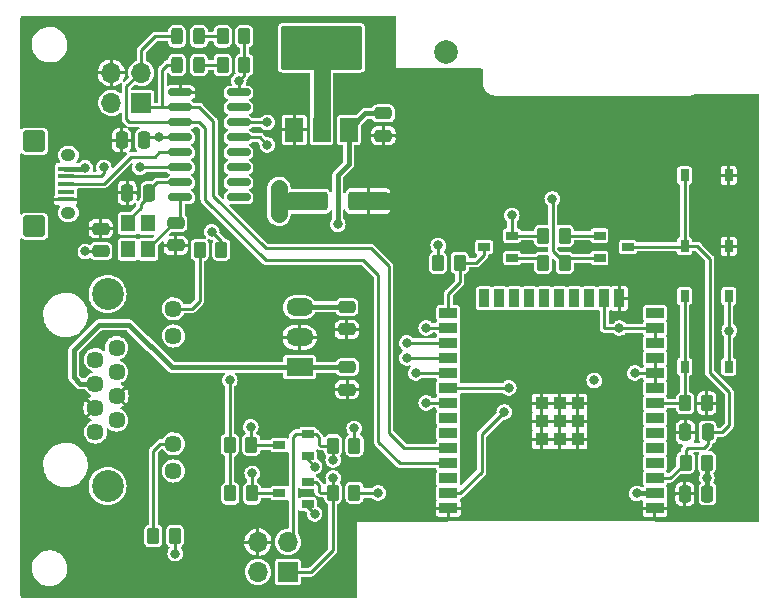
<source format=gtl>
G04 #@! TF.GenerationSoftware,KiCad,Pcbnew,(6.0.1-0)*
G04 #@! TF.CreationDate,2022-04-29T09:17:40+02:00*
G04 #@! TF.ProjectId,ithowifi_4l,6974686f-7769-4666-995f-346c2e6b6963,rev?*
G04 #@! TF.SameCoordinates,Original*
G04 #@! TF.FileFunction,Copper,L1,Top*
G04 #@! TF.FilePolarity,Positive*
%FSLAX46Y46*%
G04 Gerber Fmt 4.6, Leading zero omitted, Abs format (unit mm)*
G04 Created by KiCad (PCBNEW (6.0.1-0)) date 2022-04-29 09:17:40*
%MOMM*%
%LPD*%
G01*
G04 APERTURE LIST*
G04 Aperture macros list*
%AMRoundRect*
0 Rectangle with rounded corners*
0 $1 Rounding radius*
0 $2 $3 $4 $5 $6 $7 $8 $9 X,Y pos of 4 corners*
0 Add a 4 corners polygon primitive as box body*
4,1,4,$2,$3,$4,$5,$6,$7,$8,$9,$2,$3,0*
0 Add four circle primitives for the rounded corners*
1,1,$1+$1,$2,$3*
1,1,$1+$1,$4,$5*
1,1,$1+$1,$6,$7*
1,1,$1+$1,$8,$9*
0 Add four rect primitives between the rounded corners*
20,1,$1+$1,$2,$3,$4,$5,0*
20,1,$1+$1,$4,$5,$6,$7,0*
20,1,$1+$1,$6,$7,$8,$9,0*
20,1,$1+$1,$8,$9,$2,$3,0*%
G04 Aperture macros list end*
G04 #@! TA.AperFunction,SMDPad,CuDef*
%ADD10R,1.500000X0.900000*%
G04 #@! TD*
G04 #@! TA.AperFunction,SMDPad,CuDef*
%ADD11R,0.900000X1.500000*%
G04 #@! TD*
G04 #@! TA.AperFunction,SMDPad,CuDef*
%ADD12R,1.050000X1.050000*%
G04 #@! TD*
G04 #@! TA.AperFunction,SMDPad,CuDef*
%ADD13RoundRect,0.250000X0.262500X0.450000X-0.262500X0.450000X-0.262500X-0.450000X0.262500X-0.450000X0*%
G04 #@! TD*
G04 #@! TA.AperFunction,ComponentPad*
%ADD14R,1.700000X1.700000*%
G04 #@! TD*
G04 #@! TA.AperFunction,ComponentPad*
%ADD15O,1.700000X1.700000*%
G04 #@! TD*
G04 #@! TA.AperFunction,SMDPad,CuDef*
%ADD16RoundRect,0.250000X-0.475000X0.250000X-0.475000X-0.250000X0.475000X-0.250000X0.475000X0.250000X0*%
G04 #@! TD*
G04 #@! TA.AperFunction,SMDPad,CuDef*
%ADD17RoundRect,0.250000X-0.262500X-0.450000X0.262500X-0.450000X0.262500X0.450000X-0.262500X0.450000X0*%
G04 #@! TD*
G04 #@! TA.AperFunction,SMDPad,CuDef*
%ADD18R,1.350000X0.400000*%
G04 #@! TD*
G04 #@! TA.AperFunction,ComponentPad*
%ADD19RoundRect,0.273000X-0.677000X0.637000X-0.677000X-0.637000X0.677000X-0.637000X0.677000X0.637000X0*%
G04 #@! TD*
G04 #@! TA.AperFunction,ComponentPad*
%ADD20O,1.250000X1.050000*%
G04 #@! TD*
G04 #@! TA.AperFunction,SMDPad,CuDef*
%ADD21RoundRect,0.250000X0.250000X0.475000X-0.250000X0.475000X-0.250000X-0.475000X0.250000X-0.475000X0*%
G04 #@! TD*
G04 #@! TA.AperFunction,SMDPad,CuDef*
%ADD22R,1.000000X0.700000*%
G04 #@! TD*
G04 #@! TA.AperFunction,SMDPad,CuDef*
%ADD23R,1.500000X2.000000*%
G04 #@! TD*
G04 #@! TA.AperFunction,SMDPad,CuDef*
%ADD24R,3.800000X2.000000*%
G04 #@! TD*
G04 #@! TA.AperFunction,ComponentPad*
%ADD25R,2.300000X1.500000*%
G04 #@! TD*
G04 #@! TA.AperFunction,ComponentPad*
%ADD26O,2.300000X1.500000*%
G04 #@! TD*
G04 #@! TA.AperFunction,ComponentPad*
%ADD27C,1.446000*%
G04 #@! TD*
G04 #@! TA.AperFunction,ComponentPad*
%ADD28C,2.700000*%
G04 #@! TD*
G04 #@! TA.AperFunction,SMDPad,CuDef*
%ADD29RoundRect,0.250000X-1.412500X-0.550000X1.412500X-0.550000X1.412500X0.550000X-1.412500X0.550000X0*%
G04 #@! TD*
G04 #@! TA.AperFunction,SMDPad,CuDef*
%ADD30RoundRect,0.250000X-0.250000X-0.475000X0.250000X-0.475000X0.250000X0.475000X-0.250000X0.475000X0*%
G04 #@! TD*
G04 #@! TA.AperFunction,SMDPad,CuDef*
%ADD31R,0.750000X1.000000*%
G04 #@! TD*
G04 #@! TA.AperFunction,SMDPad,CuDef*
%ADD32RoundRect,0.243750X-0.243750X-0.456250X0.243750X-0.456250X0.243750X0.456250X-0.243750X0.456250X0*%
G04 #@! TD*
G04 #@! TA.AperFunction,SMDPad,CuDef*
%ADD33RoundRect,0.150000X-0.825000X-0.150000X0.825000X-0.150000X0.825000X0.150000X-0.825000X0.150000X0*%
G04 #@! TD*
G04 #@! TA.AperFunction,SMDPad,CuDef*
%ADD34R,1.200000X1.400000*%
G04 #@! TD*
G04 #@! TA.AperFunction,ComponentPad*
%ADD35C,2.000000*%
G04 #@! TD*
G04 #@! TA.AperFunction,SMDPad,CuDef*
%ADD36RoundRect,0.250000X0.475000X-0.250000X0.475000X0.250000X-0.475000X0.250000X-0.475000X-0.250000X0*%
G04 #@! TD*
G04 #@! TA.AperFunction,ViaPad*
%ADD37C,0.800000*%
G04 #@! TD*
G04 #@! TA.AperFunction,Conductor*
%ADD38C,1.473200*%
G04 #@! TD*
G04 #@! TA.AperFunction,Conductor*
%ADD39C,0.406400*%
G04 #@! TD*
G04 #@! TA.AperFunction,Conductor*
%ADD40C,0.254000*%
G04 #@! TD*
G04 #@! TA.AperFunction,Conductor*
%ADD41C,0.293370*%
G04 #@! TD*
G04 APERTURE END LIST*
D10*
X106743200Y-148615406D03*
X106743200Y-147345406D03*
X106743200Y-146075406D03*
X106743200Y-144805406D03*
X106743200Y-143535406D03*
X106743200Y-142265406D03*
X106743200Y-140995406D03*
X106743200Y-139725406D03*
X106743200Y-138455406D03*
X106743200Y-137185406D03*
X106743200Y-135915406D03*
X106743200Y-134645406D03*
X106743200Y-133375406D03*
X106743200Y-132105406D03*
D11*
X103713200Y-130855406D03*
X102443200Y-130855406D03*
X101173200Y-130855406D03*
X99903200Y-130855406D03*
X98633200Y-130855406D03*
X97363200Y-130855406D03*
X96093200Y-130855406D03*
X94823200Y-130855406D03*
X93553200Y-130855406D03*
X92283200Y-130855406D03*
D10*
X89243200Y-132105406D03*
X89243200Y-133375406D03*
X89243200Y-134645406D03*
X89243200Y-135915406D03*
X89243200Y-137185406D03*
X89243200Y-138455406D03*
X89243200Y-139725406D03*
X89243200Y-140995406D03*
X89243200Y-142265406D03*
X89243200Y-143535406D03*
X89243200Y-144805406D03*
X89243200Y-146075406D03*
X89243200Y-147345406D03*
X89243200Y-148615406D03*
D12*
X98673200Y-141275406D03*
X97148200Y-139750406D03*
X100198200Y-141275406D03*
X100198200Y-139750406D03*
X97148200Y-142800406D03*
X100198200Y-142800406D03*
X98673200Y-139750406D03*
X97148200Y-141275406D03*
X98673200Y-142800406D03*
D13*
X111131500Y-139734000D03*
X109306500Y-139734000D03*
D14*
X75666600Y-154025600D03*
D15*
X73126600Y-154025600D03*
X75666600Y-151485600D03*
X73126600Y-151485600D03*
D16*
X80645000Y-131572000D03*
X80645000Y-133472000D03*
D17*
X109330000Y-144754600D03*
X111155000Y-144754600D03*
D13*
X90200000Y-127855000D03*
X88375000Y-127855000D03*
D18*
X56853200Y-119868000D03*
X56853200Y-120518000D03*
X56853200Y-121168000D03*
X56853200Y-121818000D03*
X56853200Y-122468000D03*
D19*
X54178200Y-124768000D03*
D20*
X57078200Y-123593000D03*
D19*
X54178200Y-117568000D03*
D20*
X57078200Y-118743000D03*
D21*
X111182000Y-147412500D03*
X109282000Y-147412500D03*
D22*
X77338202Y-144234092D03*
X77338202Y-142334092D03*
X74938202Y-143284092D03*
X77338200Y-148296600D03*
X77338200Y-146396600D03*
X74938200Y-147346600D03*
D17*
X79476200Y-147320000D03*
X81301200Y-147320000D03*
X79476200Y-143319500D03*
X81301200Y-143319500D03*
D13*
X72620700Y-147372000D03*
X70795700Y-147372000D03*
X70024000Y-126746000D03*
X68199000Y-126746000D03*
D23*
X76211400Y-116599500D03*
X78511400Y-116599500D03*
D24*
X78511400Y-110299500D03*
D23*
X80811400Y-116599500D03*
D13*
X66103300Y-150977600D03*
X64278300Y-150977600D03*
D25*
X76654900Y-136686000D03*
D26*
X76654900Y-134146000D03*
X76654900Y-131606000D03*
D27*
X59372500Y-142176500D03*
X61152500Y-141156500D03*
X59372500Y-140136500D03*
X61152500Y-139116500D03*
X59372500Y-138096500D03*
X61152500Y-137076500D03*
X59372500Y-136056500D03*
X61152500Y-135036500D03*
X65962500Y-145466500D03*
X65962500Y-143176500D03*
X65962500Y-134036500D03*
X65962500Y-131746500D03*
D28*
X60392500Y-130476500D03*
X60392500Y-146736500D03*
D13*
X72568200Y-143243500D03*
X70743200Y-143243500D03*
D16*
X80670400Y-136682400D03*
X80670400Y-138582400D03*
X83743800Y-115194000D03*
X83743800Y-117094000D03*
D13*
X99090000Y-127855000D03*
X97265000Y-127855000D03*
D22*
X94655000Y-127442000D03*
X94655000Y-125542000D03*
X92255000Y-126492000D03*
X102050000Y-125542000D03*
X102050000Y-127442000D03*
X104450000Y-126492000D03*
D29*
X77396300Y-122631200D03*
X82471300Y-122631200D03*
D17*
X97265000Y-125569000D03*
X99090000Y-125569000D03*
D30*
X109301200Y-142189200D03*
X111201200Y-142189200D03*
D31*
X109250000Y-130638011D03*
X109250000Y-136638011D03*
X113000000Y-136638011D03*
X113000000Y-130638011D03*
D21*
X63942000Y-121920000D03*
X62042000Y-121920000D03*
D16*
X66167000Y-124460000D03*
X66167000Y-126360000D03*
D14*
X63246000Y-114300000D03*
D15*
X60706000Y-114300000D03*
X63246000Y-111760000D03*
X60706000Y-111760000D03*
D21*
X63500000Y-117475000D03*
X61600000Y-117475000D03*
D32*
X66262000Y-108666000D03*
X68137000Y-108666000D03*
D13*
X71962000Y-111092000D03*
X70137000Y-111092000D03*
X71962000Y-108666000D03*
X70137000Y-108666000D03*
D33*
X66538400Y-113414600D03*
X66538400Y-114684600D03*
X66538400Y-115954600D03*
X66538400Y-117224600D03*
X66538400Y-118494600D03*
X66538400Y-119764600D03*
X66538400Y-121034600D03*
X66538400Y-122304600D03*
X71488400Y-122304600D03*
X71488400Y-121034600D03*
X71488400Y-119764600D03*
X71488400Y-118494600D03*
X71488400Y-117224600D03*
X71488400Y-115954600D03*
X71488400Y-114684600D03*
X71488400Y-113414600D03*
D34*
X62142000Y-124503000D03*
X62142000Y-126703000D03*
X63842000Y-126703000D03*
X63842000Y-124503000D03*
D35*
X89052400Y-110032800D03*
D32*
X66262000Y-111092000D03*
X68137000Y-111092000D03*
D36*
X59817000Y-126868000D03*
X59817000Y-124968000D03*
D31*
X112991593Y-126444000D03*
X112991593Y-120444000D03*
X109241593Y-126444000D03*
X109241593Y-120444000D03*
D37*
X84996300Y-121531200D03*
X84996300Y-123731200D03*
X84996300Y-122631200D03*
X92202000Y-116078000D03*
X89027000Y-112776000D03*
X93599000Y-114935000D03*
X92710000Y-114046000D03*
X91567000Y-112903000D03*
X86995000Y-111887000D03*
X88265000Y-111887000D03*
X85598000Y-111887000D03*
X91694000Y-111887000D03*
X109270800Y-148844000D03*
X76225400Y-114427000D03*
X96578000Y-114173000D03*
X94488000Y-118745000D03*
X100177600Y-142824200D03*
X115062000Y-114173000D03*
X100177600Y-141300200D03*
X100177600Y-139750800D03*
X90043000Y-113919000D03*
X94488000Y-116078000D03*
X111838000Y-114173000D03*
X98679000Y-139750800D03*
X101678000Y-114173000D03*
X103378000Y-114173000D03*
X90551000Y-111887000D03*
X97155000Y-139725400D03*
X98679000Y-141300200D03*
X108438000Y-114173000D03*
X98278000Y-114173000D03*
X92202000Y-117348000D03*
X84201000Y-111887000D03*
X84201000Y-107442000D03*
X94878000Y-114173000D03*
X106738000Y-114173000D03*
X97155000Y-141274800D03*
X110138000Y-114173000D03*
X92710000Y-118745000D03*
X98679000Y-142824200D03*
X91059000Y-114935000D03*
X113538000Y-114173000D03*
X87630000Y-148590000D03*
X84201000Y-108966000D03*
X105038000Y-114173000D03*
X105308400Y-148640800D03*
X99978000Y-114173000D03*
X94869000Y-117348000D03*
X97155000Y-142798800D03*
X84201000Y-110490000D03*
X70739000Y-137795000D03*
X58510873Y-126883727D03*
X79883000Y-124587000D03*
X58510873Y-119790990D03*
X74896300Y-121531200D03*
X74896300Y-123731200D03*
X74896300Y-122631200D03*
X75844400Y-110299500D03*
X75844400Y-108458000D03*
X77495400Y-108458000D03*
X79336900Y-108458000D03*
X81241900Y-108458000D03*
X81241900Y-110236000D03*
X66120300Y-152467600D03*
X113030000Y-133578600D03*
X64770000Y-117221000D03*
X71501000Y-112445800D03*
X69215000Y-125222000D03*
X83312000Y-147320000D03*
X101600000Y-137795000D03*
X77927200Y-145097506D03*
X105206800Y-147370800D03*
X81280000Y-141859000D03*
X111125000Y-146050000D03*
X88392000Y-126365000D03*
X77927200Y-149098000D03*
X93980000Y-140462000D03*
X87376000Y-139700000D03*
X94361000Y-138430000D03*
X86487000Y-137160000D03*
X87376000Y-133350000D03*
X79502000Y-144526000D03*
X103733600Y-133375400D03*
X105029000Y-137160000D03*
X79502000Y-146050000D03*
X85725000Y-135890000D03*
X60071000Y-119761000D03*
X63119000Y-119761000D03*
X72644000Y-145669000D03*
X72517000Y-141732000D03*
X73914000Y-115951000D03*
X98044000Y-122428000D03*
X94615000Y-123825000D03*
X73914000Y-117856000D03*
X85725000Y-134620000D03*
D38*
X84996300Y-123731200D02*
X84996300Y-121531200D01*
X82471300Y-122631200D02*
X84996300Y-122631200D01*
D39*
X80645000Y-131572000D02*
X76688900Y-131572000D01*
X80811400Y-116599500D02*
X80811400Y-119467600D01*
X56805000Y-119868000D02*
X58433863Y-119868000D01*
X58433863Y-119868000D02*
X58510873Y-119790990D01*
X82216900Y-115194000D02*
X80811400Y-116599500D01*
D40*
X58526600Y-126868000D02*
X58510873Y-126883727D01*
X70743200Y-143243500D02*
X70743200Y-147319500D01*
X70739000Y-137795000D02*
X70739000Y-143239300D01*
X59817000Y-126868000D02*
X58526600Y-126868000D01*
X70743200Y-147319500D02*
X70795700Y-147372000D01*
D39*
X79883000Y-120396000D02*
X79883000Y-124587000D01*
D40*
X70739000Y-143239300D02*
X70743200Y-143243500D01*
D39*
X80811400Y-119467600D02*
X79883000Y-120396000D01*
X76688900Y-131572000D02*
X76654900Y-131606000D01*
X83743800Y-115194000D02*
X82216900Y-115194000D01*
D38*
X74896300Y-123731200D02*
X74896300Y-121531200D01*
X77396300Y-122631200D02*
X74896300Y-122631200D01*
D41*
X81326200Y-147320000D02*
X83312000Y-147320000D01*
X77138200Y-148309000D02*
X77927200Y-149098000D01*
D39*
X111182000Y-147412500D02*
X111182000Y-146107000D01*
D40*
X66120300Y-150994600D02*
X66103300Y-150977600D01*
D41*
X77138200Y-148296600D02*
X77138200Y-148309000D01*
D40*
X71488400Y-112458400D02*
X71501000Y-112445800D01*
X66120300Y-152467600D02*
X66120300Y-150994600D01*
X63754000Y-117221000D02*
X63500000Y-117475000D01*
X81301200Y-141880200D02*
X81280000Y-141859000D01*
X81301200Y-143319500D02*
X81301200Y-141880200D01*
X113000000Y-133608600D02*
X113030000Y-133578600D01*
X71962000Y-111092000D02*
X71962000Y-111984800D01*
X71962000Y-111984800D02*
X71501000Y-112445800D01*
X71962000Y-108666000D02*
X71962000Y-111092000D01*
X70024000Y-126031000D02*
X69215000Y-125222000D01*
X113000000Y-130638000D02*
X113000000Y-133548600D01*
X113000000Y-136638000D02*
X113000000Y-133608600D01*
D39*
X111155000Y-144754600D02*
X111155000Y-146020000D01*
X111182000Y-146107000D02*
X111125000Y-146050000D01*
X111155000Y-146020000D02*
X111125000Y-146050000D01*
D40*
X64770000Y-117221000D02*
X63754000Y-117221000D01*
X88375000Y-127855000D02*
X88375000Y-126382000D01*
D39*
X105232200Y-147345400D02*
X105206800Y-147370800D01*
D41*
X77138200Y-144234100D02*
X77927200Y-145097506D01*
D39*
X106743200Y-147345400D02*
X105232200Y-147345400D01*
D40*
X66534800Y-117221000D02*
X66538400Y-117224600D01*
X70024000Y-126746000D02*
X70024000Y-126031000D01*
X88375000Y-126382000D02*
X88392000Y-126365000D01*
X113000000Y-133548600D02*
X113030000Y-133578600D01*
X71488400Y-113414600D02*
X71488400Y-112458400D01*
X64770000Y-117221000D02*
X66534800Y-117221000D01*
D38*
X78511400Y-116599500D02*
X78511400Y-110299500D01*
D40*
X89243200Y-130466800D02*
X89243200Y-132105400D01*
X92255000Y-126492000D02*
X92255000Y-127201000D01*
X90200000Y-129510000D02*
X89243200Y-130466800D01*
X90200000Y-127855000D02*
X90200000Y-129510000D01*
X91601000Y-127855000D02*
X90200000Y-127855000D01*
X92255000Y-127201000D02*
X91601000Y-127855000D01*
D41*
X92075000Y-142367000D02*
X93980000Y-140462000D01*
X92075000Y-145517600D02*
X92075000Y-142367000D01*
X90247200Y-147345400D02*
X92075000Y-145517600D01*
X89243200Y-147345400D02*
X90247200Y-147345400D01*
D40*
X87376000Y-139700000D02*
X89217800Y-139700000D01*
X89217800Y-139700000D02*
X89243200Y-139725400D01*
D41*
X89243200Y-138455400D02*
X94335600Y-138455400D01*
X94335600Y-138455400D02*
X94361000Y-138430000D01*
D40*
X89243200Y-137185400D02*
X86512400Y-137185400D01*
X86512400Y-137185400D02*
X86487000Y-137160000D01*
X89217800Y-133350000D02*
X89243200Y-133375400D01*
X87376000Y-133350000D02*
X89217800Y-133350000D01*
X111379000Y-137160000D02*
X113030000Y-138811000D01*
X111201200Y-142189200D02*
X111201200Y-143179800D01*
X113030000Y-141605000D02*
X112445800Y-142189200D01*
X111201200Y-143179800D02*
X110896400Y-143484600D01*
X109550200Y-143484600D02*
X109330000Y-143704800D01*
X106743200Y-146075400D02*
X108009200Y-146075400D01*
X109330000Y-143704800D02*
X109330000Y-144754600D01*
X110315000Y-126444000D02*
X111379000Y-127508000D01*
X109193600Y-126492000D02*
X109241600Y-126444000D01*
X109241600Y-120444000D02*
X109241600Y-126444000D01*
X109241600Y-126444000D02*
X110315000Y-126444000D01*
X108009200Y-146075400D02*
X109330000Y-144754600D01*
X110896400Y-143484600D02*
X109550200Y-143484600D01*
X113030000Y-138811000D02*
X113030000Y-141605000D01*
X112445800Y-142189200D02*
X111201200Y-142189200D01*
X104450000Y-126492000D02*
X109193600Y-126492000D01*
X111379000Y-127508000D02*
X111379000Y-137160000D01*
D41*
X68137000Y-111092000D02*
X70137000Y-111092000D01*
X68137000Y-108666000D02*
X70137000Y-108666000D01*
D40*
X76334500Y-142334100D02*
X76098400Y-142570200D01*
X79468200Y-143302500D02*
X79451200Y-143319500D01*
X78261700Y-143158500D02*
X78422700Y-143319500D01*
X76098400Y-142570200D02*
X76098400Y-151053800D01*
X78008800Y-142334100D02*
X77138200Y-142334100D01*
D41*
X79476200Y-144500200D02*
X79502000Y-144526000D01*
D40*
X78422700Y-143319500D02*
X79451200Y-143319500D01*
X102443200Y-133375400D02*
X102443200Y-130855400D01*
X77138200Y-142334100D02*
X76334500Y-142334100D01*
D41*
X79476200Y-143319500D02*
X79476200Y-144500200D01*
D40*
X103733600Y-133375400D02*
X102443200Y-133375400D01*
X78261700Y-142587000D02*
X78261700Y-143158500D01*
X106743200Y-134645400D02*
X106743200Y-133375400D01*
X76098400Y-151053800D02*
X75666600Y-151485600D01*
X106743200Y-133375400D02*
X103733600Y-133375400D01*
X78261700Y-142587000D02*
X78008800Y-142334100D01*
X106743200Y-135915400D02*
X106743200Y-137185400D01*
D41*
X79476200Y-147320000D02*
X79476200Y-146075800D01*
D40*
X78007300Y-146396600D02*
X78261700Y-146651000D01*
D41*
X106743200Y-137185400D02*
X105054400Y-137185400D01*
X105054400Y-137185400D02*
X105029000Y-137160000D01*
X79476200Y-146075800D02*
X79502000Y-146050000D01*
D40*
X75666600Y-154025600D02*
X77622400Y-154025600D01*
X78261700Y-146651000D02*
X78261700Y-147159000D01*
X78261700Y-147159000D02*
X78422700Y-147320000D01*
X77138200Y-146396600D02*
X78007300Y-146396600D01*
X78422700Y-147320000D02*
X79451200Y-147320000D01*
X77622400Y-154025600D02*
X79451200Y-152196800D01*
X79451200Y-152196800D02*
X79451200Y-147320000D01*
X106743200Y-138455400D02*
X106743200Y-137185400D01*
X109250000Y-139677500D02*
X109250000Y-136638000D01*
X106743200Y-139725400D02*
X109297900Y-139725400D01*
X109306500Y-139734000D02*
X109250000Y-139677500D01*
X109297900Y-139725400D02*
X109306500Y-139734000D01*
X109250000Y-136638000D02*
X109250000Y-130638000D01*
X109272900Y-139725400D02*
X109281500Y-139734000D01*
D39*
X65820000Y-136686000D02*
X62230000Y-133096000D01*
X76654900Y-136686000D02*
X65820000Y-136686000D01*
X80670400Y-136682400D02*
X76658500Y-136682400D01*
X57531000Y-137541000D02*
X58086500Y-138096500D01*
X76658500Y-136682400D02*
X76654900Y-136686000D01*
X58086500Y-138096500D02*
X59372500Y-138096500D01*
X62230000Y-133096000D02*
X59690000Y-133096000D01*
X57531000Y-135255000D02*
X57531000Y-137541000D01*
X59690000Y-133096000D02*
X57531000Y-135255000D01*
D40*
X85725000Y-135890000D02*
X89181879Y-135890000D01*
X89243200Y-135915400D02*
G75*
G03*
X89181879Y-135890000I-61321J-61321D01*
G01*
X102050000Y-125542000D02*
X99117000Y-125542000D01*
X99117000Y-125542000D02*
X99090000Y-125569000D01*
X94655000Y-127442000D02*
X96852000Y-127442000D01*
X96852000Y-127442000D02*
X97265000Y-127855000D01*
X63630600Y-114684600D02*
X63246000Y-114300000D01*
X68164500Y-114684600D02*
X66538400Y-114684600D01*
X73787000Y-126619000D02*
X69342000Y-122174000D01*
X66262000Y-111092000D02*
X65438000Y-111092000D01*
X84201000Y-142240000D02*
X84201000Y-128143000D01*
X66538400Y-114684600D02*
X65027600Y-114684600D01*
X65027600Y-114684600D02*
X63630600Y-114684600D01*
X69342000Y-122174000D02*
X69342000Y-115862100D01*
X84201000Y-128143000D02*
X82677000Y-126619000D01*
X69342000Y-115862100D02*
X68164500Y-114684600D01*
X65027600Y-111502400D02*
X65027600Y-114684600D01*
X89243200Y-143535400D02*
X85496400Y-143535400D01*
X85496400Y-143535400D02*
X84201000Y-142240000D01*
X65438000Y-111092000D02*
X65027600Y-111502400D01*
X82677000Y-126619000D02*
X73787000Y-126619000D01*
X61976000Y-115697000D02*
X61976000Y-112903000D01*
X85115400Y-144805400D02*
X83312000Y-143002000D01*
X68643500Y-116420900D02*
X68177200Y-115954600D01*
X82042000Y-127635000D02*
X73787000Y-127635000D01*
X66538400Y-115954600D02*
X62233600Y-115954600D01*
X68643500Y-122491500D02*
X68643500Y-116420900D01*
X83312000Y-143002000D02*
X83312000Y-128905000D01*
X64435000Y-108666000D02*
X63246000Y-109855000D01*
X68177200Y-115954600D02*
X66538400Y-115954600D01*
X63119000Y-111760000D02*
X63246000Y-111760000D01*
X62233600Y-115954600D02*
X61976000Y-115697000D01*
X61976000Y-112903000D02*
X63119000Y-111760000D01*
X66262000Y-108666000D02*
X64435000Y-108666000D01*
X83312000Y-128905000D02*
X82042000Y-127635000D01*
X73787000Y-127635000D02*
X68643500Y-122491500D01*
X63246000Y-109855000D02*
X63246000Y-111760000D01*
X89243200Y-144805400D02*
X85115400Y-144805400D01*
X59822000Y-120518000D02*
X56853200Y-120518000D01*
X63122600Y-119764600D02*
X63119000Y-119761000D01*
X60071000Y-120269000D02*
X59822000Y-120518000D01*
X60071000Y-119761000D02*
X60071000Y-120269000D01*
X66538400Y-119764600D02*
X63122600Y-119764600D01*
X56853200Y-121168000D02*
X60061000Y-121168000D01*
X60061000Y-121168000D02*
X62357000Y-118872000D01*
X62357000Y-118872000D02*
X64389000Y-118872000D01*
X64766400Y-118494600D02*
X66538400Y-118494600D01*
X64389000Y-118872000D02*
X64766400Y-118494600D01*
X65962500Y-143176500D02*
X64874900Y-143176500D01*
X64874900Y-143176500D02*
X64278300Y-143773100D01*
X64278300Y-143773100D02*
X64278300Y-150977600D01*
X67516500Y-131746500D02*
X68199000Y-131064000D01*
X65962500Y-131746500D02*
X67516500Y-131746500D01*
X68199000Y-131064000D02*
X68199000Y-126746000D01*
X63942000Y-121706600D02*
X64614000Y-121034600D01*
X62142000Y-124503000D02*
X62142000Y-124255900D01*
X63220600Y-122885200D02*
X63942000Y-122163800D01*
X64614000Y-121034600D02*
X66538400Y-121034600D01*
X62142000Y-124255900D02*
X63220600Y-123177300D01*
X63942000Y-121920000D02*
X63942000Y-121706600D01*
X63942000Y-122163800D02*
X63942000Y-121920000D01*
X63220600Y-123177300D02*
X63220600Y-122885200D01*
X63842000Y-126703000D02*
X63842000Y-126607200D01*
X66538400Y-124088600D02*
X66167000Y-124460000D01*
X63842000Y-126607200D02*
X65989200Y-124460000D01*
X65989200Y-124460000D02*
X66167000Y-124460000D01*
X66538400Y-122304600D02*
X66538400Y-124088600D01*
D41*
X74938200Y-147346600D02*
X72646100Y-147346600D01*
X72646100Y-147346600D02*
X72620700Y-147372000D01*
X72620700Y-145692300D02*
X72644000Y-145669000D01*
X72620700Y-147372000D02*
X72620700Y-145692300D01*
X72568200Y-143243500D02*
X72568200Y-141783200D01*
X74938202Y-143284092D02*
X72608792Y-143284092D01*
X72568200Y-141783200D02*
X72517000Y-141732000D01*
X72608792Y-143284092D02*
X72568200Y-143243500D01*
D40*
X99503000Y-127442000D02*
X99090000Y-127855000D01*
X99090000Y-127855000D02*
X98104020Y-126869020D01*
X98104020Y-122488020D02*
X98044000Y-122428000D01*
X98104020Y-126869020D02*
X98104020Y-122488020D01*
X73910400Y-115954600D02*
X73914000Y-115951000D01*
X71488400Y-115954600D02*
X73910400Y-115954600D01*
X102050000Y-127442000D02*
X99503000Y-127442000D01*
D41*
X94655000Y-125542000D02*
X94655000Y-123865000D01*
D40*
X97238000Y-125542000D02*
X97265000Y-125569000D01*
D41*
X94655000Y-123865000D02*
X94615000Y-123825000D01*
X73282600Y-117224600D02*
X73914000Y-117856000D01*
X71488400Y-117224600D02*
X73282600Y-117224600D01*
D40*
X94655000Y-125542000D02*
X97238000Y-125542000D01*
X85725000Y-134620000D02*
X89181879Y-134620000D01*
X89243200Y-134645400D02*
G75*
G03*
X89181879Y-134620000I-61321J-61321D01*
G01*
G04 #@! TA.AperFunction,Conductor*
G36*
X81882521Y-107822151D02*
G01*
X81929014Y-107875807D01*
X81940400Y-107928149D01*
X81940400Y-111359149D01*
X81920398Y-111427270D01*
X81866742Y-111473763D01*
X81814400Y-111485149D01*
X75208400Y-111485149D01*
X75140279Y-111465147D01*
X75093786Y-111411491D01*
X75082400Y-111359149D01*
X75082400Y-107928149D01*
X75102402Y-107860028D01*
X75156058Y-107813535D01*
X75208400Y-107802149D01*
X81814400Y-107802149D01*
X81882521Y-107822151D01*
G37*
G04 #@! TD.AperFunction*
G04 #@! TA.AperFunction,Conductor*
G36*
X84794531Y-106941213D02*
G01*
X84831076Y-106991513D01*
X84836000Y-107022600D01*
X84836000Y-111379000D01*
X92050987Y-111379000D01*
X92110118Y-111398213D01*
X92146663Y-111448513D01*
X92151586Y-111479631D01*
X92151275Y-112338946D01*
X92151214Y-112508066D01*
X92148772Y-112530060D01*
X92146301Y-112541071D01*
X92147996Y-112550833D01*
X92147941Y-112553093D01*
X92148361Y-112556728D01*
X92151232Y-112605923D01*
X92156529Y-112696698D01*
X92158244Y-112726097D01*
X92159167Y-112730154D01*
X92159168Y-112730160D01*
X92176992Y-112808488D01*
X92199361Y-112906791D01*
X92200942Y-112910646D01*
X92267353Y-113072576D01*
X92269678Y-113078246D01*
X92271870Y-113081784D01*
X92271873Y-113081790D01*
X92327716Y-113171927D01*
X92367273Y-113235777D01*
X92489481Y-113375083D01*
X92632964Y-113492359D01*
X92636573Y-113494424D01*
X92636574Y-113494425D01*
X92790193Y-113582335D01*
X92790197Y-113582337D01*
X92793804Y-113584401D01*
X92797700Y-113585842D01*
X92797706Y-113585845D01*
X92836869Y-113600332D01*
X92967606Y-113648695D01*
X92971698Y-113649477D01*
X92971701Y-113649478D01*
X93102418Y-113674463D01*
X93149624Y-113683486D01*
X93319250Y-113687456D01*
X93322880Y-113687748D01*
X93325139Y-113687614D01*
X93334954Y-113688967D01*
X93344540Y-113686462D01*
X93353791Y-113685912D01*
X93365171Y-113684450D01*
X99893934Y-113684792D01*
X109638296Y-113685302D01*
X109657904Y-113687234D01*
X109673223Y-113690281D01*
X109682941Y-113688348D01*
X109683651Y-113688348D01*
X109690723Y-113687302D01*
X109766294Y-113679919D01*
X109817267Y-113674940D01*
X109817269Y-113674940D01*
X109822148Y-113674463D01*
X109826844Y-113673051D01*
X109960757Y-113632786D01*
X109960761Y-113632785D01*
X109965445Y-113631376D01*
X110097698Y-113561380D01*
X110101496Y-113558300D01*
X110105593Y-113555591D01*
X110106921Y-113557600D01*
X110162193Y-113538000D01*
X115477400Y-113538000D01*
X115536531Y-113557213D01*
X115573076Y-113607513D01*
X115578000Y-113638600D01*
X115578000Y-149667400D01*
X115558787Y-149726531D01*
X115508487Y-149763076D01*
X115477400Y-149768000D01*
X106848938Y-149768000D01*
X106793048Y-149751046D01*
X106767900Y-149734243D01*
X106767898Y-149734242D01*
X106759659Y-149728737D01*
X106685570Y-149714000D01*
X106660553Y-149709024D01*
X106648044Y-149711512D01*
X106645254Y-149712067D01*
X106625629Y-149714000D01*
X89395477Y-149714000D01*
X89375852Y-149712067D01*
X89373062Y-149711512D01*
X89360553Y-149709024D01*
X89335536Y-149714000D01*
X89261447Y-149728737D01*
X89253210Y-149734241D01*
X89253207Y-149734242D01*
X89228058Y-149751046D01*
X89172168Y-149768000D01*
X81532000Y-149768000D01*
X81532000Y-156113400D01*
X81512787Y-156172531D01*
X81462487Y-156209076D01*
X81431400Y-156214000D01*
X53266925Y-156214000D01*
X53247299Y-156212067D01*
X53241719Y-156210957D01*
X53232001Y-156209024D01*
X53222282Y-156210957D01*
X53220709Y-156210957D01*
X53204971Y-156209718D01*
X53171717Y-156204451D01*
X53141784Y-156194725D01*
X53101603Y-156174252D01*
X53076139Y-156155752D01*
X53044248Y-156123861D01*
X53025748Y-156098397D01*
X53005275Y-156058216D01*
X52995549Y-156028283D01*
X52990282Y-155995029D01*
X52989043Y-155979291D01*
X52989043Y-155977718D01*
X52990976Y-155967999D01*
X52987933Y-155952701D01*
X52986000Y-155933075D01*
X52986000Y-153756677D01*
X53973524Y-153756677D01*
X53973989Y-153760695D01*
X53973989Y-153760698D01*
X53989776Y-153897135D01*
X54001351Y-153997176D01*
X54067271Y-154230133D01*
X54169589Y-154449553D01*
X54190815Y-154480786D01*
X54207172Y-154504854D01*
X54206824Y-154505091D01*
X54207925Y-154506303D01*
X54207935Y-154506321D01*
X54210393Y-154509595D01*
X54210445Y-154509672D01*
X54210935Y-154510450D01*
X54211734Y-154511568D01*
X54303393Y-154646442D01*
X54303397Y-154646447D01*
X54305671Y-154649793D01*
X54308454Y-154652735D01*
X54308454Y-154652736D01*
X54354137Y-154701044D01*
X54353758Y-154701403D01*
X54355303Y-154702597D01*
X54356083Y-154703636D01*
X54359066Y-154706487D01*
X54359495Y-154706897D01*
X54363067Y-154710488D01*
X54472018Y-154825699D01*
X54475224Y-154828150D01*
X54528410Y-154868814D01*
X54530608Y-154870544D01*
X54531489Y-154871257D01*
X54534468Y-154874104D01*
X54540221Y-154878028D01*
X54544611Y-154881200D01*
X54664348Y-154972747D01*
X54667904Y-154974654D01*
X54667906Y-154974655D01*
X54728442Y-155007114D01*
X54731274Y-155008832D01*
X54731301Y-155008784D01*
X54734889Y-155010822D01*
X54738300Y-155013149D01*
X54742044Y-155014887D01*
X54746092Y-155016766D01*
X54751269Y-155019354D01*
X54790548Y-155040415D01*
X54877715Y-155087153D01*
X54881542Y-155088471D01*
X54881545Y-155088472D01*
X54950318Y-155112152D01*
X54955599Y-155114280D01*
X54958352Y-155115293D01*
X54962104Y-155117035D01*
X54966084Y-155118139D01*
X54966090Y-155118141D01*
X54971452Y-155119628D01*
X54977316Y-155121449D01*
X55101451Y-155164192D01*
X55106629Y-155165975D01*
X55110606Y-155166662D01*
X55110610Y-155166663D01*
X55156302Y-155174555D01*
X55186397Y-155179753D01*
X55195472Y-155181790D01*
X55195888Y-155181869D01*
X55199871Y-155182974D01*
X55209944Y-155184051D01*
X55210209Y-155184079D01*
X55216635Y-155184977D01*
X55342079Y-155206644D01*
X55345200Y-155207183D01*
X55348359Y-155207326D01*
X55348364Y-155207327D01*
X55360707Y-155207887D01*
X55374203Y-155208500D01*
X55542841Y-155208500D01*
X55723324Y-155193979D01*
X55958439Y-155136229D01*
X56181297Y-155041631D01*
X56274184Y-154983137D01*
X56382743Y-154914774D01*
X56382746Y-154914772D01*
X56386163Y-154912620D01*
X56567768Y-154752514D01*
X56576225Y-154742219D01*
X56718871Y-154568558D01*
X56721439Y-154565432D01*
X56755843Y-154506321D01*
X56791018Y-154445884D01*
X56843222Y-154356188D01*
X56929984Y-154130165D01*
X56957894Y-153996564D01*
X72017748Y-153996564D01*
X72031024Y-154199122D01*
X72032157Y-154203583D01*
X72073602Y-154366770D01*
X72080992Y-154395869D01*
X72165977Y-154580216D01*
X72283133Y-154745989D01*
X72428538Y-154887635D01*
X72432374Y-154890198D01*
X72432375Y-154890199D01*
X72469154Y-154914774D01*
X72597320Y-155000412D01*
X72601556Y-155002232D01*
X72601558Y-155002233D01*
X72779589Y-155078721D01*
X72783828Y-155080542D01*
X72818874Y-155088472D01*
X72977316Y-155124324D01*
X72977319Y-155124324D01*
X72981816Y-155125342D01*
X73078348Y-155129135D01*
X73180044Y-155133131D01*
X73180045Y-155133131D01*
X73184653Y-155133312D01*
X73189210Y-155132651D01*
X73189215Y-155132651D01*
X73296913Y-155117035D01*
X73385545Y-155104184D01*
X73577765Y-155038934D01*
X73754876Y-154939747D01*
X73787493Y-154912620D01*
X73907398Y-154812895D01*
X73910945Y-154809945D01*
X73961305Y-154749394D01*
X74037799Y-154657421D01*
X74037801Y-154657418D01*
X74040747Y-154653876D01*
X74139934Y-154476765D01*
X74205184Y-154284545D01*
X74234312Y-154083653D01*
X74235832Y-154025600D01*
X74217258Y-153823459D01*
X74162157Y-153628087D01*
X74072376Y-153446028D01*
X73950920Y-153283379D01*
X73801858Y-153145587D01*
X73797962Y-153143129D01*
X73797957Y-153143125D01*
X73707447Y-153086018D01*
X73630181Y-153037267D01*
X73578758Y-153016751D01*
X73445925Y-152963756D01*
X73441639Y-152962046D01*
X73242546Y-152922444D01*
X73139951Y-152921101D01*
X73044185Y-152919847D01*
X73044181Y-152919847D01*
X73039571Y-152919787D01*
X72839510Y-152954164D01*
X72835188Y-152955758D01*
X72835186Y-152955759D01*
X72653391Y-153022827D01*
X72653388Y-153022828D01*
X72649063Y-153024424D01*
X72474610Y-153128212D01*
X72471144Y-153131251D01*
X72471142Y-153131253D01*
X72325459Y-153259014D01*
X72325456Y-153259017D01*
X72321992Y-153262055D01*
X72319139Y-153265674D01*
X72319138Y-153265675D01*
X72309552Y-153277835D01*
X72196320Y-153421469D01*
X72101803Y-153601115D01*
X72041607Y-153794978D01*
X72017748Y-153996564D01*
X56957894Y-153996564D01*
X56979493Y-153893177D01*
X56982861Y-153819025D01*
X56990292Y-153655368D01*
X56990476Y-153651323D01*
X56990011Y-153647302D01*
X56963114Y-153414840D01*
X56963113Y-153414836D01*
X56962649Y-153410824D01*
X56896729Y-153177867D01*
X56816128Y-153005019D01*
X56796122Y-152962116D01*
X56796121Y-152962115D01*
X56794411Y-152958447D01*
X56756828Y-152903146D01*
X56757176Y-152902909D01*
X56756075Y-152901697D01*
X56756065Y-152901679D01*
X56753607Y-152898405D01*
X56753555Y-152898328D01*
X56753065Y-152897550D01*
X56752266Y-152896432D01*
X56660607Y-152761558D01*
X56660603Y-152761553D01*
X56658329Y-152758207D01*
X56609863Y-152706956D01*
X56610242Y-152706597D01*
X56608697Y-152705403D01*
X56607917Y-152704364D01*
X56604504Y-152701102D01*
X56600927Y-152697506D01*
X56491982Y-152582301D01*
X56435581Y-152539179D01*
X56433392Y-152537456D01*
X56432511Y-152536743D01*
X56429532Y-152533896D01*
X56423779Y-152529972D01*
X56419384Y-152526796D01*
X56299652Y-152435253D01*
X56235558Y-152400886D01*
X56232726Y-152399168D01*
X56232699Y-152399216D01*
X56229111Y-152397178D01*
X56225700Y-152394851D01*
X56217905Y-152391233D01*
X56212731Y-152388646D01*
X56089853Y-152322760D01*
X56089852Y-152322759D01*
X56086285Y-152320847D01*
X56082458Y-152319529D01*
X56082455Y-152319528D01*
X56013682Y-152295848D01*
X56008401Y-152293720D01*
X56005648Y-152292707D01*
X56001896Y-152290965D01*
X55997916Y-152289861D01*
X55997910Y-152289859D01*
X55992548Y-152288372D01*
X55986684Y-152286551D01*
X55861190Y-152243340D01*
X55857371Y-152242025D01*
X55853394Y-152241338D01*
X55853390Y-152241337D01*
X55807698Y-152233445D01*
X55777603Y-152228247D01*
X55768528Y-152226210D01*
X55768112Y-152226131D01*
X55764129Y-152225026D01*
X55753792Y-152223921D01*
X55747365Y-152223023D01*
X55621921Y-152201356D01*
X55621920Y-152201356D01*
X55618800Y-152200817D01*
X55615641Y-152200674D01*
X55615636Y-152200673D01*
X55603293Y-152200113D01*
X55589797Y-152199500D01*
X55421159Y-152199500D01*
X55240676Y-152214021D01*
X55005561Y-152271771D01*
X54782703Y-152366369D01*
X54747328Y-152388646D01*
X54587092Y-152489552D01*
X54577837Y-152495380D01*
X54396232Y-152655486D01*
X54242561Y-152842568D01*
X54240528Y-152846062D01*
X54240526Y-152846064D01*
X54207687Y-152902488D01*
X54120778Y-153051812D01*
X54034016Y-153277835D01*
X53984507Y-153514823D01*
X53984324Y-153518858D01*
X53984323Y-153518864D01*
X53980588Y-153601115D01*
X53973524Y-153756677D01*
X52986000Y-153756677D01*
X52986000Y-151475356D01*
X63511300Y-151475356D01*
X63511593Y-151478050D01*
X63511593Y-151478056D01*
X63512413Y-151485600D01*
X63518002Y-151537048D01*
X63568729Y-151672364D01*
X63655396Y-151788004D01*
X63771036Y-151874671D01*
X63906352Y-151925398D01*
X63940882Y-151929149D01*
X63965344Y-151931807D01*
X63965350Y-151931807D01*
X63968044Y-151932100D01*
X64588556Y-151932100D01*
X64591250Y-151931807D01*
X64591256Y-151931807D01*
X64615718Y-151929149D01*
X64650248Y-151925398D01*
X64785564Y-151874671D01*
X64901204Y-151788004D01*
X64987871Y-151672364D01*
X65038598Y-151537048D01*
X65044187Y-151485600D01*
X65045007Y-151478056D01*
X65045007Y-151478050D01*
X65045300Y-151475356D01*
X65336300Y-151475356D01*
X65336593Y-151478050D01*
X65336593Y-151478056D01*
X65337413Y-151485600D01*
X65343002Y-151537048D01*
X65393729Y-151672364D01*
X65480396Y-151788004D01*
X65596036Y-151874671D01*
X65600965Y-151876519D01*
X65643006Y-151921130D01*
X65650907Y-151982800D01*
X65629563Y-152025892D01*
X65630339Y-152026438D01*
X65539250Y-152156044D01*
X65507177Y-152238308D01*
X65486647Y-152290965D01*
X65481706Y-152303637D01*
X65461029Y-152460696D01*
X65461694Y-152466720D01*
X65461694Y-152466724D01*
X65465414Y-152500415D01*
X65478413Y-152618153D01*
X65483509Y-152632078D01*
X65529665Y-152758207D01*
X65532853Y-152766919D01*
X65536239Y-152771958D01*
X65548462Y-152790147D01*
X65621208Y-152898405D01*
X65738376Y-153005019D01*
X65743703Y-153007911D01*
X65743704Y-153007912D01*
X65765004Y-153019477D01*
X65877593Y-153080608D01*
X65883463Y-153082148D01*
X66024955Y-153119268D01*
X66024956Y-153119268D01*
X66030822Y-153120807D01*
X66103016Y-153121941D01*
X66183152Y-153123200D01*
X66183154Y-153123200D01*
X66189216Y-153123295D01*
X66195127Y-153121941D01*
X66195129Y-153121941D01*
X66337722Y-153089283D01*
X66337725Y-153089282D01*
X66343632Y-153087929D01*
X66485155Y-153016751D01*
X66559348Y-152953384D01*
X66601005Y-152917806D01*
X66601007Y-152917804D01*
X66605614Y-152913869D01*
X66656849Y-152842568D01*
X66694518Y-152790147D01*
X66694520Y-152790144D01*
X66698055Y-152785224D01*
X66757142Y-152638241D01*
X66779462Y-152481407D01*
X66779607Y-152467600D01*
X66778428Y-152457852D01*
X66761305Y-152316355D01*
X66761304Y-152316353D01*
X66760576Y-152310333D01*
X66755103Y-152295848D01*
X66706725Y-152167822D01*
X66706724Y-152167821D01*
X66704580Y-152162146D01*
X66614853Y-152031592D01*
X66610326Y-152027558D01*
X66610321Y-152027553D01*
X66609086Y-152026453D01*
X66608565Y-152025561D01*
X66606313Y-152023007D01*
X66606814Y-152022565D01*
X66577716Y-151972773D01*
X66583891Y-151910906D01*
X66615674Y-151870841D01*
X66726204Y-151788004D01*
X66812871Y-151672364D01*
X66831693Y-151622155D01*
X71978190Y-151622155D01*
X71980830Y-151662431D01*
X71982264Y-151671485D01*
X72032240Y-151868268D01*
X72035303Y-151876915D01*
X72120302Y-152061291D01*
X72124889Y-152069235D01*
X72242056Y-152235024D01*
X72248028Y-152242016D01*
X72393446Y-152383677D01*
X72400582Y-152389455D01*
X72569382Y-152502244D01*
X72577457Y-152506627D01*
X72763979Y-152586764D01*
X72772718Y-152589603D01*
X72970723Y-152634407D01*
X72979833Y-152635606D01*
X72983679Y-152635757D01*
X72996724Y-152632078D01*
X72999379Y-152628710D01*
X72999600Y-152627473D01*
X72999600Y-152618211D01*
X73253600Y-152618211D01*
X73257788Y-152631101D01*
X73258978Y-152631965D01*
X73265053Y-152632483D01*
X73392776Y-152613964D01*
X73401703Y-152611821D01*
X73593949Y-152546563D01*
X73602333Y-152542830D01*
X73779465Y-152443631D01*
X73787033Y-152438430D01*
X73943118Y-152308615D01*
X73949615Y-152302118D01*
X74079430Y-152146033D01*
X74084631Y-152138465D01*
X74183830Y-151961333D01*
X74187563Y-151952949D01*
X74252821Y-151760703D01*
X74254964Y-151751776D01*
X74272858Y-151628368D01*
X74270563Y-151615011D01*
X74269509Y-151613985D01*
X74263569Y-151612600D01*
X73269533Y-151612600D01*
X73256643Y-151616788D01*
X73253600Y-151620977D01*
X73253600Y-152618211D01*
X72999600Y-152618211D01*
X72999600Y-151628533D01*
X72995412Y-151615643D01*
X72991223Y-151612600D01*
X71993497Y-151612600D01*
X71980607Y-151616788D01*
X71978498Y-151619691D01*
X71978190Y-151622155D01*
X66831693Y-151622155D01*
X66863598Y-151537048D01*
X66869187Y-151485600D01*
X66870007Y-151478056D01*
X66870007Y-151478050D01*
X66870300Y-151475356D01*
X66870300Y-151342777D01*
X71980561Y-151342777D01*
X71983205Y-151356070D01*
X71984804Y-151357548D01*
X71989597Y-151358600D01*
X72983667Y-151358600D01*
X72996557Y-151354412D01*
X72999600Y-151350223D01*
X72999600Y-151342667D01*
X73253600Y-151342667D01*
X73257788Y-151355557D01*
X73261977Y-151358600D01*
X74258744Y-151358600D01*
X74271634Y-151354412D01*
X74273329Y-151352079D01*
X74273740Y-151348401D01*
X74267349Y-151278841D01*
X74265676Y-151269819D01*
X74210568Y-151074421D01*
X74207277Y-151065847D01*
X74117486Y-150883768D01*
X74112691Y-150875943D01*
X73991218Y-150713272D01*
X73985073Y-150706447D01*
X73835997Y-150568643D01*
X73828708Y-150563049D01*
X73657015Y-150454720D01*
X73648828Y-150450548D01*
X73460268Y-150375320D01*
X73451467Y-150372713D01*
X73269228Y-150336463D01*
X73255768Y-150338056D01*
X73255734Y-150338087D01*
X73253600Y-150346265D01*
X73253600Y-151342667D01*
X72999600Y-151342667D01*
X72999600Y-150351548D01*
X72995412Y-150338658D01*
X72994797Y-150338211D01*
X72987537Y-150337688D01*
X72830980Y-150364589D01*
X72822108Y-150366966D01*
X72631647Y-150437231D01*
X72623348Y-150441190D01*
X72448882Y-150544986D01*
X72441450Y-150550386D01*
X72288816Y-150684242D01*
X72282495Y-150690903D01*
X72156808Y-150850337D01*
X72151808Y-150858036D01*
X72057279Y-151037705D01*
X72053766Y-151046187D01*
X71993563Y-151240073D01*
X71991655Y-151249050D01*
X71980561Y-151342777D01*
X66870300Y-151342777D01*
X66870300Y-150479844D01*
X66863598Y-150418152D01*
X66812871Y-150282836D01*
X66726204Y-150167196D01*
X66610564Y-150080529D01*
X66475248Y-150029802D01*
X66440718Y-150026051D01*
X66416256Y-150023393D01*
X66416250Y-150023393D01*
X66413556Y-150023100D01*
X65793044Y-150023100D01*
X65790350Y-150023393D01*
X65790344Y-150023393D01*
X65765882Y-150026051D01*
X65731352Y-150029802D01*
X65596036Y-150080529D01*
X65480396Y-150167196D01*
X65393729Y-150282836D01*
X65343002Y-150418152D01*
X65336300Y-150479844D01*
X65336300Y-151475356D01*
X65045300Y-151475356D01*
X65045300Y-150479844D01*
X65038598Y-150418152D01*
X64987871Y-150282836D01*
X64901204Y-150167196D01*
X64791302Y-150084829D01*
X64791298Y-150084826D01*
X64791296Y-150084825D01*
X64785564Y-150080529D01*
X64778857Y-150078015D01*
X64778854Y-150078013D01*
X64725088Y-150057858D01*
X64676463Y-150019111D01*
X64659800Y-149963659D01*
X64659800Y-145452786D01*
X64980366Y-145452786D01*
X64996407Y-145643811D01*
X65016852Y-145715110D01*
X65045072Y-145813525D01*
X65049246Y-145828083D01*
X65106280Y-145939059D01*
X65133255Y-145991547D01*
X65136870Y-145998582D01*
X65139921Y-146002432D01*
X65139924Y-146002436D01*
X65252883Y-146144954D01*
X65252886Y-146144957D01*
X65255943Y-146148814D01*
X65401928Y-146273057D01*
X65569265Y-146366579D01*
X65573946Y-146368100D01*
X65612134Y-146380508D01*
X65751581Y-146425817D01*
X65756465Y-146426399D01*
X65756468Y-146426400D01*
X65937040Y-146447932D01*
X65937041Y-146447932D01*
X65941930Y-146448515D01*
X66003869Y-146443749D01*
X66128153Y-146434186D01*
X66128156Y-146434186D01*
X66133062Y-146433808D01*
X66137798Y-146432486D01*
X66137802Y-146432485D01*
X66312962Y-146383579D01*
X66312966Y-146383578D01*
X66317699Y-146382256D01*
X66322086Y-146380040D01*
X66322091Y-146380038D01*
X66484411Y-146298044D01*
X66484414Y-146298042D01*
X66488805Y-146295824D01*
X66639865Y-146177803D01*
X66765124Y-146032689D01*
X66847853Y-145887061D01*
X66857382Y-145870287D01*
X66857383Y-145870285D01*
X66859812Y-145866009D01*
X66920321Y-145684112D01*
X66920937Y-145679237D01*
X66920938Y-145679232D01*
X66943996Y-145496707D01*
X66943997Y-145496699D01*
X66944347Y-145493925D01*
X66944730Y-145466500D01*
X66943613Y-145455101D01*
X66935159Y-145368885D01*
X66926024Y-145275717D01*
X66924602Y-145271007D01*
X66924601Y-145271002D01*
X66880127Y-145123700D01*
X66870617Y-145092201D01*
X66780620Y-144922942D01*
X66776086Y-144917382D01*
X66707180Y-144832895D01*
X66659462Y-144774387D01*
X66651229Y-144767576D01*
X66515544Y-144655327D01*
X66515539Y-144655324D01*
X66511756Y-144652194D01*
X66347452Y-144563355D01*
X66347448Y-144563353D01*
X66343129Y-144561018D01*
X66338432Y-144559564D01*
X66164706Y-144505787D01*
X66164704Y-144505787D01*
X66160005Y-144504332D01*
X65969357Y-144484294D01*
X65964456Y-144484740D01*
X65964453Y-144484740D01*
X65783347Y-144501222D01*
X65783345Y-144501222D01*
X65778448Y-144501668D01*
X65773730Y-144503057D01*
X65773728Y-144503057D01*
X65648862Y-144539807D01*
X65594550Y-144555792D01*
X65590195Y-144558069D01*
X65590192Y-144558070D01*
X65435995Y-144638683D01*
X65424667Y-144644605D01*
X65420828Y-144647692D01*
X65420826Y-144647693D01*
X65392429Y-144670525D01*
X65275270Y-144764723D01*
X65272104Y-144768496D01*
X65272100Y-144768500D01*
X65209064Y-144843624D01*
X65152049Y-144911572D01*
X65149680Y-144915881D01*
X65149678Y-144915884D01*
X65116516Y-144976206D01*
X65059698Y-145079558D01*
X65001734Y-145262283D01*
X65001186Y-145267170D01*
X65001185Y-145267174D01*
X64980914Y-145447898D01*
X64980366Y-145452786D01*
X64659800Y-145452786D01*
X64659800Y-143972792D01*
X64679013Y-143913661D01*
X64689265Y-143901657D01*
X64952915Y-143638007D01*
X65008313Y-143609781D01*
X65069721Y-143619507D01*
X65113525Y-143663158D01*
X65129943Y-143695104D01*
X65136870Y-143708582D01*
X65139921Y-143712432D01*
X65139924Y-143712436D01*
X65252883Y-143854954D01*
X65252886Y-143854957D01*
X65255943Y-143858814D01*
X65401928Y-143983057D01*
X65569265Y-144076579D01*
X65573946Y-144078100D01*
X65617514Y-144092256D01*
X65751581Y-144135817D01*
X65756465Y-144136399D01*
X65756468Y-144136400D01*
X65937040Y-144157932D01*
X65937041Y-144157932D01*
X65941930Y-144158515D01*
X66000995Y-144153970D01*
X66128153Y-144144186D01*
X66128156Y-144144186D01*
X66133062Y-144143808D01*
X66137798Y-144142486D01*
X66137802Y-144142485D01*
X66312962Y-144093579D01*
X66312966Y-144093578D01*
X66317699Y-144092256D01*
X66322086Y-144090040D01*
X66322091Y-144090038D01*
X66484411Y-144008044D01*
X66484414Y-144008042D01*
X66488805Y-144005824D01*
X66639865Y-143887803D01*
X66765124Y-143742689D01*
X66822111Y-143642375D01*
X66857382Y-143580287D01*
X66857383Y-143580285D01*
X66859812Y-143576009D01*
X66920321Y-143394112D01*
X66920937Y-143389237D01*
X66920938Y-143389232D01*
X66943996Y-143206707D01*
X66943997Y-143206699D01*
X66944347Y-143203925D01*
X66944730Y-143176500D01*
X66943913Y-143168160D01*
X66933341Y-143060340D01*
X66926024Y-142985717D01*
X66924602Y-142981007D01*
X66924601Y-142981002D01*
X66881269Y-142837483D01*
X66870617Y-142802201D01*
X66797681Y-142665029D01*
X66782931Y-142637288D01*
X66782930Y-142637287D01*
X66780620Y-142632942D01*
X66776369Y-142627729D01*
X66733239Y-142574847D01*
X66659462Y-142484387D01*
X66648422Y-142475254D01*
X66515544Y-142365327D01*
X66515539Y-142365324D01*
X66511756Y-142362194D01*
X66497720Y-142354605D01*
X66347452Y-142273355D01*
X66347448Y-142273353D01*
X66343129Y-142271018D01*
X66338432Y-142269564D01*
X66164706Y-142215787D01*
X66164704Y-142215787D01*
X66160005Y-142214332D01*
X65969357Y-142194294D01*
X65964456Y-142194740D01*
X65964453Y-142194740D01*
X65783347Y-142211222D01*
X65783345Y-142211222D01*
X65778448Y-142211668D01*
X65773730Y-142213057D01*
X65773728Y-142213057D01*
X65600394Y-142264072D01*
X65594550Y-142265792D01*
X65590195Y-142268069D01*
X65590192Y-142268070D01*
X65432081Y-142350729D01*
X65424667Y-142354605D01*
X65420828Y-142357692D01*
X65420826Y-142357693D01*
X65400646Y-142373918D01*
X65275270Y-142474723D01*
X65272104Y-142478496D01*
X65272100Y-142478500D01*
X65202376Y-142561595D01*
X65152049Y-142621572D01*
X65085368Y-142742865D01*
X65040045Y-142785426D01*
X64997212Y-142795000D01*
X64926337Y-142795000D01*
X64905164Y-142792747D01*
X64901245Y-142791903D01*
X64901244Y-142791903D01*
X64893120Y-142790154D01*
X64858065Y-142794303D01*
X64850125Y-142794771D01*
X64847355Y-142795000D01*
X64843208Y-142795000D01*
X64839118Y-142795681D01*
X64839116Y-142795681D01*
X64823470Y-142798285D01*
X64818777Y-142798953D01*
X64775246Y-142804105D01*
X64775245Y-142804105D01*
X64766993Y-142805082D01*
X64759984Y-142808448D01*
X64757283Y-142809302D01*
X64749617Y-142810578D01*
X64703719Y-142835344D01*
X64699530Y-142837478D01*
X64652502Y-142860060D01*
X64648208Y-142863669D01*
X64646675Y-142865202D01*
X64645758Y-142866043D01*
X64643872Y-142867635D01*
X64637843Y-142870888D01*
X64632198Y-142876995D01*
X64600728Y-142911039D01*
X64597990Y-142913887D01*
X64044905Y-143466972D01*
X64028341Y-143480349D01*
X64017996Y-143487029D01*
X64012848Y-143493559D01*
X63996147Y-143514744D01*
X63990869Y-143520684D01*
X63989071Y-143522806D01*
X63986129Y-143525748D01*
X63979773Y-143534643D01*
X63974496Y-143542027D01*
X63971650Y-143545818D01*
X63939366Y-143586770D01*
X63936790Y-143594104D01*
X63935481Y-143596625D01*
X63930966Y-143602943D01*
X63928585Y-143610906D01*
X63928584Y-143610907D01*
X63923459Y-143628045D01*
X63919159Y-143642425D01*
X63916032Y-143652880D01*
X63914574Y-143657367D01*
X63897284Y-143706602D01*
X63896800Y-143712191D01*
X63896800Y-143714356D01*
X63896746Y-143715605D01*
X63896538Y-143718059D01*
X63894575Y-143724624D01*
X63896256Y-143767395D01*
X63896722Y-143779261D01*
X63896800Y-143783211D01*
X63896800Y-149963659D01*
X63877587Y-150022790D01*
X63831512Y-150057858D01*
X63777746Y-150078013D01*
X63777743Y-150078015D01*
X63771036Y-150080529D01*
X63765304Y-150084825D01*
X63765302Y-150084826D01*
X63765298Y-150084829D01*
X63655396Y-150167196D01*
X63568729Y-150282836D01*
X63518002Y-150418152D01*
X63511300Y-150479844D01*
X63511300Y-151475356D01*
X52986000Y-151475356D01*
X52986000Y-144999255D01*
X54948458Y-144999255D01*
X54948804Y-145002881D01*
X54948804Y-145002884D01*
X54970267Y-145227838D01*
X54974364Y-145270780D01*
X54975228Y-145274310D01*
X54975229Y-145274317D01*
X55031937Y-145506061D01*
X55039195Y-145535722D01*
X55141592Y-145788530D01*
X55143430Y-145791670D01*
X55143432Y-145791673D01*
X55202209Y-145892056D01*
X55279412Y-146023908D01*
X55299578Y-146049124D01*
X55441243Y-146226267D01*
X55449766Y-146236925D01*
X55452428Y-146239411D01*
X55452431Y-146239415D01*
X55556268Y-146336414D01*
X55649087Y-146423120D01*
X55652077Y-146425195D01*
X55652078Y-146425195D01*
X55870202Y-146576514D01*
X55870206Y-146576516D01*
X55873198Y-146578592D01*
X55876460Y-146580215D01*
X55876462Y-146580216D01*
X56114142Y-146698460D01*
X56114146Y-146698461D01*
X56117405Y-146700083D01*
X56120863Y-146701217D01*
X56120869Y-146701219D01*
X56307763Y-146762485D01*
X56376592Y-146785048D01*
X56440273Y-146796105D01*
X56642309Y-146831185D01*
X56642315Y-146831186D01*
X56645329Y-146831709D01*
X56680220Y-146833446D01*
X56730290Y-146835939D01*
X56730303Y-146835939D01*
X56731522Y-146836000D01*
X56901782Y-146836000D01*
X56903596Y-146835868D01*
X56903606Y-146835868D01*
X57100906Y-146821552D01*
X57100907Y-146821552D01*
X57104543Y-146821288D01*
X57108101Y-146820502D01*
X57108104Y-146820502D01*
X57367323Y-146763272D01*
X57367325Y-146763271D01*
X57370887Y-146762485D01*
X57439473Y-146736500D01*
X58783039Y-146736500D01*
X58802854Y-146988275D01*
X58803776Y-146992117D01*
X58803777Y-146992121D01*
X58856772Y-147212856D01*
X58861812Y-147233851D01*
X58863323Y-147237499D01*
X58863324Y-147237502D01*
X58924707Y-147385692D01*
X58958460Y-147467180D01*
X59011291Y-147553392D01*
X59087410Y-147677606D01*
X59090419Y-147682517D01*
X59092988Y-147685525D01*
X59113687Y-147709761D01*
X59254439Y-147874561D01*
X59446483Y-148038581D01*
X59449852Y-148040645D01*
X59449854Y-148040647D01*
X59492473Y-148066764D01*
X59661820Y-148170540D01*
X59665469Y-148172051D01*
X59665468Y-148172051D01*
X59891498Y-148265676D01*
X59891501Y-148265677D01*
X59895149Y-148267188D01*
X59898988Y-148268110D01*
X59898992Y-148268111D01*
X60136879Y-148325223D01*
X60136883Y-148325224D01*
X60140725Y-148326146D01*
X60392500Y-148345961D01*
X60644275Y-148326146D01*
X60648117Y-148325224D01*
X60648121Y-148325223D01*
X60886008Y-148268111D01*
X60886012Y-148268110D01*
X60889851Y-148267188D01*
X60893499Y-148265677D01*
X60893502Y-148265676D01*
X61119532Y-148172051D01*
X61119531Y-148172051D01*
X61123180Y-148170540D01*
X61292527Y-148066764D01*
X61335146Y-148040647D01*
X61335148Y-148040645D01*
X61338517Y-148038581D01*
X61530561Y-147874561D01*
X61671313Y-147709761D01*
X61692012Y-147685525D01*
X61694581Y-147682517D01*
X61697591Y-147677606D01*
X61773709Y-147553392D01*
X61826540Y-147467180D01*
X61860293Y-147385692D01*
X61921676Y-147237502D01*
X61921677Y-147237499D01*
X61923188Y-147233851D01*
X61928229Y-147212856D01*
X61981223Y-146992121D01*
X61981224Y-146992117D01*
X61982146Y-146988275D01*
X62001961Y-146736500D01*
X61982146Y-146484725D01*
X61980826Y-146479226D01*
X61924111Y-146242992D01*
X61924110Y-146242988D01*
X61923188Y-146239149D01*
X61899033Y-146180832D01*
X61838068Y-146033652D01*
X61826540Y-146005820D01*
X61717622Y-145828083D01*
X61696647Y-145793854D01*
X61696645Y-145793852D01*
X61694581Y-145790483D01*
X61530561Y-145598439D01*
X61356999Y-145450204D01*
X61341525Y-145436988D01*
X61338517Y-145434419D01*
X61307041Y-145415130D01*
X61214699Y-145358543D01*
X61123180Y-145302460D01*
X61055237Y-145274317D01*
X60893502Y-145207324D01*
X60893499Y-145207323D01*
X60889851Y-145205812D01*
X60886012Y-145204890D01*
X60886008Y-145204889D01*
X60648121Y-145147777D01*
X60648117Y-145147776D01*
X60644275Y-145146854D01*
X60392500Y-145127039D01*
X60140725Y-145146854D01*
X60136883Y-145147776D01*
X60136879Y-145147777D01*
X59898992Y-145204889D01*
X59898988Y-145204890D01*
X59895149Y-145205812D01*
X59891501Y-145207323D01*
X59891498Y-145207324D01*
X59729763Y-145274317D01*
X59661820Y-145302460D01*
X59570301Y-145358543D01*
X59477960Y-145415130D01*
X59446483Y-145434419D01*
X59443475Y-145436988D01*
X59428001Y-145450204D01*
X59254439Y-145598439D01*
X59090419Y-145790483D01*
X59088355Y-145793852D01*
X59088353Y-145793854D01*
X59067378Y-145828083D01*
X58958460Y-146005820D01*
X58946932Y-146033652D01*
X58885968Y-146180832D01*
X58861812Y-146239149D01*
X58860890Y-146242988D01*
X58860889Y-146242992D01*
X58804174Y-146479226D01*
X58802854Y-146484725D01*
X58783039Y-146736500D01*
X57439473Y-146736500D01*
X57625953Y-146665849D01*
X57864398Y-146533405D01*
X57968947Y-146453615D01*
X58078319Y-146370145D01*
X58078321Y-146370144D01*
X58081225Y-146367927D01*
X58177085Y-146269867D01*
X58269341Y-146175494D01*
X58269344Y-146175491D01*
X58271894Y-146172882D01*
X58274040Y-146169934D01*
X58274044Y-146169929D01*
X58382057Y-146021534D01*
X58432410Y-145952356D01*
X58559410Y-145710969D01*
X58561626Y-145704695D01*
X58649022Y-145457209D01*
X58649023Y-145457205D01*
X58650234Y-145453776D01*
X58702980Y-145186166D01*
X58716542Y-144913745D01*
X58708106Y-144825319D01*
X58690982Y-144645846D01*
X58690982Y-144645845D01*
X58690636Y-144642220D01*
X58670411Y-144559564D01*
X58626671Y-144380817D01*
X58625805Y-144377278D01*
X58523408Y-144124470D01*
X58466356Y-144027032D01*
X58403173Y-143919125D01*
X58385588Y-143889092D01*
X58266883Y-143740659D01*
X58217511Y-143678922D01*
X58217510Y-143678920D01*
X58215234Y-143676075D01*
X58212572Y-143673589D01*
X58212569Y-143673585D01*
X58088835Y-143558000D01*
X58015913Y-143489880D01*
X57998093Y-143477518D01*
X57794798Y-143336486D01*
X57794794Y-143336484D01*
X57791802Y-143334408D01*
X57788538Y-143332784D01*
X57550858Y-143214540D01*
X57550854Y-143214539D01*
X57547595Y-143212917D01*
X57544137Y-143211783D01*
X57544131Y-143211781D01*
X57291867Y-143129086D01*
X57291868Y-143129086D01*
X57288408Y-143127952D01*
X57168124Y-143107067D01*
X57022691Y-143081815D01*
X57022685Y-143081814D01*
X57019671Y-143081291D01*
X56982473Y-143079439D01*
X56934710Y-143077061D01*
X56934697Y-143077061D01*
X56933478Y-143077000D01*
X56763218Y-143077000D01*
X56761404Y-143077132D01*
X56761394Y-143077132D01*
X56564094Y-143091448D01*
X56564093Y-143091448D01*
X56560457Y-143091712D01*
X56556899Y-143092498D01*
X56556896Y-143092498D01*
X56297677Y-143149728D01*
X56297675Y-143149729D01*
X56294113Y-143150515D01*
X56039047Y-143247151D01*
X55800602Y-143379595D01*
X55793268Y-143385192D01*
X55597442Y-143534643D01*
X55583775Y-143545073D01*
X55532581Y-143597442D01*
X55400129Y-143732934D01*
X55393106Y-143740118D01*
X55390960Y-143743066D01*
X55390956Y-143743071D01*
X55310082Y-143854181D01*
X55232590Y-143960644D01*
X55105590Y-144202031D01*
X55104377Y-144205465D01*
X55104376Y-144205468D01*
X55046722Y-144368733D01*
X55014766Y-144459224D01*
X54962020Y-144726834D01*
X54948458Y-144999255D01*
X52986000Y-144999255D01*
X52986000Y-140126982D01*
X58340240Y-140126982D01*
X58356282Y-140318026D01*
X58358052Y-140327669D01*
X58410895Y-140511958D01*
X58414503Y-140521068D01*
X58502138Y-140691588D01*
X58507440Y-140699816D01*
X58551547Y-140755464D01*
X58562836Y-140762965D01*
X58565085Y-140762870D01*
X58569107Y-140760288D01*
X59181627Y-140147768D01*
X59187782Y-140135689D01*
X59186972Y-140130577D01*
X58572250Y-139515855D01*
X58560171Y-139509700D01*
X58557208Y-139510170D01*
X58554471Y-139512346D01*
X58523508Y-139549247D01*
X58517972Y-139557334D01*
X58425615Y-139725331D01*
X58421753Y-139734340D01*
X58363785Y-139917080D01*
X58361747Y-139926667D01*
X58340376Y-140117192D01*
X58340240Y-140126982D01*
X52986000Y-140126982D01*
X52986000Y-137555540D01*
X57068358Y-137555540D01*
X57075544Y-137594888D01*
X57079147Y-137614616D01*
X57079666Y-137617733D01*
X57088592Y-137677102D01*
X57091767Y-137683714D01*
X57093085Y-137690931D01*
X57096550Y-137697602D01*
X57096551Y-137697604D01*
X57120772Y-137744231D01*
X57122184Y-137747058D01*
X57148169Y-137801172D01*
X57152340Y-137805684D01*
X57153885Y-137807977D01*
X57156530Y-137813068D01*
X57160909Y-137818194D01*
X57199120Y-137856405D01*
X57201858Y-137859253D01*
X57236488Y-137896716D01*
X57236494Y-137896721D01*
X57241594Y-137902238D01*
X57247755Y-137905817D01*
X57255196Y-137912482D01*
X57739422Y-138396708D01*
X57747290Y-138405562D01*
X57763974Y-138426725D01*
X57769644Y-138433918D01*
X57775828Y-138438192D01*
X57775829Y-138438193D01*
X57779182Y-138440510D01*
X57819066Y-138468075D01*
X57821593Y-138469882D01*
X57869909Y-138505569D01*
X57876832Y-138508000D01*
X57882865Y-138512170D01*
X57927733Y-138526360D01*
X57940073Y-138530263D01*
X57943070Y-138531262D01*
X57955090Y-138535483D01*
X57999767Y-138551172D01*
X58005913Y-138551413D01*
X58008621Y-138551941D01*
X58014091Y-138553671D01*
X58020812Y-138554200D01*
X58074877Y-138554200D01*
X58078826Y-138554278D01*
X58129773Y-138556280D01*
X58129776Y-138556280D01*
X58137293Y-138556575D01*
X58144184Y-138554748D01*
X58154151Y-138554200D01*
X58447237Y-138554200D01*
X58506368Y-138573413D01*
X58536711Y-138608815D01*
X58546870Y-138628582D01*
X58549921Y-138632432D01*
X58549924Y-138632436D01*
X58662883Y-138774954D01*
X58662886Y-138774957D01*
X58665943Y-138778814D01*
X58811928Y-138903057D01*
X58979265Y-138996579D01*
X58981668Y-138997360D01*
X59027596Y-139038137D01*
X59040947Y-139098861D01*
X59016055Y-139155835D01*
X58984994Y-139177740D01*
X58985616Y-139178930D01*
X58811350Y-139270033D01*
X58803160Y-139275392D01*
X58753403Y-139315397D01*
X58745982Y-139326739D01*
X58746101Y-139329173D01*
X58748525Y-139332920D01*
X59480970Y-140065365D01*
X59509196Y-140120763D01*
X59499470Y-140182171D01*
X59480970Y-140207635D01*
X58751651Y-140936954D01*
X58745496Y-140949033D01*
X58745995Y-140952181D01*
X58747963Y-140954673D01*
X58779334Y-140981371D01*
X58787376Y-140986961D01*
X58954736Y-141080495D01*
X58963705Y-141084413D01*
X58975252Y-141088165D01*
X59025553Y-141124710D01*
X59044766Y-141183841D01*
X59025554Y-141242972D01*
X58990774Y-141272994D01*
X58834667Y-141354605D01*
X58830828Y-141357692D01*
X58830826Y-141357693D01*
X58810405Y-141374112D01*
X58685270Y-141474723D01*
X58682104Y-141478496D01*
X58682100Y-141478500D01*
X58617063Y-141556009D01*
X58562049Y-141621572D01*
X58559680Y-141625881D01*
X58559678Y-141625884D01*
X58537669Y-141665919D01*
X58469698Y-141789558D01*
X58411734Y-141972283D01*
X58411186Y-141977170D01*
X58411185Y-141977174D01*
X58393131Y-142138137D01*
X58390366Y-142162786D01*
X58406407Y-142353811D01*
X58424195Y-142415846D01*
X58452779Y-142515529D01*
X58459246Y-142538083D01*
X58546870Y-142708582D01*
X58549921Y-142712432D01*
X58549924Y-142712436D01*
X58662883Y-142854954D01*
X58662886Y-142854957D01*
X58665943Y-142858814D01*
X58811928Y-142983057D01*
X58979265Y-143076579D01*
X58983946Y-143078100D01*
X59025027Y-143091448D01*
X59161581Y-143135817D01*
X59166465Y-143136399D01*
X59166468Y-143136400D01*
X59347040Y-143157932D01*
X59347041Y-143157932D01*
X59351930Y-143158515D01*
X59410995Y-143153970D01*
X59538153Y-143144186D01*
X59538156Y-143144186D01*
X59543062Y-143143808D01*
X59547798Y-143142486D01*
X59547802Y-143142485D01*
X59722962Y-143093579D01*
X59722966Y-143093578D01*
X59727699Y-143092256D01*
X59732086Y-143090040D01*
X59732091Y-143090038D01*
X59894411Y-143008044D01*
X59894414Y-143008042D01*
X59898805Y-143005824D01*
X60049865Y-142887803D01*
X60175124Y-142742689D01*
X60223534Y-142657473D01*
X60267382Y-142580287D01*
X60267383Y-142580285D01*
X60269812Y-142576009D01*
X60330321Y-142394112D01*
X60330937Y-142389237D01*
X60330938Y-142389232D01*
X60353996Y-142206707D01*
X60353997Y-142206699D01*
X60354347Y-142203925D01*
X60354730Y-142176500D01*
X60354447Y-142173606D01*
X60336504Y-141990611D01*
X60336504Y-141990609D01*
X60336024Y-141985717D01*
X60334603Y-141981010D01*
X60334287Y-141979415D01*
X60341649Y-141917678D01*
X60383893Y-141872059D01*
X60444883Y-141859983D01*
X60498171Y-141883264D01*
X60591928Y-141963057D01*
X60759265Y-142056579D01*
X60763946Y-142058100D01*
X60833748Y-142080780D01*
X60941581Y-142115817D01*
X60946465Y-142116399D01*
X60946468Y-142116400D01*
X61127040Y-142137932D01*
X61127041Y-142137932D01*
X61131930Y-142138515D01*
X61190995Y-142133970D01*
X61318153Y-142124186D01*
X61318156Y-142124186D01*
X61323062Y-142123808D01*
X61327798Y-142122486D01*
X61327802Y-142122485D01*
X61502962Y-142073579D01*
X61502966Y-142073578D01*
X61507699Y-142072256D01*
X61512086Y-142070040D01*
X61512091Y-142070038D01*
X61674411Y-141988044D01*
X61674414Y-141988042D01*
X61678805Y-141985824D01*
X61829865Y-141867803D01*
X61955124Y-141722689D01*
X62025488Y-141598827D01*
X62047382Y-141560287D01*
X62047383Y-141560285D01*
X62049812Y-141556009D01*
X62110321Y-141374112D01*
X62110937Y-141369237D01*
X62110938Y-141369232D01*
X62128469Y-141230453D01*
X62134347Y-141183925D01*
X62134647Y-141162443D01*
X62134691Y-141159314D01*
X62134691Y-141159309D01*
X62134730Y-141156500D01*
X62133937Y-141148406D01*
X62120436Y-141010716D01*
X62116024Y-140965717D01*
X62114602Y-140961007D01*
X62114601Y-140961002D01*
X62062040Y-140786915D01*
X62060617Y-140782201D01*
X61981094Y-140632641D01*
X61972931Y-140617288D01*
X61972930Y-140617287D01*
X61970620Y-140612942D01*
X61942320Y-140578242D01*
X61886894Y-140510283D01*
X61849462Y-140464387D01*
X61845674Y-140461253D01*
X61705544Y-140345327D01*
X61705539Y-140345324D01*
X61701756Y-140342194D01*
X61534827Y-140251936D01*
X61491952Y-140206912D01*
X61483729Y-140145284D01*
X61513300Y-140090593D01*
X61537317Y-140073650D01*
X61701495Y-139990717D01*
X61709768Y-139985467D01*
X61771367Y-139937340D01*
X61778947Y-139926101D01*
X61778875Y-139924042D01*
X61776133Y-139919738D01*
X61044030Y-139187635D01*
X61015804Y-139132237D01*
X61018168Y-139117311D01*
X61337218Y-139117311D01*
X61338028Y-139122423D01*
X61953192Y-139737587D01*
X61965271Y-139743742D01*
X61968605Y-139743214D01*
X61970847Y-139741455D01*
X61993211Y-139715547D01*
X61998854Y-139707547D01*
X62093555Y-139540845D01*
X62097538Y-139531898D01*
X62158055Y-139349977D01*
X62160225Y-139340429D01*
X62184518Y-139148120D01*
X62184909Y-139142529D01*
X62185234Y-139119314D01*
X62184999Y-139113702D01*
X62166084Y-138920799D01*
X62164181Y-138911185D01*
X62108770Y-138727656D01*
X62105035Y-138718595D01*
X62015028Y-138549315D01*
X62009609Y-138541159D01*
X61973785Y-138497235D01*
X61962394Y-138489894D01*
X61959773Y-138490040D01*
X61956302Y-138492303D01*
X61343373Y-139105232D01*
X61337218Y-139117311D01*
X61018168Y-139117311D01*
X61025530Y-139070829D01*
X61044030Y-139045365D01*
X61772976Y-138316419D01*
X61779131Y-138304340D01*
X61778691Y-138301563D01*
X61776301Y-138298580D01*
X61733807Y-138263425D01*
X61725695Y-138257954D01*
X61557039Y-138166762D01*
X61543482Y-138161064D01*
X61544325Y-138159059D01*
X61500515Y-138128142D01*
X61480489Y-138069282D01*
X61498885Y-138009891D01*
X61535721Y-137978101D01*
X61674411Y-137908044D01*
X61674414Y-137908042D01*
X61678805Y-137905824D01*
X61829865Y-137787803D01*
X61955124Y-137642689D01*
X62021649Y-137525584D01*
X62047382Y-137480287D01*
X62047383Y-137480285D01*
X62049812Y-137476009D01*
X62110321Y-137294112D01*
X62110937Y-137289237D01*
X62110938Y-137289232D01*
X62133996Y-137106707D01*
X62133997Y-137106699D01*
X62134347Y-137103925D01*
X62134730Y-137076500D01*
X62133386Y-137062786D01*
X62122972Y-136956579D01*
X62116024Y-136885717D01*
X62114602Y-136881007D01*
X62114601Y-136881002D01*
X62067196Y-136723992D01*
X62060617Y-136702201D01*
X61977401Y-136545695D01*
X61972931Y-136537288D01*
X61972930Y-136537287D01*
X61970620Y-136532942D01*
X61849462Y-136384387D01*
X61845674Y-136381253D01*
X61705544Y-136265327D01*
X61705539Y-136265324D01*
X61701756Y-136262194D01*
X61632412Y-136224700D01*
X61537452Y-136173355D01*
X61537448Y-136173353D01*
X61533129Y-136171018D01*
X61528432Y-136169564D01*
X61476027Y-136153342D01*
X61425221Y-136117503D01*
X61405185Y-136058646D01*
X61423570Y-135999252D01*
X61478721Y-135960347D01*
X61502961Y-135953579D01*
X61502962Y-135953579D01*
X61507699Y-135952256D01*
X61512086Y-135950040D01*
X61512091Y-135950038D01*
X61674411Y-135868044D01*
X61674414Y-135868042D01*
X61678805Y-135865824D01*
X61829865Y-135747803D01*
X61955124Y-135602689D01*
X62039596Y-135453992D01*
X62047382Y-135440287D01*
X62047383Y-135440285D01*
X62049812Y-135436009D01*
X62110321Y-135254112D01*
X62110937Y-135249237D01*
X62110938Y-135249232D01*
X62133996Y-135066707D01*
X62133997Y-135066699D01*
X62134347Y-135063925D01*
X62134730Y-135036500D01*
X62133386Y-135022786D01*
X62123735Y-134924358D01*
X62116024Y-134845717D01*
X62114602Y-134841007D01*
X62114601Y-134841002D01*
X62062040Y-134666915D01*
X62060617Y-134662201D01*
X61970620Y-134492942D01*
X61849462Y-134344387D01*
X61842346Y-134338500D01*
X61705544Y-134225327D01*
X61705539Y-134225324D01*
X61701756Y-134222194D01*
X61640341Y-134188987D01*
X61537452Y-134133355D01*
X61537448Y-134133353D01*
X61533129Y-134131018D01*
X61528432Y-134129564D01*
X61354706Y-134075787D01*
X61354704Y-134075787D01*
X61350005Y-134074332D01*
X61159357Y-134054294D01*
X61154456Y-134054740D01*
X61154453Y-134054740D01*
X60973347Y-134071222D01*
X60973345Y-134071222D01*
X60968448Y-134071668D01*
X60963730Y-134073057D01*
X60963728Y-134073057D01*
X60789269Y-134124403D01*
X60784550Y-134125792D01*
X60780195Y-134128069D01*
X60780192Y-134128070D01*
X60652397Y-134194880D01*
X60614667Y-134214605D01*
X60610828Y-134217692D01*
X60610826Y-134217693D01*
X60572974Y-134248127D01*
X60465270Y-134334723D01*
X60462104Y-134338496D01*
X60462100Y-134338500D01*
X60408430Y-134402462D01*
X60342049Y-134481572D01*
X60249698Y-134649558D01*
X60191734Y-134832283D01*
X60191186Y-134837170D01*
X60191185Y-134837174D01*
X60170914Y-135017898D01*
X60170366Y-135022786D01*
X60186407Y-135213811D01*
X60187764Y-135218543D01*
X60187765Y-135218549D01*
X60189802Y-135225653D01*
X60187630Y-135287789D01*
X60149350Y-135336781D01*
X60089583Y-135353917D01*
X60028973Y-135330891D01*
X59925550Y-135245332D01*
X59925546Y-135245329D01*
X59921756Y-135242194D01*
X59889061Y-135224516D01*
X59757452Y-135153355D01*
X59757448Y-135153353D01*
X59753129Y-135151018D01*
X59748432Y-135149564D01*
X59574706Y-135095787D01*
X59574704Y-135095787D01*
X59570005Y-135094332D01*
X59379357Y-135074294D01*
X59374456Y-135074740D01*
X59374453Y-135074740D01*
X59193347Y-135091222D01*
X59193345Y-135091222D01*
X59188448Y-135091668D01*
X59183730Y-135093057D01*
X59183728Y-135093057D01*
X59074118Y-135125317D01*
X59004550Y-135145792D01*
X59000195Y-135148069D01*
X59000192Y-135148070D01*
X58839032Y-135232323D01*
X58834667Y-135234605D01*
X58830828Y-135237692D01*
X58830826Y-135237693D01*
X58810405Y-135254112D01*
X58685270Y-135354723D01*
X58682104Y-135358496D01*
X58682100Y-135358500D01*
X58606298Y-135448838D01*
X58562049Y-135501572D01*
X58469698Y-135669558D01*
X58411734Y-135852283D01*
X58411186Y-135857170D01*
X58411185Y-135857174D01*
X58390914Y-136037898D01*
X58390366Y-136042786D01*
X58406407Y-136233811D01*
X58427729Y-136308169D01*
X58451329Y-136390472D01*
X58459246Y-136418083D01*
X58546870Y-136588582D01*
X58549921Y-136592432D01*
X58549924Y-136592436D01*
X58662883Y-136734954D01*
X58662886Y-136734957D01*
X58665943Y-136738814D01*
X58811928Y-136863057D01*
X58979265Y-136956579D01*
X59052359Y-136980329D01*
X59102658Y-137016872D01*
X59121871Y-137076004D01*
X59102658Y-137135135D01*
X59049675Y-137172511D01*
X59004550Y-137185792D01*
X59000195Y-137188069D01*
X59000192Y-137188070D01*
X58851641Y-137265731D01*
X58834667Y-137274605D01*
X58830828Y-137277692D01*
X58830826Y-137277693D01*
X58812286Y-137292600D01*
X58685270Y-137394723D01*
X58682104Y-137398496D01*
X58682100Y-137398500D01*
X58567311Y-137535301D01*
X58562049Y-137541572D01*
X58537563Y-137586113D01*
X58537260Y-137586664D01*
X58491937Y-137629225D01*
X58449103Y-137638800D01*
X58317755Y-137638800D01*
X58258624Y-137619587D01*
X58246620Y-137609335D01*
X58018165Y-137380879D01*
X57989939Y-137325481D01*
X57988700Y-137309744D01*
X57988700Y-135486255D01*
X58007913Y-135427124D01*
X58018165Y-135415120D01*
X59850121Y-133583165D01*
X59905519Y-133554939D01*
X59921256Y-133553700D01*
X61998745Y-133553700D01*
X62057876Y-133572913D01*
X62069880Y-133583165D01*
X63774503Y-135287789D01*
X65472922Y-136986208D01*
X65480790Y-136995062D01*
X65497984Y-137016872D01*
X65503144Y-137023418D01*
X65509328Y-137027692D01*
X65509329Y-137027693D01*
X65514754Y-137031442D01*
X65552566Y-137057575D01*
X65555093Y-137059382D01*
X65603409Y-137095069D01*
X65610332Y-137097500D01*
X65616365Y-137101670D01*
X65656281Y-137114294D01*
X65673573Y-137119763D01*
X65676570Y-137120762D01*
X65699554Y-137128833D01*
X65733267Y-137140672D01*
X65739413Y-137140913D01*
X65742121Y-137141441D01*
X65747591Y-137143171D01*
X65754312Y-137143700D01*
X65808377Y-137143700D01*
X65812326Y-137143778D01*
X65863273Y-137145780D01*
X65863276Y-137145780D01*
X65870793Y-137146075D01*
X65877684Y-137144248D01*
X65887651Y-137143700D01*
X70221572Y-137143700D01*
X70280703Y-137162913D01*
X70317248Y-137213213D01*
X70317248Y-137275387D01*
X70287704Y-137320108D01*
X70270198Y-137335380D01*
X70249039Y-137353838D01*
X70157950Y-137483444D01*
X70100406Y-137631037D01*
X70079729Y-137788096D01*
X70080394Y-137794120D01*
X70080394Y-137794124D01*
X70083732Y-137824356D01*
X70097113Y-137945553D01*
X70099197Y-137951247D01*
X70142391Y-138069282D01*
X70151553Y-138094319D01*
X70154939Y-138099358D01*
X70226084Y-138205232D01*
X70239908Y-138225805D01*
X70275240Y-138257954D01*
X70324605Y-138302873D01*
X70355410Y-138356879D01*
X70357500Y-138377280D01*
X70357500Y-142231134D01*
X70338287Y-142290265D01*
X70292213Y-142325332D01*
X70235936Y-142346429D01*
X70168842Y-142396713D01*
X70128792Y-142426729D01*
X70120296Y-142433096D01*
X70115997Y-142438832D01*
X70109752Y-142447165D01*
X70033629Y-142548736D01*
X69982902Y-142684052D01*
X69979577Y-142714656D01*
X69976513Y-142742865D01*
X69976200Y-142745744D01*
X69976200Y-143741256D01*
X69982902Y-143802948D01*
X70033629Y-143938264D01*
X70120296Y-144053904D01*
X70126032Y-144058203D01*
X70230202Y-144136274D01*
X70230204Y-144136275D01*
X70235936Y-144140571D01*
X70242643Y-144143085D01*
X70242646Y-144143087D01*
X70296412Y-144163242D01*
X70345037Y-144201989D01*
X70361700Y-144257441D01*
X70361700Y-146377740D01*
X70342487Y-146436871D01*
X70301104Y-146468366D01*
X70301435Y-146468970D01*
X70297431Y-146471162D01*
X70296409Y-146471940D01*
X70288436Y-146474929D01*
X70282704Y-146479225D01*
X70282702Y-146479226D01*
X70192310Y-146546971D01*
X70172796Y-146561596D01*
X70086129Y-146677236D01*
X70035402Y-146812552D01*
X70028700Y-146874244D01*
X70028700Y-147869756D01*
X70028993Y-147872450D01*
X70028993Y-147872456D01*
X70029222Y-147874561D01*
X70035402Y-147931448D01*
X70086129Y-148066764D01*
X70172796Y-148182404D01*
X70288436Y-148269071D01*
X70423752Y-148319798D01*
X70458282Y-148323549D01*
X70482744Y-148326207D01*
X70482750Y-148326207D01*
X70485444Y-148326500D01*
X71105956Y-148326500D01*
X71108650Y-148326207D01*
X71108656Y-148326207D01*
X71133118Y-148323549D01*
X71167648Y-148319798D01*
X71302964Y-148269071D01*
X71418604Y-148182404D01*
X71505271Y-148066764D01*
X71555998Y-147931448D01*
X71562178Y-147874561D01*
X71562407Y-147872456D01*
X71562407Y-147872450D01*
X71562700Y-147869756D01*
X71562700Y-146874244D01*
X71555998Y-146812552D01*
X71505271Y-146677236D01*
X71418604Y-146561596D01*
X71302964Y-146474929D01*
X71232504Y-146448515D01*
X71189987Y-146432576D01*
X71141363Y-146393829D01*
X71124700Y-146338378D01*
X71124700Y-144257441D01*
X71143913Y-144198310D01*
X71189988Y-144163242D01*
X71243754Y-144143087D01*
X71243757Y-144143085D01*
X71250464Y-144140571D01*
X71256196Y-144136275D01*
X71256198Y-144136274D01*
X71360368Y-144058203D01*
X71366104Y-144053904D01*
X71452771Y-143938264D01*
X71503498Y-143802948D01*
X71510200Y-143741256D01*
X71801200Y-143741256D01*
X71807902Y-143802948D01*
X71858629Y-143938264D01*
X71945296Y-144053904D01*
X72060936Y-144140571D01*
X72196252Y-144191298D01*
X72230782Y-144195049D01*
X72255244Y-144197707D01*
X72255250Y-144197707D01*
X72257944Y-144198000D01*
X72878456Y-144198000D01*
X72881150Y-144197707D01*
X72881156Y-144197707D01*
X72905618Y-144195049D01*
X72940148Y-144191298D01*
X73075464Y-144140571D01*
X73191104Y-144053904D01*
X73277771Y-143938264D01*
X73328498Y-143802948D01*
X73331533Y-143775012D01*
X73357020Y-143718301D01*
X73410973Y-143687403D01*
X73431545Y-143685277D01*
X74113411Y-143685277D01*
X74172542Y-143704490D01*
X74196410Y-143734768D01*
X74198468Y-143733393D01*
X74243237Y-143800393D01*
X74254718Y-143817576D01*
X74338901Y-143873826D01*
X74383685Y-143882734D01*
X74408283Y-143887627D01*
X74408284Y-143887627D01*
X74413135Y-143888592D01*
X74418082Y-143888592D01*
X74938680Y-143888591D01*
X75463268Y-143888591D01*
X75498750Y-143881534D01*
X75527786Y-143875759D01*
X75527788Y-143875758D01*
X75537503Y-143873826D01*
X75545737Y-143868324D01*
X75545742Y-143868322D01*
X75560410Y-143858521D01*
X75620250Y-143841645D01*
X75678582Y-143863165D01*
X75713123Y-143914861D01*
X75716900Y-143942167D01*
X75716900Y-146688527D01*
X75697687Y-146747658D01*
X75647387Y-146784203D01*
X75585213Y-146784203D01*
X75560409Y-146772172D01*
X75545743Y-146762372D01*
X75545738Y-146762370D01*
X75537501Y-146756866D01*
X75488961Y-146747211D01*
X75468119Y-146743065D01*
X75468118Y-146743065D01*
X75463267Y-146742100D01*
X75458320Y-146742100D01*
X74937722Y-146742101D01*
X74413134Y-146742101D01*
X74385195Y-146747658D01*
X74348616Y-146754933D01*
X74348614Y-146754934D01*
X74338899Y-146756866D01*
X74330664Y-146762369D01*
X74330663Y-146762369D01*
X74265632Y-146805822D01*
X74254716Y-146813116D01*
X74249212Y-146821353D01*
X74242292Y-146831709D01*
X74198466Y-146897299D01*
X74195880Y-146895571D01*
X74165977Y-146930588D01*
X74113409Y-146945415D01*
X73485695Y-146945415D01*
X73426564Y-146926202D01*
X73390019Y-146875902D01*
X73385683Y-146855679D01*
X73381680Y-146818825D01*
X73381679Y-146818821D01*
X73380998Y-146812552D01*
X73330271Y-146677236D01*
X73243604Y-146561596D01*
X73127964Y-146474929D01*
X73087169Y-146459636D01*
X73038548Y-146420891D01*
X73021885Y-146365439D01*
X73021885Y-146253399D01*
X73041098Y-146194268D01*
X73057151Y-146176902D01*
X73124702Y-146119208D01*
X73129314Y-146115269D01*
X73172237Y-146055536D01*
X73218218Y-145991547D01*
X73218220Y-145991544D01*
X73221755Y-145986624D01*
X73230583Y-145964665D01*
X73262979Y-145884076D01*
X73280842Y-145839641D01*
X73303162Y-145682807D01*
X73303307Y-145669000D01*
X73302198Y-145659829D01*
X73285005Y-145517755D01*
X73285004Y-145517753D01*
X73284276Y-145511733D01*
X73281619Y-145504700D01*
X73230425Y-145369222D01*
X73230424Y-145369221D01*
X73228280Y-145363546D01*
X73138553Y-145232992D01*
X73065239Y-145167672D01*
X73024804Y-145131646D01*
X73024803Y-145131645D01*
X73020275Y-145127611D01*
X72904502Y-145066312D01*
X72885636Y-145056323D01*
X72880274Y-145053484D01*
X72726633Y-145014892D01*
X72720576Y-145014860D01*
X72720574Y-145014860D01*
X72643450Y-145014456D01*
X72568221Y-145014062D01*
X72562324Y-145015478D01*
X72562322Y-145015478D01*
X72492283Y-145032293D01*
X72414184Y-145051043D01*
X72408798Y-145053823D01*
X72408795Y-145053824D01*
X72297413Y-145111313D01*
X72273414Y-145123700D01*
X72244668Y-145148777D01*
X72177555Y-145207324D01*
X72154039Y-145227838D01*
X72062950Y-145357444D01*
X72042653Y-145409504D01*
X72027684Y-145447898D01*
X72005406Y-145505037D01*
X71984729Y-145662096D01*
X71985394Y-145668120D01*
X71985394Y-145668124D01*
X71991991Y-145727871D01*
X72002113Y-145819553D01*
X72017405Y-145861340D01*
X72052417Y-145957016D01*
X72056553Y-145968319D01*
X72059939Y-145973358D01*
X72138286Y-146089950D01*
X72144908Y-146099805D01*
X72161903Y-146115269D01*
X72186620Y-146137760D01*
X72217425Y-146191767D01*
X72219515Y-146212167D01*
X72219515Y-146365439D01*
X72200302Y-146424570D01*
X72154231Y-146459636D01*
X72113436Y-146474929D01*
X71997796Y-146561596D01*
X71911129Y-146677236D01*
X71860402Y-146812552D01*
X71853700Y-146874244D01*
X71853700Y-147869756D01*
X71853993Y-147872450D01*
X71853993Y-147872456D01*
X71854222Y-147874561D01*
X71860402Y-147931448D01*
X71911129Y-148066764D01*
X71997796Y-148182404D01*
X72113436Y-148269071D01*
X72248752Y-148319798D01*
X72283282Y-148323549D01*
X72307744Y-148326207D01*
X72307750Y-148326207D01*
X72310444Y-148326500D01*
X72930956Y-148326500D01*
X72933650Y-148326207D01*
X72933656Y-148326207D01*
X72958118Y-148323549D01*
X72992648Y-148319798D01*
X73127964Y-148269071D01*
X73243604Y-148182404D01*
X73330271Y-148066764D01*
X73380998Y-147931448D01*
X73387178Y-147874561D01*
X73387407Y-147872456D01*
X73387407Y-147872450D01*
X73387700Y-147869756D01*
X73387700Y-147848385D01*
X73406913Y-147789254D01*
X73457213Y-147752709D01*
X73488300Y-147747785D01*
X74113409Y-147747785D01*
X74172540Y-147766998D01*
X74196408Y-147797276D01*
X74198466Y-147795901D01*
X74241505Y-147860312D01*
X74254716Y-147880084D01*
X74338899Y-147936334D01*
X74387439Y-147945989D01*
X74408281Y-147950135D01*
X74408282Y-147950135D01*
X74413133Y-147951100D01*
X74418080Y-147951100D01*
X74938678Y-147951099D01*
X75463266Y-147951099D01*
X75498748Y-147944042D01*
X75527784Y-147938267D01*
X75527786Y-147938266D01*
X75537501Y-147936334D01*
X75546813Y-147930112D01*
X75560409Y-147921028D01*
X75620248Y-147904151D01*
X75678580Y-147925669D01*
X75713123Y-147977365D01*
X75716900Y-148004673D01*
X75716900Y-150279660D01*
X75697687Y-150338791D01*
X75647387Y-150375336D01*
X75614984Y-150380251D01*
X75599983Y-150380054D01*
X75584184Y-150379847D01*
X75584180Y-150379847D01*
X75579571Y-150379787D01*
X75379510Y-150414164D01*
X75375188Y-150415758D01*
X75375186Y-150415759D01*
X75193391Y-150482827D01*
X75193388Y-150482828D01*
X75189063Y-150484424D01*
X75014610Y-150588212D01*
X75011144Y-150591251D01*
X75011142Y-150591253D01*
X74865459Y-150719014D01*
X74865456Y-150719017D01*
X74861992Y-150722055D01*
X74736320Y-150881469D01*
X74641803Y-151061115D01*
X74634712Y-151083953D01*
X74583448Y-151249050D01*
X74581607Y-151254978D01*
X74557748Y-151456564D01*
X74571024Y-151659122D01*
X74572157Y-151663583D01*
X74593828Y-151748910D01*
X74620992Y-151855869D01*
X74705977Y-152040216D01*
X74823133Y-152205989D01*
X74968538Y-152347635D01*
X74972374Y-152350198D01*
X74972375Y-152350199D01*
X74996575Y-152366369D01*
X75137320Y-152460412D01*
X75141556Y-152462232D01*
X75141558Y-152462233D01*
X75316021Y-152537188D01*
X75323828Y-152540542D01*
X75421761Y-152562702D01*
X75517316Y-152584324D01*
X75517319Y-152584324D01*
X75521816Y-152585342D01*
X75623235Y-152589327D01*
X75720044Y-152593131D01*
X75720045Y-152593131D01*
X75724653Y-152593312D01*
X75729210Y-152592651D01*
X75729215Y-152592651D01*
X75825099Y-152578748D01*
X75925545Y-152564184D01*
X76117765Y-152498934D01*
X76294876Y-152399747D01*
X76302853Y-152393113D01*
X76447398Y-152272895D01*
X76450945Y-152269945D01*
X76497726Y-152213697D01*
X76577799Y-152117421D01*
X76577801Y-152117418D01*
X76580747Y-152113876D01*
X76679934Y-151936765D01*
X76745184Y-151744545D01*
X76774312Y-151543653D01*
X76774650Y-151530776D01*
X76775755Y-151488556D01*
X76775755Y-151488549D01*
X76775832Y-151485600D01*
X76772743Y-151451982D01*
X76757680Y-151288047D01*
X76757679Y-151288042D01*
X76757258Y-151283459D01*
X76702157Y-151088087D01*
X76612376Y-150906028D01*
X76499894Y-150755396D01*
X76479900Y-150695205D01*
X76479900Y-148895405D01*
X76499113Y-148836274D01*
X76549413Y-148799729D01*
X76611587Y-148799729D01*
X76650274Y-148823436D01*
X76654716Y-148830084D01*
X76738899Y-148886334D01*
X76784502Y-148895405D01*
X76808281Y-148900135D01*
X76808282Y-148900135D01*
X76813133Y-148901100D01*
X77121268Y-148901100D01*
X77180399Y-148920313D01*
X77192403Y-148930565D01*
X77242739Y-148980901D01*
X77270965Y-149036299D01*
X77271343Y-149065164D01*
X77267929Y-149091096D01*
X77268594Y-149097120D01*
X77268594Y-149097124D01*
X77270576Y-149115071D01*
X77285313Y-149248553D01*
X77287397Y-149254247D01*
X77328718Y-149367163D01*
X77339753Y-149397319D01*
X77343139Y-149402358D01*
X77355362Y-149420547D01*
X77428108Y-149528805D01*
X77545276Y-149635419D01*
X77550603Y-149638311D01*
X77550604Y-149638312D01*
X77571904Y-149649877D01*
X77684493Y-149711008D01*
X77690363Y-149712548D01*
X77831855Y-149749668D01*
X77831856Y-149749668D01*
X77837722Y-149751207D01*
X77909916Y-149752341D01*
X77990052Y-149753600D01*
X77990054Y-149753600D01*
X77996116Y-149753695D01*
X78002027Y-149752341D01*
X78002029Y-149752341D01*
X78144622Y-149719683D01*
X78144625Y-149719682D01*
X78150532Y-149718329D01*
X78292055Y-149647151D01*
X78359006Y-149589970D01*
X78407905Y-149548206D01*
X78407907Y-149548204D01*
X78412514Y-149544269D01*
X78443754Y-149500794D01*
X78501418Y-149420547D01*
X78501420Y-149420544D01*
X78504955Y-149415624D01*
X78564042Y-149268641D01*
X78586362Y-149111807D01*
X78586405Y-149107764D01*
X78586472Y-149101298D01*
X78586507Y-149098000D01*
X78584945Y-149085086D01*
X78568205Y-148946755D01*
X78568204Y-148946753D01*
X78567476Y-148940733D01*
X78547651Y-148888267D01*
X78513625Y-148798222D01*
X78513624Y-148798221D01*
X78511480Y-148792546D01*
X78421753Y-148661992D01*
X78303475Y-148556611D01*
X78174659Y-148488406D01*
X78168836Y-148485323D01*
X78163474Y-148482484D01*
X78157585Y-148481005D01*
X78157252Y-148480877D01*
X78108932Y-148441751D01*
X78092700Y-148386957D01*
X78092699Y-147926472D01*
X78092699Y-147921534D01*
X78082938Y-147872456D01*
X78079867Y-147857016D01*
X78079866Y-147857014D01*
X78077934Y-147847299D01*
X78060501Y-147821208D01*
X78027188Y-147771353D01*
X78021684Y-147763116D01*
X77937501Y-147706866D01*
X77888961Y-147697211D01*
X77868119Y-147693065D01*
X77868118Y-147693065D01*
X77863267Y-147692100D01*
X77858320Y-147692100D01*
X77337722Y-147692101D01*
X76813134Y-147692101D01*
X76784506Y-147697795D01*
X76748616Y-147704933D01*
X76748614Y-147704934D01*
X76738899Y-147706866D01*
X76730664Y-147712369D01*
X76730663Y-147712369D01*
X76701724Y-147731706D01*
X76654716Y-147763116D01*
X76650416Y-147769551D01*
X76596237Y-147797156D01*
X76534829Y-147787430D01*
X76490865Y-147743466D01*
X76479900Y-147697795D01*
X76479900Y-146995405D01*
X76499113Y-146936274D01*
X76549413Y-146899729D01*
X76611587Y-146899729D01*
X76650274Y-146923436D01*
X76654716Y-146930084D01*
X76738899Y-146986334D01*
X76784502Y-146995405D01*
X76808281Y-147000135D01*
X76808282Y-147000135D01*
X76813133Y-147001100D01*
X76871759Y-147001100D01*
X77779600Y-147001099D01*
X77838731Y-147020312D01*
X77875276Y-147070612D01*
X77880200Y-147101699D01*
X77880200Y-147107567D01*
X77877947Y-147128739D01*
X77875355Y-147140780D01*
X77876332Y-147149034D01*
X77879503Y-147175829D01*
X77879972Y-147183788D01*
X77880200Y-147186547D01*
X77880200Y-147190692D01*
X77880880Y-147194780D01*
X77880881Y-147194787D01*
X77883485Y-147210433D01*
X77884153Y-147215124D01*
X77886802Y-147237502D01*
X77890282Y-147266907D01*
X77893648Y-147273916D01*
X77894502Y-147276617D01*
X77895778Y-147284283D01*
X77920544Y-147330181D01*
X77922683Y-147334380D01*
X77942520Y-147375693D01*
X77942522Y-147375696D01*
X77945260Y-147381398D01*
X77948870Y-147385692D01*
X77950415Y-147387237D01*
X77951236Y-147388132D01*
X77952833Y-147390024D01*
X77956088Y-147396057D01*
X77962194Y-147401701D01*
X77962196Y-147401704D01*
X77996250Y-147433182D01*
X77999098Y-147435920D01*
X78116569Y-147553392D01*
X78129946Y-147569955D01*
X78132118Y-147573319D01*
X78132121Y-147573322D01*
X78136629Y-147580304D01*
X78143158Y-147585451D01*
X78164344Y-147602153D01*
X78170304Y-147607449D01*
X78172413Y-147609236D01*
X78175348Y-147612171D01*
X78191668Y-147623834D01*
X78195388Y-147626627D01*
X78236370Y-147658934D01*
X78243703Y-147661509D01*
X78246222Y-147662818D01*
X78252542Y-147667334D01*
X78260507Y-147669716D01*
X78302482Y-147682269D01*
X78306970Y-147683727D01*
X78356202Y-147701016D01*
X78361791Y-147701500D01*
X78363956Y-147701500D01*
X78365205Y-147701554D01*
X78367659Y-147701762D01*
X78374224Y-147703725D01*
X78428861Y-147701578D01*
X78432811Y-147701500D01*
X78608600Y-147701500D01*
X78667731Y-147720713D01*
X78704276Y-147771013D01*
X78709200Y-147802100D01*
X78709200Y-147817756D01*
X78715902Y-147879448D01*
X78766629Y-148014764D01*
X78853296Y-148130404D01*
X78859032Y-148134703D01*
X78963202Y-148212774D01*
X78963204Y-148212775D01*
X78968936Y-148217071D01*
X78975643Y-148219585D01*
X78975646Y-148219587D01*
X79004412Y-148230370D01*
X79053037Y-148269116D01*
X79069700Y-148324569D01*
X79069700Y-151997107D01*
X79050487Y-152056238D01*
X79040235Y-152068242D01*
X77493842Y-153614635D01*
X77438444Y-153642861D01*
X77422707Y-153644100D01*
X76871699Y-153644100D01*
X76812568Y-153624887D01*
X76776023Y-153574587D01*
X76771099Y-153543500D01*
X76771099Y-153150534D01*
X76764042Y-153115052D01*
X76758267Y-153086016D01*
X76758266Y-153086014D01*
X76756334Y-153076299D01*
X76750830Y-153068061D01*
X76705588Y-153000353D01*
X76700084Y-152992116D01*
X76615901Y-152935866D01*
X76567361Y-152926211D01*
X76546519Y-152922065D01*
X76546518Y-152922065D01*
X76541667Y-152921100D01*
X76536720Y-152921100D01*
X75665804Y-152921101D01*
X74791534Y-152921101D01*
X74756052Y-152928158D01*
X74727016Y-152933933D01*
X74727014Y-152933934D01*
X74717299Y-152935866D01*
X74709064Y-152941369D01*
X74709063Y-152941369D01*
X74675559Y-152963756D01*
X74633116Y-152992116D01*
X74627612Y-153000353D01*
X74624494Y-153005019D01*
X74576866Y-153076299D01*
X74568319Y-153119268D01*
X74563574Y-153143125D01*
X74562100Y-153150533D01*
X74562100Y-153155480D01*
X74562101Y-154026397D01*
X74562101Y-154900666D01*
X74576866Y-154974901D01*
X74582369Y-154983136D01*
X74582369Y-154983137D01*
X74621454Y-155041631D01*
X74633116Y-155059084D01*
X74717299Y-155115334D01*
X74762495Y-155124324D01*
X74786681Y-155129135D01*
X74786682Y-155129135D01*
X74791533Y-155130100D01*
X74796480Y-155130100D01*
X75667396Y-155130099D01*
X76541666Y-155130099D01*
X76577148Y-155123042D01*
X76606184Y-155117267D01*
X76606186Y-155117266D01*
X76615901Y-155115334D01*
X76656103Y-155088472D01*
X76691847Y-155064588D01*
X76700084Y-155059084D01*
X76756334Y-154974901D01*
X76771100Y-154900667D01*
X76771100Y-154507700D01*
X76790313Y-154448569D01*
X76840613Y-154412024D01*
X76871700Y-154407100D01*
X77570967Y-154407100D01*
X77592139Y-154409353D01*
X77596054Y-154410196D01*
X77596056Y-154410196D01*
X77604180Y-154411945D01*
X77639228Y-154407797D01*
X77647188Y-154407328D01*
X77649947Y-154407100D01*
X77654092Y-154407100D01*
X77658180Y-154406420D01*
X77658187Y-154406419D01*
X77673833Y-154403815D01*
X77678524Y-154403147D01*
X77722054Y-154397995D01*
X77722055Y-154397995D01*
X77730307Y-154397018D01*
X77737316Y-154393652D01*
X77740017Y-154392798D01*
X77747683Y-154391522D01*
X77793581Y-154366756D01*
X77797770Y-154364622D01*
X77823196Y-154352413D01*
X77839093Y-154344780D01*
X77839096Y-154344778D01*
X77844798Y-154342040D01*
X77849092Y-154338430D01*
X77850637Y-154336885D01*
X77851532Y-154336064D01*
X77853424Y-154334467D01*
X77859457Y-154331212D01*
X77896585Y-154291047D01*
X77899323Y-154288199D01*
X79684592Y-152502930D01*
X79701157Y-152489552D01*
X79704518Y-152487382D01*
X79704519Y-152487381D01*
X79711504Y-152482871D01*
X79733357Y-152455151D01*
X79738642Y-152449203D01*
X79740435Y-152447087D01*
X79743371Y-152444151D01*
X79755009Y-152427866D01*
X79757844Y-152424090D01*
X79777453Y-152399216D01*
X79790134Y-152383130D01*
X79792709Y-152375796D01*
X79794015Y-152373282D01*
X79798535Y-152366957D01*
X79804314Y-152347635D01*
X79813472Y-152317010D01*
X79814937Y-152312500D01*
X79816302Y-152308615D01*
X79821379Y-152294158D01*
X79830120Y-152269268D01*
X79830121Y-152269264D01*
X79832216Y-152263298D01*
X79832700Y-152257709D01*
X79832700Y-152255544D01*
X79832754Y-152254295D01*
X79832962Y-152251841D01*
X79834925Y-152245276D01*
X79834523Y-152235024D01*
X79832778Y-152190628D01*
X79832700Y-152186679D01*
X79832700Y-149107703D01*
X88188400Y-149107703D01*
X88188753Y-149113663D01*
X88190670Y-149129767D01*
X88194628Y-149144168D01*
X88233884Y-149232547D01*
X88244228Y-149247599D01*
X88311441Y-149314695D01*
X88326512Y-149325013D01*
X88414947Y-149364110D01*
X88429379Y-149368045D01*
X88445005Y-149369867D01*
X88450842Y-149370206D01*
X89100267Y-149370206D01*
X89113157Y-149366018D01*
X89116200Y-149361829D01*
X89116200Y-149354273D01*
X89370200Y-149354273D01*
X89374388Y-149367163D01*
X89378577Y-149370206D01*
X90035497Y-149370206D01*
X90041457Y-149369853D01*
X90057561Y-149367936D01*
X90071962Y-149363978D01*
X90160341Y-149324722D01*
X90175393Y-149314378D01*
X90242489Y-149247165D01*
X90252807Y-149232094D01*
X90291904Y-149143659D01*
X90295839Y-149129227D01*
X90297661Y-149113601D01*
X90298000Y-149107764D01*
X90298000Y-149107703D01*
X105688400Y-149107703D01*
X105688753Y-149113663D01*
X105690670Y-149129767D01*
X105694628Y-149144168D01*
X105733884Y-149232547D01*
X105744228Y-149247599D01*
X105811441Y-149314695D01*
X105826512Y-149325013D01*
X105914947Y-149364110D01*
X105929379Y-149368045D01*
X105945005Y-149369867D01*
X105950842Y-149370206D01*
X106600267Y-149370206D01*
X106613157Y-149366018D01*
X106616200Y-149361829D01*
X106616200Y-149354273D01*
X106870200Y-149354273D01*
X106874388Y-149367163D01*
X106878577Y-149370206D01*
X107535497Y-149370206D01*
X107541457Y-149369853D01*
X107557561Y-149367936D01*
X107571962Y-149363978D01*
X107660341Y-149324722D01*
X107675393Y-149314378D01*
X107742489Y-149247165D01*
X107752807Y-149232094D01*
X107791904Y-149143659D01*
X107795839Y-149129227D01*
X107797661Y-149113601D01*
X107798000Y-149107764D01*
X107798000Y-148758339D01*
X107793812Y-148745449D01*
X107789623Y-148742406D01*
X106886133Y-148742406D01*
X106873243Y-148746594D01*
X106870200Y-148750783D01*
X106870200Y-149354273D01*
X106616200Y-149354273D01*
X106616200Y-148758339D01*
X106612012Y-148745449D01*
X106607823Y-148742406D01*
X105704333Y-148742406D01*
X105691443Y-148746594D01*
X105688400Y-148750783D01*
X105688400Y-149107703D01*
X90298000Y-149107703D01*
X90298000Y-148758339D01*
X90293812Y-148745449D01*
X90289623Y-148742406D01*
X89386133Y-148742406D01*
X89373243Y-148746594D01*
X89370200Y-148750783D01*
X89370200Y-149354273D01*
X89116200Y-149354273D01*
X89116200Y-148758339D01*
X89112012Y-148745449D01*
X89107823Y-148742406D01*
X88204333Y-148742406D01*
X88191443Y-148746594D01*
X88188400Y-148750783D01*
X88188400Y-149107703D01*
X79832700Y-149107703D01*
X79832700Y-148343312D01*
X79851913Y-148284181D01*
X79897983Y-148249116D01*
X79983464Y-148217071D01*
X80099104Y-148130404D01*
X80185771Y-148014764D01*
X80236498Y-147879448D01*
X80243200Y-147817756D01*
X80534200Y-147817756D01*
X80540902Y-147879448D01*
X80591629Y-148014764D01*
X80678296Y-148130404D01*
X80793936Y-148217071D01*
X80929252Y-148267798D01*
X80963782Y-148271549D01*
X80988244Y-148274207D01*
X80988250Y-148274207D01*
X80990944Y-148274500D01*
X81611456Y-148274500D01*
X81614150Y-148274207D01*
X81614156Y-148274207D01*
X81638618Y-148271549D01*
X81673148Y-148267798D01*
X81808464Y-148217071D01*
X81924104Y-148130404D01*
X82010771Y-148014764D01*
X82061498Y-147879448D01*
X82068200Y-147817756D01*
X82068200Y-147816164D01*
X82090510Y-147758342D01*
X82142711Y-147724568D01*
X82168582Y-147721185D01*
X82742245Y-147721185D01*
X82801376Y-147740398D01*
X82812810Y-147750912D01*
X82812908Y-147750805D01*
X82889472Y-147820472D01*
X82930076Y-147857419D01*
X82935403Y-147860311D01*
X82935404Y-147860312D01*
X82952798Y-147869756D01*
X83069293Y-147933008D01*
X83075163Y-147934548D01*
X83216655Y-147971668D01*
X83216656Y-147971668D01*
X83222522Y-147973207D01*
X83294716Y-147974341D01*
X83374852Y-147975600D01*
X83374854Y-147975600D01*
X83380916Y-147975695D01*
X83386827Y-147974341D01*
X83386829Y-147974341D01*
X83529422Y-147941683D01*
X83529425Y-147941682D01*
X83535332Y-147940329D01*
X83676855Y-147869151D01*
X83743806Y-147811970D01*
X83792705Y-147770206D01*
X83792707Y-147770204D01*
X83797314Y-147766269D01*
X83830049Y-147720713D01*
X83886218Y-147642547D01*
X83886220Y-147642544D01*
X83889755Y-147637624D01*
X83894755Y-147625188D01*
X83946580Y-147496267D01*
X83948842Y-147490641D01*
X83971162Y-147333807D01*
X83971201Y-147330154D01*
X83971272Y-147323298D01*
X83971307Y-147320000D01*
X83967871Y-147291600D01*
X83953005Y-147168755D01*
X83953004Y-147168753D01*
X83952276Y-147162733D01*
X83935477Y-147118275D01*
X83898425Y-147020222D01*
X83898424Y-147020221D01*
X83896280Y-147014546D01*
X83806553Y-146883992D01*
X83742107Y-146826573D01*
X83692804Y-146782646D01*
X83692803Y-146782645D01*
X83688275Y-146778611D01*
X83616181Y-146740439D01*
X83553636Y-146707323D01*
X83548274Y-146704484D01*
X83394633Y-146665892D01*
X83388576Y-146665860D01*
X83388574Y-146665860D01*
X83311450Y-146665456D01*
X83236221Y-146665062D01*
X83230324Y-146666478D01*
X83230322Y-146666478D01*
X83138482Y-146688527D01*
X83082184Y-146702043D01*
X83076798Y-146704823D01*
X83076795Y-146704824D01*
X82973531Y-146758123D01*
X82941414Y-146774700D01*
X82898024Y-146812552D01*
X82826610Y-146874850D01*
X82826608Y-146874852D01*
X82822039Y-146878838D01*
X82818552Y-146883799D01*
X82816993Y-146885531D01*
X82763149Y-146916617D01*
X82742234Y-146918815D01*
X82168582Y-146918815D01*
X82109451Y-146899602D01*
X82072906Y-146849302D01*
X82068200Y-146824033D01*
X82068200Y-146822244D01*
X82067829Y-146818824D01*
X82063460Y-146778611D01*
X82061498Y-146760552D01*
X82010771Y-146625236D01*
X81940291Y-146531194D01*
X81928403Y-146515332D01*
X81928402Y-146515331D01*
X81924104Y-146509596D01*
X81808464Y-146422929D01*
X81673148Y-146372202D01*
X81633797Y-146367927D01*
X81614156Y-146365793D01*
X81614150Y-146365793D01*
X81611456Y-146365500D01*
X80990944Y-146365500D01*
X80988250Y-146365793D01*
X80988244Y-146365793D01*
X80968603Y-146367927D01*
X80929252Y-146372202D01*
X80793936Y-146422929D01*
X80678296Y-146509596D01*
X80673998Y-146515331D01*
X80673997Y-146515332D01*
X80662109Y-146531194D01*
X80591629Y-146625236D01*
X80540902Y-146760552D01*
X80538940Y-146778611D01*
X80534572Y-146818824D01*
X80534200Y-146822244D01*
X80534200Y-147817756D01*
X80243200Y-147817756D01*
X80243200Y-146822244D01*
X80242829Y-146818824D01*
X80238460Y-146778611D01*
X80236498Y-146760552D01*
X80185771Y-146625236D01*
X80115291Y-146531194D01*
X80103403Y-146515332D01*
X80103402Y-146515331D01*
X80099104Y-146509596D01*
X80093368Y-146505297D01*
X80088317Y-146500246D01*
X80060091Y-146444848D01*
X80069817Y-146383440D01*
X80074053Y-146376485D01*
X80076219Y-146372545D01*
X80079755Y-146367624D01*
X80084337Y-146356228D01*
X80132296Y-146236925D01*
X80138842Y-146220641D01*
X80161162Y-146063807D01*
X80161227Y-146057666D01*
X80161249Y-146055536D01*
X80161307Y-146050000D01*
X80158695Y-146028411D01*
X80143005Y-145898755D01*
X80143004Y-145898753D01*
X80142276Y-145892733D01*
X80133795Y-145870287D01*
X80088425Y-145750222D01*
X80088424Y-145750221D01*
X80086280Y-145744546D01*
X79996553Y-145613992D01*
X79912216Y-145538851D01*
X79882804Y-145512646D01*
X79882803Y-145512645D01*
X79878275Y-145508611D01*
X79804056Y-145469314D01*
X79743636Y-145437323D01*
X79738274Y-145434484D01*
X79584633Y-145395892D01*
X79578576Y-145395860D01*
X79578574Y-145395860D01*
X79501450Y-145395456D01*
X79426221Y-145395062D01*
X79420324Y-145396478D01*
X79420322Y-145396478D01*
X79322126Y-145420053D01*
X79272184Y-145432043D01*
X79266798Y-145434823D01*
X79266795Y-145434824D01*
X79152290Y-145493925D01*
X79131414Y-145504700D01*
X79095736Y-145535824D01*
X79019784Y-145602082D01*
X79012039Y-145608838D01*
X79008553Y-145613798D01*
X78987459Y-145643811D01*
X78920950Y-145738444D01*
X78900030Y-145792101D01*
X78871215Y-145866009D01*
X78863406Y-145886037D01*
X78842729Y-146043096D01*
X78843394Y-146049120D01*
X78843394Y-146049124D01*
X78849441Y-146103888D01*
X78860113Y-146200553D01*
X78914553Y-146349319D01*
X78917932Y-146354347D01*
X78918890Y-146356228D01*
X78928615Y-146417637D01*
X78900387Y-146473034D01*
X78889586Y-146482398D01*
X78878541Y-146490676D01*
X78853296Y-146509596D01*
X78809728Y-146567730D01*
X78807543Y-146570645D01*
X78756707Y-146606440D01*
X78694540Y-146605518D01*
X78644787Y-146568231D01*
X78634256Y-146542567D01*
X78633126Y-146543110D01*
X78632865Y-146542567D01*
X78629752Y-146536084D01*
X78628898Y-146533383D01*
X78627622Y-146525717D01*
X78602856Y-146479819D01*
X78600717Y-146475620D01*
X78599476Y-146473034D01*
X78591401Y-146456219D01*
X78580880Y-146434307D01*
X78580878Y-146434304D01*
X78578140Y-146428602D01*
X78574530Y-146424308D01*
X78572985Y-146422763D01*
X78572164Y-146421868D01*
X78570567Y-146419976D01*
X78567312Y-146413943D01*
X78561206Y-146408299D01*
X78561204Y-146408296D01*
X78527149Y-146376817D01*
X78524301Y-146374079D01*
X78420089Y-146269867D01*
X78313426Y-146163203D01*
X78300052Y-146146642D01*
X78293371Y-146136296D01*
X78265656Y-146114447D01*
X78259716Y-146109169D01*
X78257594Y-146107371D01*
X78254652Y-146104429D01*
X78238373Y-146092796D01*
X78234582Y-146089950D01*
X78200160Y-146062814D01*
X78200161Y-146062814D01*
X78193630Y-146057666D01*
X78186296Y-146055090D01*
X78183775Y-146053781D01*
X78177457Y-146049266D01*
X78169494Y-146046885D01*
X78169493Y-146046884D01*
X78156826Y-146043096D01*
X78151231Y-146041423D01*
X78100084Y-146006074D01*
X78081388Y-145964665D01*
X78079867Y-145957016D01*
X78079866Y-145957014D01*
X78077934Y-145947299D01*
X78072430Y-145939062D01*
X78072429Y-145939059D01*
X78035690Y-145884076D01*
X78018813Y-145824236D01*
X78040332Y-145765905D01*
X78096876Y-145730124D01*
X78144622Y-145719189D01*
X78144625Y-145719188D01*
X78150532Y-145717835D01*
X78243457Y-145671099D01*
X78286635Y-145649383D01*
X78292055Y-145646657D01*
X78379295Y-145572147D01*
X78407905Y-145547712D01*
X78407907Y-145547710D01*
X78412514Y-145543775D01*
X78468042Y-145466500D01*
X78501418Y-145420053D01*
X78501420Y-145420050D01*
X78504955Y-145415130D01*
X78513010Y-145395094D01*
X78550248Y-145302460D01*
X78564042Y-145268147D01*
X78586362Y-145111313D01*
X78586507Y-145097506D01*
X78585748Y-145091229D01*
X78568205Y-144946261D01*
X78568204Y-144946259D01*
X78567476Y-144940239D01*
X78556644Y-144911572D01*
X78513625Y-144797728D01*
X78513624Y-144797727D01*
X78511480Y-144792052D01*
X78421753Y-144661498D01*
X78303475Y-144556117D01*
X78298115Y-144553279D01*
X78168829Y-144484825D01*
X78168827Y-144484824D01*
X78163474Y-144481990D01*
X78157597Y-144480514D01*
X78157251Y-144480381D01*
X78108932Y-144441254D01*
X78092702Y-144386463D01*
X78092701Y-143863964D01*
X78092701Y-143859026D01*
X78083026Y-143810383D01*
X78079869Y-143794508D01*
X78079868Y-143794506D01*
X78077936Y-143784791D01*
X78072433Y-143776556D01*
X78068639Y-143767395D01*
X78071606Y-143766166D01*
X78059190Y-143722174D01*
X78080698Y-143663838D01*
X78132388Y-143629286D01*
X78194514Y-143631715D01*
X78221991Y-143647099D01*
X78229325Y-143652880D01*
X78236370Y-143658434D01*
X78243703Y-143661009D01*
X78246222Y-143662318D01*
X78252542Y-143666834D01*
X78260507Y-143669216D01*
X78302482Y-143681769D01*
X78306970Y-143683227D01*
X78356202Y-143700516D01*
X78361791Y-143701000D01*
X78363956Y-143701000D01*
X78365205Y-143701054D01*
X78367659Y-143701262D01*
X78374224Y-143703225D01*
X78428861Y-143701078D01*
X78432811Y-143701000D01*
X78608600Y-143701000D01*
X78667731Y-143720213D01*
X78704276Y-143770513D01*
X78709200Y-143801600D01*
X78709200Y-143817256D01*
X78709493Y-143819950D01*
X78709493Y-143819956D01*
X78711894Y-143842056D01*
X78715902Y-143878948D01*
X78766629Y-144014264D01*
X78853296Y-144129904D01*
X78859031Y-144134202D01*
X78859032Y-144134203D01*
X78870000Y-144142423D01*
X78905795Y-144193260D01*
X78903396Y-144259467D01*
X78875764Y-144330340D01*
X78863406Y-144362037D01*
X78842729Y-144519096D01*
X78843394Y-144525120D01*
X78843394Y-144525124D01*
X78845376Y-144543071D01*
X78860113Y-144676553D01*
X78862197Y-144682247D01*
X78891248Y-144761633D01*
X78914553Y-144825319D01*
X78917939Y-144830358D01*
X78995823Y-144946261D01*
X79002908Y-144956805D01*
X79085869Y-145032293D01*
X79112278Y-145056323D01*
X79120076Y-145063419D01*
X79125403Y-145066311D01*
X79125404Y-145066312D01*
X79141862Y-145075248D01*
X79259293Y-145139008D01*
X79265163Y-145140548D01*
X79406655Y-145177668D01*
X79406656Y-145177668D01*
X79412522Y-145179207D01*
X79484716Y-145180341D01*
X79564852Y-145181600D01*
X79564854Y-145181600D01*
X79570916Y-145181695D01*
X79576827Y-145180341D01*
X79576829Y-145180341D01*
X79719422Y-145147683D01*
X79719425Y-145147682D01*
X79725332Y-145146329D01*
X79842190Y-145087556D01*
X79861435Y-145077877D01*
X79866855Y-145075151D01*
X79937409Y-145014892D01*
X79982705Y-144976206D01*
X79982707Y-144976204D01*
X79987314Y-144972269D01*
X80069565Y-144857805D01*
X80076218Y-144848547D01*
X80076220Y-144848544D01*
X80079755Y-144843624D01*
X80138842Y-144696641D01*
X80161162Y-144539807D01*
X80161307Y-144526000D01*
X80156325Y-144484825D01*
X80143005Y-144374755D01*
X80143004Y-144374753D01*
X80142276Y-144368733D01*
X80129638Y-144335286D01*
X80087337Y-144223343D01*
X80084408Y-144161238D01*
X80100942Y-144127451D01*
X80103177Y-144124470D01*
X80185771Y-144014264D01*
X80236498Y-143878948D01*
X80240506Y-143842056D01*
X80242907Y-143819956D01*
X80242907Y-143819950D01*
X80243200Y-143817256D01*
X80534200Y-143817256D01*
X80534493Y-143819950D01*
X80534493Y-143819956D01*
X80536894Y-143842056D01*
X80540902Y-143878948D01*
X80591629Y-144014264D01*
X80678296Y-144129904D01*
X80684032Y-144134203D01*
X80710039Y-144153694D01*
X80793936Y-144216571D01*
X80929252Y-144267298D01*
X80963782Y-144271049D01*
X80988244Y-144273707D01*
X80988250Y-144273707D01*
X80990944Y-144274000D01*
X81611456Y-144274000D01*
X81614150Y-144273707D01*
X81614156Y-144273707D01*
X81638618Y-144271049D01*
X81673148Y-144267298D01*
X81808464Y-144216571D01*
X81892361Y-144153694D01*
X81918368Y-144134203D01*
X81924104Y-144129904D01*
X82010771Y-144014264D01*
X82061498Y-143878948D01*
X82065506Y-143842056D01*
X82067907Y-143819956D01*
X82067907Y-143819950D01*
X82068200Y-143817256D01*
X82068200Y-142821744D01*
X82066666Y-142807618D01*
X82064703Y-142789558D01*
X82061498Y-142760052D01*
X82010771Y-142624736D01*
X81929969Y-142516922D01*
X81928403Y-142514832D01*
X81924104Y-142509096D01*
X81896219Y-142488197D01*
X81808464Y-142422429D01*
X81809643Y-142420855D01*
X81773579Y-142382586D01*
X81765678Y-142320916D01*
X81782834Y-142280887D01*
X81783745Y-142279620D01*
X81826546Y-142220056D01*
X81854217Y-142181548D01*
X81854218Y-142181546D01*
X81857755Y-142176624D01*
X81861348Y-142167688D01*
X81890609Y-142094897D01*
X81916842Y-142029641D01*
X81939162Y-141872807D01*
X81939307Y-141859000D01*
X81938503Y-141852351D01*
X81921005Y-141707755D01*
X81921004Y-141707753D01*
X81920276Y-141701733D01*
X81909842Y-141674119D01*
X81866425Y-141559222D01*
X81866424Y-141559221D01*
X81864280Y-141553546D01*
X81774553Y-141422992D01*
X81703690Y-141359856D01*
X81660804Y-141321646D01*
X81660803Y-141321645D01*
X81656275Y-141317611D01*
X81598180Y-141286851D01*
X81521636Y-141246323D01*
X81516274Y-141243484D01*
X81362633Y-141204892D01*
X81356576Y-141204860D01*
X81356574Y-141204860D01*
X81279450Y-141204456D01*
X81204221Y-141204062D01*
X81198324Y-141205478D01*
X81198322Y-141205478D01*
X81056082Y-141239627D01*
X81050184Y-141241043D01*
X81044798Y-141243823D01*
X81044795Y-141243824D01*
X80934035Y-141300992D01*
X80909414Y-141313700D01*
X80880929Y-141338549D01*
X80804241Y-141405449D01*
X80790039Y-141417838D01*
X80698950Y-141547444D01*
X80685963Y-141580755D01*
X80649562Y-141674119D01*
X80641406Y-141695037D01*
X80620729Y-141852096D01*
X80621394Y-141858120D01*
X80621394Y-141858124D01*
X80629421Y-141930824D01*
X80638113Y-142009553D01*
X80656265Y-142059157D01*
X80685306Y-142138515D01*
X80692553Y-142158319D01*
X80695939Y-142163358D01*
X80768737Y-142271692D01*
X80780908Y-142289805D01*
X80785395Y-142293887D01*
X80785692Y-142294232D01*
X80809784Y-142351549D01*
X80795586Y-142412080D01*
X80769869Y-142440466D01*
X80697355Y-142494812D01*
X80678296Y-142509096D01*
X80673997Y-142514832D01*
X80672431Y-142516922D01*
X80591629Y-142624736D01*
X80540902Y-142760052D01*
X80537697Y-142789558D01*
X80535735Y-142807618D01*
X80534200Y-142821744D01*
X80534200Y-143817256D01*
X80243200Y-143817256D01*
X80243200Y-142821744D01*
X80241666Y-142807618D01*
X80239703Y-142789558D01*
X80236498Y-142760052D01*
X80185771Y-142624736D01*
X80104969Y-142516922D01*
X80103403Y-142514832D01*
X80099104Y-142509096D01*
X79983464Y-142422429D01*
X79848148Y-142371702D01*
X79813618Y-142367951D01*
X79789156Y-142365293D01*
X79789150Y-142365293D01*
X79786456Y-142365000D01*
X79165944Y-142365000D01*
X79163250Y-142365293D01*
X79163244Y-142365293D01*
X79138782Y-142367951D01*
X79104252Y-142371702D01*
X78968936Y-142422429D01*
X78853296Y-142509096D01*
X78848997Y-142514832D01*
X78848995Y-142514834D01*
X78817055Y-142557452D01*
X78766219Y-142593248D01*
X78704052Y-142592326D01*
X78654299Y-142555039D01*
X78636651Y-142508945D01*
X78634095Y-142487346D01*
X78634095Y-142487345D01*
X78633118Y-142479093D01*
X78629752Y-142472084D01*
X78628898Y-142469383D01*
X78627622Y-142461717D01*
X78602856Y-142415819D01*
X78600717Y-142411620D01*
X78591564Y-142392557D01*
X78578140Y-142364602D01*
X78574531Y-142360308D01*
X78572998Y-142358775D01*
X78572157Y-142357858D01*
X78570565Y-142355972D01*
X78567312Y-142349943D01*
X78527160Y-142312828D01*
X78524313Y-142310090D01*
X78314928Y-142100705D01*
X78301549Y-142084139D01*
X78299380Y-142080780D01*
X78294871Y-142073796D01*
X78288330Y-142068639D01*
X78267156Y-142051947D01*
X78261216Y-142046669D01*
X78259094Y-142044871D01*
X78256152Y-142041929D01*
X78239873Y-142030296D01*
X78236082Y-142027450D01*
X78201660Y-142000314D01*
X78201661Y-142000314D01*
X78195130Y-141995166D01*
X78187796Y-141992590D01*
X78185275Y-141991281D01*
X78178957Y-141986766D01*
X78151140Y-141978447D01*
X78099993Y-141943097D01*
X78081297Y-141901690D01*
X78077936Y-141884791D01*
X78072432Y-141876553D01*
X78027190Y-141808845D01*
X78021686Y-141800608D01*
X77937503Y-141744358D01*
X77870971Y-141731124D01*
X77868121Y-141730557D01*
X77868120Y-141730557D01*
X77863269Y-141729592D01*
X77858322Y-141729592D01*
X77337724Y-141729593D01*
X76813136Y-141729593D01*
X76784453Y-141735298D01*
X76748618Y-141742425D01*
X76748616Y-141742426D01*
X76738901Y-141744358D01*
X76730666Y-141749861D01*
X76730665Y-141749861D01*
X76677348Y-141785487D01*
X76654718Y-141800608D01*
X76598468Y-141884791D01*
X76597071Y-141891816D01*
X76557818Y-141937775D01*
X76505254Y-141952600D01*
X76385937Y-141952600D01*
X76364764Y-141950347D01*
X76360845Y-141949503D01*
X76360844Y-141949503D01*
X76352720Y-141947754D01*
X76317665Y-141951903D01*
X76309725Y-141952371D01*
X76306955Y-141952600D01*
X76302808Y-141952600D01*
X76298718Y-141953281D01*
X76298716Y-141953281D01*
X76283070Y-141955885D01*
X76278377Y-141956553D01*
X76234846Y-141961705D01*
X76234845Y-141961705D01*
X76226593Y-141962682D01*
X76219584Y-141966048D01*
X76216883Y-141966902D01*
X76209217Y-141968178D01*
X76163319Y-141992944D01*
X76159130Y-141995078D01*
X76112102Y-142017660D01*
X76107808Y-142021269D01*
X76106275Y-142022802D01*
X76105358Y-142023643D01*
X76103472Y-142025235D01*
X76097443Y-142028488D01*
X76070070Y-142058100D01*
X76060328Y-142068639D01*
X76057590Y-142071487D01*
X75865005Y-142264072D01*
X75848441Y-142277449D01*
X75838096Y-142284129D01*
X75832948Y-142290659D01*
X75816247Y-142311844D01*
X75810969Y-142317784D01*
X75809171Y-142319906D01*
X75806229Y-142322848D01*
X75803812Y-142326231D01*
X75794596Y-142339127D01*
X75791750Y-142342918D01*
X75759466Y-142383870D01*
X75756890Y-142391204D01*
X75755581Y-142393725D01*
X75751066Y-142400043D01*
X75748685Y-142408006D01*
X75748684Y-142408007D01*
X75736132Y-142449980D01*
X75734674Y-142454467D01*
X75717384Y-142503702D01*
X75716900Y-142509291D01*
X75716900Y-142511456D01*
X75716846Y-142512705D01*
X75716638Y-142515159D01*
X75714675Y-142521724D01*
X75716573Y-142570019D01*
X75716822Y-142576361D01*
X75716900Y-142580311D01*
X75716900Y-142626017D01*
X75697687Y-142685148D01*
X75647387Y-142721693D01*
X75585213Y-142721693D01*
X75560410Y-142709663D01*
X75545745Y-142699864D01*
X75545740Y-142699862D01*
X75537503Y-142694358D01*
X75485691Y-142684052D01*
X75468121Y-142680557D01*
X75468120Y-142680557D01*
X75463269Y-142679592D01*
X75458322Y-142679592D01*
X74937724Y-142679593D01*
X74413136Y-142679593D01*
X74385207Y-142685148D01*
X74348618Y-142692425D01*
X74348616Y-142692426D01*
X74338901Y-142694358D01*
X74330666Y-142699861D01*
X74330665Y-142699861D01*
X74272972Y-142738411D01*
X74254718Y-142750608D01*
X74249214Y-142758845D01*
X74215656Y-142809067D01*
X74198468Y-142834791D01*
X74195882Y-142833063D01*
X74165979Y-142868080D01*
X74113411Y-142882907D01*
X73435800Y-142882907D01*
X73376669Y-142863694D01*
X73340124Y-142813394D01*
X73335200Y-142782307D01*
X73335200Y-142745744D01*
X73334888Y-142742865D01*
X73331823Y-142714656D01*
X73328498Y-142684052D01*
X73277771Y-142548736D01*
X73201648Y-142447165D01*
X73195403Y-142438832D01*
X73191104Y-142433096D01*
X73182609Y-142426729D01*
X73142558Y-142396713D01*
X73075464Y-142346429D01*
X73045122Y-142335055D01*
X72996500Y-142296307D01*
X72979938Y-142236380D01*
X73001444Y-142179012D01*
X73002314Y-142178269D01*
X73063489Y-142093135D01*
X73091218Y-142054547D01*
X73091220Y-142054544D01*
X73094755Y-142049624D01*
X73097849Y-142041929D01*
X73132169Y-141956553D01*
X73153842Y-141902641D01*
X73176162Y-141745807D01*
X73176307Y-141732000D01*
X73175560Y-141725822D01*
X73158005Y-141580755D01*
X73158004Y-141580753D01*
X73157276Y-141574733D01*
X73151818Y-141560287D01*
X73103425Y-141432222D01*
X73103424Y-141432221D01*
X73101280Y-141426546D01*
X73011553Y-141295992D01*
X72924710Y-141218618D01*
X72897804Y-141194646D01*
X72897803Y-141194645D01*
X72893275Y-141190611D01*
X72834328Y-141159400D01*
X72758636Y-141119323D01*
X72753274Y-141116484D01*
X72599633Y-141077892D01*
X72593576Y-141077860D01*
X72593574Y-141077860D01*
X72516450Y-141077456D01*
X72441221Y-141077062D01*
X72435324Y-141078478D01*
X72435322Y-141078478D01*
X72301554Y-141110593D01*
X72287184Y-141114043D01*
X72281798Y-141116823D01*
X72281795Y-141116824D01*
X72179597Y-141169573D01*
X72146414Y-141186700D01*
X72123867Y-141206369D01*
X72048706Y-141271937D01*
X72027039Y-141290838D01*
X71935950Y-141420444D01*
X71918373Y-141465526D01*
X71881428Y-141560287D01*
X71878406Y-141568037D01*
X71857729Y-141725096D01*
X71858394Y-141731120D01*
X71858394Y-141731124D01*
X71865363Y-141794243D01*
X71875113Y-141882553D01*
X71884523Y-141908267D01*
X71927168Y-142024801D01*
X71929553Y-142031319D01*
X71932939Y-142036358D01*
X72009084Y-142149673D01*
X72017908Y-142162805D01*
X72049078Y-142191167D01*
X72057977Y-142199265D01*
X72088782Y-142253272D01*
X72081959Y-142315070D01*
X72050605Y-142354171D01*
X71945296Y-142433096D01*
X71940997Y-142438832D01*
X71934752Y-142447165D01*
X71858629Y-142548736D01*
X71807902Y-142684052D01*
X71804577Y-142714656D01*
X71801513Y-142742865D01*
X71801200Y-142745744D01*
X71801200Y-143741256D01*
X71510200Y-143741256D01*
X71510200Y-142745744D01*
X71509888Y-142742865D01*
X71506823Y-142714656D01*
X71503498Y-142684052D01*
X71452771Y-142548736D01*
X71376648Y-142447165D01*
X71370403Y-142438832D01*
X71366104Y-142433096D01*
X71357609Y-142426729D01*
X71317558Y-142396713D01*
X71250464Y-142346429D01*
X71185787Y-142322183D01*
X71137163Y-142283437D01*
X71120500Y-142227985D01*
X71120500Y-138872481D01*
X79640600Y-138872481D01*
X79640964Y-138878508D01*
X79650773Y-138959568D01*
X79653928Y-138971992D01*
X79704980Y-139100933D01*
X79711653Y-139112778D01*
X79795263Y-139222929D01*
X79804871Y-139232537D01*
X79915022Y-139316147D01*
X79926867Y-139322820D01*
X80055808Y-139373872D01*
X80068232Y-139377027D01*
X80149292Y-139386836D01*
X80155319Y-139387200D01*
X80527467Y-139387200D01*
X80540357Y-139383012D01*
X80543400Y-139378823D01*
X80543400Y-139371267D01*
X80797400Y-139371267D01*
X80801588Y-139384157D01*
X80805777Y-139387200D01*
X81185481Y-139387200D01*
X81191508Y-139386836D01*
X81272568Y-139377027D01*
X81284992Y-139373872D01*
X81413933Y-139322820D01*
X81425778Y-139316147D01*
X81535929Y-139232537D01*
X81545537Y-139222929D01*
X81629147Y-139112778D01*
X81635820Y-139100933D01*
X81686872Y-138971992D01*
X81690027Y-138959568D01*
X81699836Y-138878508D01*
X81700200Y-138872481D01*
X81700200Y-138725333D01*
X81696012Y-138712443D01*
X81691823Y-138709400D01*
X80813333Y-138709400D01*
X80800443Y-138713588D01*
X80797400Y-138717777D01*
X80797400Y-139371267D01*
X80543400Y-139371267D01*
X80543400Y-138725333D01*
X80539212Y-138712443D01*
X80535023Y-138709400D01*
X79656533Y-138709400D01*
X79643643Y-138713588D01*
X79640600Y-138717777D01*
X79640600Y-138872481D01*
X71120500Y-138872481D01*
X71120500Y-138439467D01*
X79640600Y-138439467D01*
X79644788Y-138452357D01*
X79648977Y-138455400D01*
X80527467Y-138455400D01*
X80540357Y-138451212D01*
X80543400Y-138447023D01*
X80543400Y-138439467D01*
X80797400Y-138439467D01*
X80801588Y-138452357D01*
X80805777Y-138455400D01*
X81684267Y-138455400D01*
X81697157Y-138451212D01*
X81700200Y-138447023D01*
X81700200Y-138292319D01*
X81699836Y-138286292D01*
X81690027Y-138205232D01*
X81686872Y-138192808D01*
X81635820Y-138063867D01*
X81629147Y-138052022D01*
X81545537Y-137941871D01*
X81535929Y-137932263D01*
X81425778Y-137848653D01*
X81413933Y-137841980D01*
X81284992Y-137790928D01*
X81272568Y-137787773D01*
X81191508Y-137777964D01*
X81185481Y-137777600D01*
X80813333Y-137777600D01*
X80800443Y-137781788D01*
X80797400Y-137785977D01*
X80797400Y-138439467D01*
X80543400Y-138439467D01*
X80543400Y-137793533D01*
X80539212Y-137780643D01*
X80535023Y-137777600D01*
X80155319Y-137777600D01*
X80149292Y-137777964D01*
X80068232Y-137787773D01*
X80055808Y-137790928D01*
X79926867Y-137841980D01*
X79915022Y-137848653D01*
X79804871Y-137932263D01*
X79795263Y-137941871D01*
X79711653Y-138052022D01*
X79704980Y-138063867D01*
X79653928Y-138192808D01*
X79650773Y-138205232D01*
X79640964Y-138286292D01*
X79640600Y-138292319D01*
X79640600Y-138439467D01*
X71120500Y-138439467D01*
X71120500Y-138376313D01*
X71139713Y-138317182D01*
X71155765Y-138299817D01*
X71219700Y-138245210D01*
X71219704Y-138245206D01*
X71224314Y-138241269D01*
X71277853Y-138166762D01*
X71313218Y-138117547D01*
X71313220Y-138117544D01*
X71316755Y-138112624D01*
X71334179Y-138069282D01*
X71357422Y-138011461D01*
X71375842Y-137965641D01*
X71398162Y-137808807D01*
X71398307Y-137795000D01*
X71397815Y-137790928D01*
X71380005Y-137643755D01*
X71380004Y-137643753D01*
X71379276Y-137637733D01*
X71369057Y-137610688D01*
X71325425Y-137495222D01*
X71325424Y-137495221D01*
X71323280Y-137489546D01*
X71233553Y-137358992D01*
X71189129Y-137319412D01*
X71157760Y-137265731D01*
X71163935Y-137203864D01*
X71205295Y-137157443D01*
X71256051Y-137143700D01*
X75149801Y-137143700D01*
X75208932Y-137162913D01*
X75245477Y-137213213D01*
X75250401Y-137244300D01*
X75250401Y-137461066D01*
X75255976Y-137489095D01*
X75259707Y-137507852D01*
X75265166Y-137535301D01*
X75270669Y-137543536D01*
X75270669Y-137543537D01*
X75315912Y-137611247D01*
X75321416Y-137619484D01*
X75405599Y-137675734D01*
X75453173Y-137685197D01*
X75474981Y-137689535D01*
X75474982Y-137689535D01*
X75479833Y-137690500D01*
X75484780Y-137690500D01*
X76655969Y-137690499D01*
X77829966Y-137690499D01*
X77865448Y-137683442D01*
X77894484Y-137677667D01*
X77894486Y-137677666D01*
X77904201Y-137675734D01*
X77913286Y-137669664D01*
X77980147Y-137624988D01*
X77988384Y-137619484D01*
X77994262Y-137610688D01*
X78007547Y-137590805D01*
X78044634Y-137535301D01*
X78059400Y-137461067D01*
X78059400Y-137240700D01*
X78078613Y-137181569D01*
X78128913Y-137145024D01*
X78160000Y-137140100D01*
X79670229Y-137140100D01*
X79729360Y-137159313D01*
X79750730Y-137180368D01*
X79823671Y-137277693D01*
X79834996Y-137292804D01*
X79840732Y-137297103D01*
X79862288Y-137313258D01*
X79950636Y-137379471D01*
X80085952Y-137430198D01*
X80120482Y-137433949D01*
X80144944Y-137436607D01*
X80144950Y-137436607D01*
X80147644Y-137436900D01*
X81193156Y-137436900D01*
X81195850Y-137436607D01*
X81195856Y-137436607D01*
X81220318Y-137433949D01*
X81254848Y-137430198D01*
X81390164Y-137379471D01*
X81478512Y-137313258D01*
X81500068Y-137297103D01*
X81505804Y-137292804D01*
X81518244Y-137276206D01*
X81532153Y-137257646D01*
X81592471Y-137177164D01*
X81643198Y-137041848D01*
X81647521Y-137002056D01*
X81649607Y-136982856D01*
X81649607Y-136982850D01*
X81649900Y-136980156D01*
X81649900Y-136384644D01*
X81643198Y-136322952D01*
X81592471Y-136187636D01*
X81505804Y-136071996D01*
X81390164Y-135985329D01*
X81254848Y-135934602D01*
X81220318Y-135930851D01*
X81195856Y-135928193D01*
X81195850Y-135928193D01*
X81193156Y-135927900D01*
X80147644Y-135927900D01*
X80144950Y-135928193D01*
X80144944Y-135928193D01*
X80120482Y-135930851D01*
X80085952Y-135934602D01*
X79950636Y-135985329D01*
X79834996Y-136071996D01*
X79830697Y-136077732D01*
X79750730Y-136184432D01*
X79699893Y-136220227D01*
X79670229Y-136224700D01*
X78159999Y-136224700D01*
X78100868Y-136205487D01*
X78064323Y-136155187D01*
X78059399Y-136124100D01*
X78059399Y-135910934D01*
X78050371Y-135865542D01*
X78046567Y-135846416D01*
X78046566Y-135846414D01*
X78044634Y-135836699D01*
X78039130Y-135828461D01*
X77993888Y-135760753D01*
X77988384Y-135752516D01*
X77904201Y-135696266D01*
X77855661Y-135686611D01*
X77834819Y-135682465D01*
X77834818Y-135682465D01*
X77829967Y-135681500D01*
X77825020Y-135681500D01*
X76653831Y-135681501D01*
X75479834Y-135681501D01*
X75444352Y-135688558D01*
X75415316Y-135694333D01*
X75415314Y-135694334D01*
X75405599Y-135696266D01*
X75397364Y-135701769D01*
X75397363Y-135701769D01*
X75329653Y-135747012D01*
X75321416Y-135752516D01*
X75265166Y-135836699D01*
X75250400Y-135910933D01*
X75250400Y-136127700D01*
X75231187Y-136186831D01*
X75180887Y-136223376D01*
X75149800Y-136228300D01*
X66051255Y-136228300D01*
X65992124Y-136209087D01*
X65980120Y-136198835D01*
X63804072Y-134022786D01*
X64980366Y-134022786D01*
X64996407Y-134213811D01*
X65049246Y-134398083D01*
X65136870Y-134568582D01*
X65139921Y-134572432D01*
X65139924Y-134572436D01*
X65252883Y-134714954D01*
X65252886Y-134714957D01*
X65255943Y-134718814D01*
X65401928Y-134843057D01*
X65569265Y-134936579D01*
X65573946Y-134938100D01*
X65617514Y-134952256D01*
X65751581Y-134995817D01*
X65756465Y-134996399D01*
X65756468Y-134996400D01*
X65937040Y-135017932D01*
X65937041Y-135017932D01*
X65941930Y-135018515D01*
X66000995Y-135013970D01*
X66128153Y-135004186D01*
X66128156Y-135004186D01*
X66133062Y-135003808D01*
X66137798Y-135002486D01*
X66137802Y-135002485D01*
X66312962Y-134953579D01*
X66312966Y-134953578D01*
X66317699Y-134952256D01*
X66322086Y-134950040D01*
X66322091Y-134950038D01*
X66484411Y-134868044D01*
X66484414Y-134868042D01*
X66488805Y-134865824D01*
X66639865Y-134747803D01*
X66765124Y-134602689D01*
X66812468Y-134519349D01*
X66857382Y-134440287D01*
X66857383Y-134440285D01*
X66859812Y-134436009D01*
X66910652Y-134283177D01*
X75208179Y-134283177D01*
X75213324Y-134339707D01*
X75215159Y-134349326D01*
X75270785Y-134538328D01*
X75274452Y-134547405D01*
X75365728Y-134721999D01*
X75371098Y-134730205D01*
X75494543Y-134883739D01*
X75501396Y-134890738D01*
X75652320Y-135017378D01*
X75660405Y-135022913D01*
X75833049Y-135117825D01*
X75842044Y-135121681D01*
X76029844Y-135181255D01*
X76039425Y-135183292D01*
X76192725Y-135200487D01*
X76198324Y-135200800D01*
X76511967Y-135200800D01*
X76524857Y-135196612D01*
X76527900Y-135192423D01*
X76527900Y-135184867D01*
X76781900Y-135184867D01*
X76786088Y-135197757D01*
X76790277Y-135200800D01*
X77104495Y-135200800D01*
X77109400Y-135200560D01*
X77255871Y-135186198D01*
X77265485Y-135184295D01*
X77454083Y-135127354D01*
X77463144Y-135123619D01*
X77637103Y-135031124D01*
X77645254Y-135025708D01*
X77797930Y-134901188D01*
X77804880Y-134894287D01*
X77930467Y-134742479D01*
X77935938Y-134734367D01*
X78029645Y-134561058D01*
X78033442Y-134552027D01*
X78091702Y-134363820D01*
X78093670Y-134354233D01*
X78100542Y-134288847D01*
X78097724Y-134275588D01*
X78095844Y-134273895D01*
X78091634Y-134273000D01*
X76797833Y-134273000D01*
X76784943Y-134277188D01*
X76781900Y-134281377D01*
X76781900Y-135184867D01*
X76527900Y-135184867D01*
X76527900Y-134288933D01*
X76523712Y-134276043D01*
X76519523Y-134273000D01*
X75223186Y-134273000D01*
X75210296Y-134277188D01*
X75208587Y-134279541D01*
X75208179Y-134283177D01*
X66910652Y-134283177D01*
X66920321Y-134254112D01*
X66920937Y-134249237D01*
X66920938Y-134249232D01*
X66943996Y-134066707D01*
X66943997Y-134066699D01*
X66944347Y-134063925D01*
X66944730Y-134036500D01*
X66944068Y-134029741D01*
X66941461Y-134003153D01*
X75209258Y-134003153D01*
X75212076Y-134016412D01*
X75213956Y-134018105D01*
X75218166Y-134019000D01*
X76511967Y-134019000D01*
X76524857Y-134014812D01*
X76527900Y-134010623D01*
X76527900Y-134003067D01*
X76781900Y-134003067D01*
X76786088Y-134015957D01*
X76790277Y-134019000D01*
X78086614Y-134019000D01*
X78099504Y-134014812D01*
X78101213Y-134012459D01*
X78101621Y-134008823D01*
X78096476Y-133952293D01*
X78094641Y-133942674D01*
X78041490Y-133762081D01*
X79615200Y-133762081D01*
X79615564Y-133768108D01*
X79625373Y-133849168D01*
X79628528Y-133861592D01*
X79679580Y-133990533D01*
X79686253Y-134002378D01*
X79769863Y-134112529D01*
X79779471Y-134122137D01*
X79889622Y-134205747D01*
X79901467Y-134212420D01*
X80030408Y-134263472D01*
X80042832Y-134266627D01*
X80123892Y-134276436D01*
X80129919Y-134276800D01*
X80502067Y-134276800D01*
X80514957Y-134272612D01*
X80518000Y-134268423D01*
X80518000Y-134260867D01*
X80772000Y-134260867D01*
X80776188Y-134273757D01*
X80780377Y-134276800D01*
X81160081Y-134276800D01*
X81166108Y-134276436D01*
X81247168Y-134266627D01*
X81259592Y-134263472D01*
X81388533Y-134212420D01*
X81400378Y-134205747D01*
X81510529Y-134122137D01*
X81520137Y-134112529D01*
X81603747Y-134002378D01*
X81610420Y-133990533D01*
X81661472Y-133861592D01*
X81664627Y-133849168D01*
X81674436Y-133768108D01*
X81674800Y-133762081D01*
X81674800Y-133614933D01*
X81670612Y-133602043D01*
X81666423Y-133599000D01*
X80787933Y-133599000D01*
X80775043Y-133603188D01*
X80772000Y-133607377D01*
X80772000Y-134260867D01*
X80518000Y-134260867D01*
X80518000Y-133614933D01*
X80513812Y-133602043D01*
X80509623Y-133599000D01*
X79631133Y-133599000D01*
X79618243Y-133603188D01*
X79615200Y-133607377D01*
X79615200Y-133762081D01*
X78041490Y-133762081D01*
X78039015Y-133753672D01*
X78035348Y-133744595D01*
X77944072Y-133570001D01*
X77938702Y-133561795D01*
X77815257Y-133408261D01*
X77808404Y-133401262D01*
X77722365Y-133329067D01*
X79615200Y-133329067D01*
X79619388Y-133341957D01*
X79623577Y-133345000D01*
X80502067Y-133345000D01*
X80514957Y-133340812D01*
X80518000Y-133336623D01*
X80518000Y-133329067D01*
X80772000Y-133329067D01*
X80776188Y-133341957D01*
X80780377Y-133345000D01*
X81658867Y-133345000D01*
X81671757Y-133340812D01*
X81674800Y-133336623D01*
X81674800Y-133181919D01*
X81674436Y-133175892D01*
X81664627Y-133094832D01*
X81661472Y-133082408D01*
X81610420Y-132953467D01*
X81603747Y-132941622D01*
X81520137Y-132831471D01*
X81510529Y-132821863D01*
X81400378Y-132738253D01*
X81388533Y-132731580D01*
X81259592Y-132680528D01*
X81247168Y-132677373D01*
X81166108Y-132667564D01*
X81160081Y-132667200D01*
X80787933Y-132667200D01*
X80775043Y-132671388D01*
X80772000Y-132675577D01*
X80772000Y-133329067D01*
X80518000Y-133329067D01*
X80518000Y-132683133D01*
X80513812Y-132670243D01*
X80509623Y-132667200D01*
X80129919Y-132667200D01*
X80123892Y-132667564D01*
X80042832Y-132677373D01*
X80030408Y-132680528D01*
X79901467Y-132731580D01*
X79889622Y-132738253D01*
X79779471Y-132821863D01*
X79769863Y-132831471D01*
X79686253Y-132941622D01*
X79679580Y-132953467D01*
X79628528Y-133082408D01*
X79625373Y-133094832D01*
X79615564Y-133175892D01*
X79615200Y-133181919D01*
X79615200Y-133329067D01*
X77722365Y-133329067D01*
X77657480Y-133274622D01*
X77649395Y-133269087D01*
X77476751Y-133174175D01*
X77467756Y-133170319D01*
X77279956Y-133110745D01*
X77270375Y-133108708D01*
X77117075Y-133091513D01*
X77111476Y-133091200D01*
X76797833Y-133091200D01*
X76784943Y-133095388D01*
X76781900Y-133099577D01*
X76781900Y-134003067D01*
X76527900Y-134003067D01*
X76527900Y-133107133D01*
X76523712Y-133094243D01*
X76519523Y-133091200D01*
X76205305Y-133091200D01*
X76200400Y-133091440D01*
X76053929Y-133105802D01*
X76044315Y-133107705D01*
X75855717Y-133164646D01*
X75846656Y-133168381D01*
X75672697Y-133260876D01*
X75664546Y-133266292D01*
X75511870Y-133390812D01*
X75504920Y-133397713D01*
X75379333Y-133549521D01*
X75373862Y-133557633D01*
X75280155Y-133730942D01*
X75276358Y-133739973D01*
X75218098Y-133928180D01*
X75216130Y-133937767D01*
X75209258Y-134003153D01*
X66941461Y-134003153D01*
X66933769Y-133924707D01*
X66926024Y-133845717D01*
X66924602Y-133841007D01*
X66924601Y-133841002D01*
X66872040Y-133666915D01*
X66870617Y-133662201D01*
X66791897Y-133514150D01*
X66782931Y-133497288D01*
X66782930Y-133497287D01*
X66780620Y-133492942D01*
X66659462Y-133344387D01*
X66652346Y-133338500D01*
X66515544Y-133225327D01*
X66515539Y-133225324D01*
X66511756Y-133222194D01*
X66437269Y-133181919D01*
X66347452Y-133133355D01*
X66347448Y-133133353D01*
X66343129Y-133131018D01*
X66338432Y-133129564D01*
X66164706Y-133075787D01*
X66164704Y-133075787D01*
X66160005Y-133074332D01*
X65969357Y-133054294D01*
X65964456Y-133054740D01*
X65964453Y-133054740D01*
X65783347Y-133071222D01*
X65783345Y-133071222D01*
X65778448Y-133071668D01*
X65773730Y-133073057D01*
X65773728Y-133073057D01*
X65645675Y-133110745D01*
X65594550Y-133125792D01*
X65590195Y-133128069D01*
X65590192Y-133128070D01*
X65520229Y-133164646D01*
X65424667Y-133214605D01*
X65275270Y-133334723D01*
X65272104Y-133338496D01*
X65272100Y-133338500D01*
X65197542Y-133427355D01*
X65152049Y-133481572D01*
X65149680Y-133485881D01*
X65149678Y-133485884D01*
X65114694Y-133549521D01*
X65059698Y-133649558D01*
X65001734Y-133832283D01*
X64994562Y-133896224D01*
X64981312Y-134014356D01*
X64980366Y-134022786D01*
X63804072Y-134022786D01*
X62577078Y-132795792D01*
X62569210Y-132786938D01*
X62551512Y-132764488D01*
X62546856Y-132758582D01*
X62540669Y-132754306D01*
X62540666Y-132754303D01*
X62497445Y-132724432D01*
X62494927Y-132722633D01*
X62446591Y-132686932D01*
X62439671Y-132684502D01*
X62433635Y-132680330D01*
X62376329Y-132662206D01*
X62373446Y-132661244D01*
X62316733Y-132641328D01*
X62310583Y-132641086D01*
X62307883Y-132640560D01*
X62302409Y-132638829D01*
X62295688Y-132638300D01*
X62241623Y-132638300D01*
X62237674Y-132638222D01*
X62186726Y-132636220D01*
X62186723Y-132636220D01*
X62179207Y-132635925D01*
X62172318Y-132637752D01*
X62162347Y-132638300D01*
X59723148Y-132638300D01*
X59711323Y-132637603D01*
X59682924Y-132634241D01*
X59682921Y-132634241D01*
X59675460Y-132633358D01*
X59633397Y-132641040D01*
X59616384Y-132644147D01*
X59613267Y-132644666D01*
X59600578Y-132646574D01*
X59553898Y-132653592D01*
X59547286Y-132656767D01*
X59540069Y-132658085D01*
X59533398Y-132661550D01*
X59533396Y-132661551D01*
X59486769Y-132685772D01*
X59483942Y-132687184D01*
X59429828Y-132713169D01*
X59425316Y-132717340D01*
X59423023Y-132718885D01*
X59417932Y-132721530D01*
X59412806Y-132725909D01*
X59374596Y-132764119D01*
X59371750Y-132766856D01*
X59328762Y-132806594D01*
X59325185Y-132812753D01*
X59318515Y-132820200D01*
X57230792Y-134907922D01*
X57221938Y-134915790D01*
X57211070Y-134924358D01*
X57193582Y-134938144D01*
X57189306Y-134944331D01*
X57159450Y-134987529D01*
X57157615Y-134990097D01*
X57121932Y-135038409D01*
X57119502Y-135045329D01*
X57115330Y-135051365D01*
X57097206Y-135108671D01*
X57096244Y-135111554D01*
X57076328Y-135168267D01*
X57076086Y-135174417D01*
X57075560Y-135177117D01*
X57073829Y-135182591D01*
X57073300Y-135189312D01*
X57073300Y-135243377D01*
X57073222Y-135247326D01*
X57072078Y-135276456D01*
X57070925Y-135305793D01*
X57072752Y-135312682D01*
X57073300Y-135322653D01*
X57073300Y-137507852D01*
X57072603Y-137519677D01*
X57069501Y-137545884D01*
X57068358Y-137555540D01*
X52986000Y-137555540D01*
X52986000Y-132299255D01*
X54948458Y-132299255D01*
X54948804Y-132302881D01*
X54948804Y-132302884D01*
X54974018Y-132567154D01*
X54974364Y-132570780D01*
X54975228Y-132574310D01*
X54975229Y-132574317D01*
X55032067Y-132806594D01*
X55039195Y-132835722D01*
X55141592Y-133088530D01*
X55279412Y-133323908D01*
X55338235Y-133397462D01*
X55420783Y-133500683D01*
X55449766Y-133536925D01*
X55452428Y-133539411D01*
X55452431Y-133539415D01*
X55530623Y-133612457D01*
X55649087Y-133723120D01*
X55652077Y-133725195D01*
X55652078Y-133725195D01*
X55870202Y-133876514D01*
X55870206Y-133876516D01*
X55873198Y-133878592D01*
X55876460Y-133880215D01*
X55876462Y-133880216D01*
X56114142Y-133998460D01*
X56114146Y-133998461D01*
X56117405Y-134000083D01*
X56120863Y-134001217D01*
X56120869Y-134001219D01*
X56330216Y-134069845D01*
X56376592Y-134085048D01*
X56440273Y-134096105D01*
X56642309Y-134131185D01*
X56642315Y-134131186D01*
X56645329Y-134131709D01*
X56682527Y-134133561D01*
X56730290Y-134135939D01*
X56730303Y-134135939D01*
X56731522Y-134136000D01*
X56901782Y-134136000D01*
X56903596Y-134135868D01*
X56903606Y-134135868D01*
X57100906Y-134121552D01*
X57100907Y-134121552D01*
X57104543Y-134121288D01*
X57108101Y-134120502D01*
X57108104Y-134120502D01*
X57367323Y-134063272D01*
X57367325Y-134063271D01*
X57370887Y-134062485D01*
X57625953Y-133965849D01*
X57864398Y-133833405D01*
X58031541Y-133705845D01*
X58078319Y-133670145D01*
X58078321Y-133670144D01*
X58081225Y-133667927D01*
X58184976Y-133561795D01*
X58269341Y-133475494D01*
X58269344Y-133475491D01*
X58271894Y-133472882D01*
X58274040Y-133469934D01*
X58274044Y-133469929D01*
X58417277Y-133273146D01*
X58432410Y-133252356D01*
X58559410Y-133010969D01*
X58567353Y-132988476D01*
X58649022Y-132757209D01*
X58649023Y-132757205D01*
X58650234Y-132753776D01*
X58702980Y-132486166D01*
X58716542Y-132213745D01*
X58713219Y-132178909D01*
X58690982Y-131945846D01*
X58690982Y-131945845D01*
X58690636Y-131942220D01*
X58688001Y-131931448D01*
X58626671Y-131680817D01*
X58625805Y-131677278D01*
X58523408Y-131424470D01*
X58515217Y-131410480D01*
X58425753Y-131257688D01*
X58385588Y-131189092D01*
X58300411Y-131082583D01*
X58217511Y-130978922D01*
X58217510Y-130978920D01*
X58215234Y-130976075D01*
X58212572Y-130973589D01*
X58212569Y-130973585D01*
X58073158Y-130843355D01*
X58015913Y-130789880D01*
X57997205Y-130776902D01*
X57794798Y-130636486D01*
X57794794Y-130636484D01*
X57791802Y-130634408D01*
X57788538Y-130632784D01*
X57550858Y-130514540D01*
X57550854Y-130514539D01*
X57547595Y-130512917D01*
X57544137Y-130511783D01*
X57544131Y-130511781D01*
X57436505Y-130476500D01*
X58783039Y-130476500D01*
X58802854Y-130728275D01*
X58803776Y-130732117D01*
X58803777Y-130732121D01*
X58858870Y-130961596D01*
X58861812Y-130973851D01*
X58863323Y-130977499D01*
X58863324Y-130977502D01*
X58915791Y-131104167D01*
X58958460Y-131207180D01*
X59029038Y-131322352D01*
X59083043Y-131410480D01*
X59090419Y-131422517D01*
X59254439Y-131614561D01*
X59446483Y-131778581D01*
X59449852Y-131780645D01*
X59449854Y-131780647D01*
X59515268Y-131820732D01*
X59661820Y-131910540D01*
X59665469Y-131912051D01*
X59665468Y-131912051D01*
X59891498Y-132005676D01*
X59891501Y-132005677D01*
X59895149Y-132007188D01*
X59898988Y-132008110D01*
X59898992Y-132008111D01*
X60136879Y-132065223D01*
X60136883Y-132065224D01*
X60140725Y-132066146D01*
X60392500Y-132085961D01*
X60644275Y-132066146D01*
X60648117Y-132065224D01*
X60648121Y-132065223D01*
X60886008Y-132008111D01*
X60886012Y-132008110D01*
X60889851Y-132007188D01*
X60893499Y-132005677D01*
X60893502Y-132005676D01*
X61119532Y-131912051D01*
X61119531Y-131912051D01*
X61123180Y-131910540D01*
X61269732Y-131820732D01*
X61335146Y-131780647D01*
X61335148Y-131780645D01*
X61338517Y-131778581D01*
X61392136Y-131732786D01*
X64980366Y-131732786D01*
X64996407Y-131923811D01*
X65019881Y-132005676D01*
X65043393Y-132087670D01*
X65049246Y-132108083D01*
X65136870Y-132278582D01*
X65139921Y-132282432D01*
X65139924Y-132282436D01*
X65252883Y-132424954D01*
X65252886Y-132424957D01*
X65255943Y-132428814D01*
X65401928Y-132553057D01*
X65569265Y-132646579D01*
X65573946Y-132648100D01*
X65617431Y-132662229D01*
X65751581Y-132705817D01*
X65756465Y-132706399D01*
X65756468Y-132706400D01*
X65937040Y-132727932D01*
X65937041Y-132727932D01*
X65941930Y-132728515D01*
X66016605Y-132722769D01*
X66128153Y-132714186D01*
X66128156Y-132714186D01*
X66133062Y-132713808D01*
X66137798Y-132712486D01*
X66137802Y-132712485D01*
X66312962Y-132663579D01*
X66312966Y-132663578D01*
X66317699Y-132662256D01*
X66322086Y-132660040D01*
X66322091Y-132660038D01*
X66484411Y-132578044D01*
X66484414Y-132578042D01*
X66488805Y-132575824D01*
X66639865Y-132457803D01*
X66765124Y-132312689D01*
X66841122Y-132178909D01*
X66887035Y-132136985D01*
X66928593Y-132128000D01*
X67465067Y-132128000D01*
X67486239Y-132130253D01*
X67490154Y-132131096D01*
X67490156Y-132131096D01*
X67498280Y-132132845D01*
X67533328Y-132128697D01*
X67541288Y-132128228D01*
X67544047Y-132128000D01*
X67548192Y-132128000D01*
X67552280Y-132127320D01*
X67552287Y-132127319D01*
X67567933Y-132124715D01*
X67572624Y-132124047D01*
X67616154Y-132118895D01*
X67616155Y-132118895D01*
X67624407Y-132117918D01*
X67631416Y-132114552D01*
X67634117Y-132113698D01*
X67641783Y-132112422D01*
X67687681Y-132087656D01*
X67691870Y-132085522D01*
X67718987Y-132072501D01*
X67733193Y-132065680D01*
X67733196Y-132065678D01*
X67738898Y-132062940D01*
X67743192Y-132059330D01*
X67744737Y-132057785D01*
X67745632Y-132056964D01*
X67747524Y-132055367D01*
X67753557Y-132052112D01*
X67790685Y-132011947D01*
X67793423Y-132009099D01*
X68147199Y-131655323D01*
X75246425Y-131655323D01*
X75276941Y-131857097D01*
X75278701Y-131861882D01*
X75278702Y-131861884D01*
X75345646Y-132043832D01*
X75347406Y-132048615D01*
X75350090Y-132052943D01*
X75350091Y-132052946D01*
X75430359Y-132182404D01*
X75454941Y-132222051D01*
X75595154Y-132370323D01*
X75599327Y-132373245D01*
X75714768Y-132454077D01*
X75762318Y-132487372D01*
X75949603Y-132568418D01*
X75995681Y-132578044D01*
X76145577Y-132609359D01*
X76145581Y-132609359D01*
X76149360Y-132610149D01*
X76153981Y-132610391D01*
X76154756Y-132610432D01*
X76154765Y-132610432D01*
X76156058Y-132610500D01*
X77105897Y-132610500D01*
X77108426Y-132610243D01*
X77108428Y-132610243D01*
X77181459Y-132602825D01*
X77257924Y-132595058D01*
X77452655Y-132534033D01*
X77536834Y-132487372D01*
X77626680Y-132437569D01*
X77631138Y-132435098D01*
X77757842Y-132326500D01*
X77782211Y-132305613D01*
X77782212Y-132305612D01*
X77786082Y-132302295D01*
X77804476Y-132278582D01*
X77908032Y-132145078D01*
X77908033Y-132145077D01*
X77911157Y-132141049D01*
X77938302Y-132085884D01*
X77981648Y-132041311D01*
X78028566Y-132029700D01*
X79644829Y-132029700D01*
X79703960Y-132048913D01*
X79725330Y-132069968D01*
X79805297Y-132176668D01*
X79809596Y-132182404D01*
X79925236Y-132269071D01*
X80060552Y-132319798D01*
X80095082Y-132323549D01*
X80119544Y-132326207D01*
X80119550Y-132326207D01*
X80122244Y-132326500D01*
X81167756Y-132326500D01*
X81170450Y-132326207D01*
X81170456Y-132326207D01*
X81194918Y-132323549D01*
X81229448Y-132319798D01*
X81364764Y-132269071D01*
X81480404Y-132182404D01*
X81567071Y-132066764D01*
X81617798Y-131931448D01*
X81624500Y-131869756D01*
X81624500Y-131274244D01*
X81622702Y-131257688D01*
X81621199Y-131243856D01*
X81617798Y-131212552D01*
X81567071Y-131077236D01*
X81489389Y-130973585D01*
X81484703Y-130967332D01*
X81480404Y-130961596D01*
X81364764Y-130874929D01*
X81229448Y-130824202D01*
X81194918Y-130820451D01*
X81170456Y-130817793D01*
X81170450Y-130817793D01*
X81167756Y-130817500D01*
X80122244Y-130817500D01*
X80119550Y-130817793D01*
X80119544Y-130817793D01*
X80095082Y-130820451D01*
X80060552Y-130824202D01*
X79925236Y-130874929D01*
X79809596Y-130961596D01*
X79805297Y-130967332D01*
X79725330Y-131074032D01*
X79674493Y-131109827D01*
X79644829Y-131114300D01*
X77987953Y-131114300D01*
X77928822Y-131095087D01*
X77902454Y-131066712D01*
X77857546Y-130994282D01*
X77857544Y-130994279D01*
X77854859Y-130989949D01*
X77746091Y-130874929D01*
X77718146Y-130845378D01*
X77718145Y-130845377D01*
X77714646Y-130841677D01*
X77689689Y-130824202D01*
X77551651Y-130727547D01*
X77551650Y-130727546D01*
X77547482Y-130724628D01*
X77360197Y-130643582D01*
X77269463Y-130624627D01*
X77164223Y-130602641D01*
X77164219Y-130602641D01*
X77160440Y-130601851D01*
X77155819Y-130601609D01*
X77155044Y-130601568D01*
X77155035Y-130601568D01*
X77153742Y-130601500D01*
X76203903Y-130601500D01*
X76201374Y-130601757D01*
X76201372Y-130601757D01*
X76146201Y-130607361D01*
X76051876Y-130616942D01*
X75857145Y-130677967D01*
X75852696Y-130680433D01*
X75852694Y-130680434D01*
X75766387Y-130728275D01*
X75678662Y-130776902D01*
X75674792Y-130780219D01*
X75528068Y-130905977D01*
X75523718Y-130909705D01*
X75520592Y-130913735D01*
X75424586Y-131037506D01*
X75398643Y-131070951D01*
X75308545Y-131254054D01*
X75257106Y-131451533D01*
X75256839Y-131456618D01*
X75256839Y-131456621D01*
X75254628Y-131498808D01*
X75246425Y-131655323D01*
X68147199Y-131655323D01*
X68432392Y-131370130D01*
X68448957Y-131356752D01*
X68452318Y-131354582D01*
X68452319Y-131354581D01*
X68459304Y-131350071D01*
X68481157Y-131322351D01*
X68486442Y-131316403D01*
X68488235Y-131314287D01*
X68491171Y-131311351D01*
X68502809Y-131295066D01*
X68505644Y-131291290D01*
X68529803Y-131260644D01*
X68537934Y-131250330D01*
X68540509Y-131242996D01*
X68541815Y-131240482D01*
X68546335Y-131234157D01*
X68550921Y-131218824D01*
X68561272Y-131184210D01*
X68562737Y-131179700D01*
X68577920Y-131136468D01*
X68577921Y-131136464D01*
X68580016Y-131130498D01*
X68580500Y-131124909D01*
X68580500Y-131122744D01*
X68580554Y-131121495D01*
X68580762Y-131119041D01*
X68582725Y-131112476D01*
X68581605Y-131083951D01*
X68580578Y-131057828D01*
X68580500Y-131053879D01*
X68580500Y-127759941D01*
X68599713Y-127700810D01*
X68645788Y-127665742D01*
X68699554Y-127645587D01*
X68699557Y-127645585D01*
X68706264Y-127643071D01*
X68711996Y-127638775D01*
X68711998Y-127638774D01*
X68816168Y-127560703D01*
X68821904Y-127556404D01*
X68834703Y-127539327D01*
X68875207Y-127485282D01*
X68908571Y-127440764D01*
X68959298Y-127305448D01*
X68964399Y-127258495D01*
X68965707Y-127246456D01*
X68965707Y-127246450D01*
X68966000Y-127243756D01*
X68966000Y-126248244D01*
X68964886Y-126237984D01*
X68960983Y-126202061D01*
X68959298Y-126186552D01*
X68908571Y-126051236D01*
X68863985Y-125991745D01*
X68843897Y-125932905D01*
X68862231Y-125873496D01*
X68911983Y-125836208D01*
X68972213Y-125835315D01*
X68972293Y-125835008D01*
X68996913Y-125841467D01*
X69119655Y-125873668D01*
X69119656Y-125873668D01*
X69125522Y-125875207D01*
X69245421Y-125877090D01*
X69304242Y-125897229D01*
X69339993Y-125948097D01*
X69339016Y-126010264D01*
X69324342Y-126038009D01*
X69314429Y-126051236D01*
X69263702Y-126186552D01*
X69262017Y-126202061D01*
X69258115Y-126237984D01*
X69257000Y-126248244D01*
X69257000Y-127243756D01*
X69257293Y-127246450D01*
X69257293Y-127246456D01*
X69258601Y-127258495D01*
X69263702Y-127305448D01*
X69314429Y-127440764D01*
X69347793Y-127485282D01*
X69388298Y-127539327D01*
X69401096Y-127556404D01*
X69516736Y-127643071D01*
X69652052Y-127693798D01*
X69686582Y-127697549D01*
X69711044Y-127700207D01*
X69711050Y-127700207D01*
X69713744Y-127700500D01*
X70334256Y-127700500D01*
X70336950Y-127700207D01*
X70336956Y-127700207D01*
X70361418Y-127697549D01*
X70395948Y-127693798D01*
X70531264Y-127643071D01*
X70646904Y-127556404D01*
X70659703Y-127539327D01*
X70700207Y-127485282D01*
X70733571Y-127440764D01*
X70784298Y-127305448D01*
X70789399Y-127258495D01*
X70790707Y-127246456D01*
X70790707Y-127246450D01*
X70791000Y-127243756D01*
X70791000Y-126248244D01*
X70789886Y-126237984D01*
X70785983Y-126202061D01*
X70784298Y-126186552D01*
X70733571Y-126051236D01*
X70646904Y-125935596D01*
X70637834Y-125928798D01*
X70571238Y-125878888D01*
X70531264Y-125848929D01*
X70395948Y-125798202D01*
X70389679Y-125797521D01*
X70389675Y-125797520D01*
X70362870Y-125794609D01*
X70359026Y-125794191D01*
X70301604Y-125768053D01*
X70289435Y-125756804D01*
X70286613Y-125754090D01*
X69896520Y-125363997D01*
X69868294Y-125308599D01*
X69868059Y-125278691D01*
X69873195Y-125242600D01*
X69873698Y-125239069D01*
X69873698Y-125239066D01*
X69874162Y-125235807D01*
X69874307Y-125222000D01*
X69873550Y-125215739D01*
X69856005Y-125070755D01*
X69856004Y-125070753D01*
X69855276Y-125064733D01*
X69846476Y-125041443D01*
X69801425Y-124922222D01*
X69801424Y-124922221D01*
X69799280Y-124916546D01*
X69709553Y-124785992D01*
X69629199Y-124714400D01*
X69595804Y-124684646D01*
X69595803Y-124684645D01*
X69591275Y-124680611D01*
X69451274Y-124606484D01*
X69297633Y-124567892D01*
X69291576Y-124567860D01*
X69291574Y-124567860D01*
X69214450Y-124567456D01*
X69139221Y-124567062D01*
X69133324Y-124568478D01*
X69133322Y-124568478D01*
X69012396Y-124597510D01*
X68985184Y-124604043D01*
X68979798Y-124606823D01*
X68979795Y-124606824D01*
X68889787Y-124653281D01*
X68844414Y-124676700D01*
X68824179Y-124694352D01*
X68758513Y-124751637D01*
X68725039Y-124780838D01*
X68633950Y-124910444D01*
X68576406Y-125058037D01*
X68555729Y-125215096D01*
X68556394Y-125221120D01*
X68556394Y-125221124D01*
X68561140Y-125264108D01*
X68573113Y-125372553D01*
X68594995Y-125432349D01*
X68619158Y-125498378D01*
X68627553Y-125521319D01*
X68630939Y-125526358D01*
X68708811Y-125642243D01*
X68715652Y-125652425D01*
X68715653Y-125652426D01*
X68715908Y-125652805D01*
X68715834Y-125652855D01*
X68738899Y-125707732D01*
X68724700Y-125768263D01*
X68677633Y-125808888D01*
X68615677Y-125814088D01*
X68603348Y-125810348D01*
X68570948Y-125798202D01*
X68534027Y-125794191D01*
X68511956Y-125791793D01*
X68511950Y-125791793D01*
X68509256Y-125791500D01*
X67888744Y-125791500D01*
X67886050Y-125791793D01*
X67886044Y-125791793D01*
X67863973Y-125794191D01*
X67827052Y-125798202D01*
X67691736Y-125848929D01*
X67651762Y-125878888D01*
X67585167Y-125928798D01*
X67576096Y-125935596D01*
X67489429Y-126051236D01*
X67438702Y-126186552D01*
X67437017Y-126202061D01*
X67433115Y-126237984D01*
X67432000Y-126248244D01*
X67432000Y-127243756D01*
X67432293Y-127246450D01*
X67432293Y-127246456D01*
X67433601Y-127258495D01*
X67438702Y-127305448D01*
X67489429Y-127440764D01*
X67522793Y-127485282D01*
X67563298Y-127539327D01*
X67576096Y-127556404D01*
X67581832Y-127560703D01*
X67686002Y-127638774D01*
X67686004Y-127638775D01*
X67691736Y-127643071D01*
X67698443Y-127645585D01*
X67698446Y-127645587D01*
X67752212Y-127665742D01*
X67800837Y-127704489D01*
X67817500Y-127759941D01*
X67817500Y-130864307D01*
X67798287Y-130923438D01*
X67788035Y-130935442D01*
X67387942Y-131335535D01*
X67332544Y-131363761D01*
X67316807Y-131365000D01*
X66927234Y-131365000D01*
X66868103Y-131345787D01*
X66838410Y-131311629D01*
X66782931Y-131207288D01*
X66782930Y-131207287D01*
X66780620Y-131202942D01*
X66659462Y-131054387D01*
X66652346Y-131048500D01*
X66515544Y-130935327D01*
X66515539Y-130935324D01*
X66511756Y-130932194D01*
X66477617Y-130913735D01*
X66347452Y-130843355D01*
X66347448Y-130843353D01*
X66343129Y-130841018D01*
X66338432Y-130839564D01*
X66164706Y-130785787D01*
X66164704Y-130785787D01*
X66160005Y-130784332D01*
X65969357Y-130764294D01*
X65964456Y-130764740D01*
X65964453Y-130764740D01*
X65783347Y-130781222D01*
X65783345Y-130781222D01*
X65778448Y-130781668D01*
X65773730Y-130783057D01*
X65773728Y-130783057D01*
X65626400Y-130826418D01*
X65594550Y-130835792D01*
X65590195Y-130838069D01*
X65590192Y-130838070D01*
X65519688Y-130874929D01*
X65424667Y-130924605D01*
X65275270Y-131044723D01*
X65272104Y-131048496D01*
X65272100Y-131048500D01*
X65203296Y-131130498D01*
X65152049Y-131191572D01*
X65149680Y-131195881D01*
X65149678Y-131195884D01*
X65114076Y-131260644D01*
X65059698Y-131359558D01*
X65001734Y-131542283D01*
X65001186Y-131547170D01*
X65001185Y-131547174D01*
X64980914Y-131727898D01*
X64980366Y-131732786D01*
X61392136Y-131732786D01*
X61530561Y-131614561D01*
X61694581Y-131422517D01*
X61701958Y-131410480D01*
X61755962Y-131322352D01*
X61826540Y-131207180D01*
X61869209Y-131104167D01*
X61921676Y-130977502D01*
X61921677Y-130977499D01*
X61923188Y-130973851D01*
X61926131Y-130961596D01*
X61981223Y-130732121D01*
X61981224Y-130732117D01*
X61982146Y-130728275D01*
X62001961Y-130476500D01*
X61982146Y-130224725D01*
X61980879Y-130219448D01*
X61924111Y-129982992D01*
X61924110Y-129982988D01*
X61923188Y-129979149D01*
X61910710Y-129949023D01*
X61828051Y-129749468D01*
X61826540Y-129745820D01*
X61694581Y-129530483D01*
X61530561Y-129338439D01*
X61338517Y-129174419D01*
X61123180Y-129042460D01*
X61086312Y-129027189D01*
X60893502Y-128947324D01*
X60893499Y-128947323D01*
X60889851Y-128945812D01*
X60886012Y-128944890D01*
X60886008Y-128944889D01*
X60648121Y-128887777D01*
X60648117Y-128887776D01*
X60644275Y-128886854D01*
X60392500Y-128867039D01*
X60140725Y-128886854D01*
X60136883Y-128887776D01*
X60136879Y-128887777D01*
X59898992Y-128944889D01*
X59898988Y-128944890D01*
X59895149Y-128945812D01*
X59891501Y-128947323D01*
X59891498Y-128947324D01*
X59698688Y-129027189D01*
X59661820Y-129042460D01*
X59446483Y-129174419D01*
X59254439Y-129338439D01*
X59090419Y-129530483D01*
X58958460Y-129745820D01*
X58956949Y-129749468D01*
X58874291Y-129949023D01*
X58861812Y-129979149D01*
X58860890Y-129982988D01*
X58860889Y-129982992D01*
X58804121Y-130219448D01*
X58802854Y-130224725D01*
X58783039Y-130476500D01*
X57436505Y-130476500D01*
X57291867Y-130429086D01*
X57291868Y-130429086D01*
X57288408Y-130427952D01*
X57204668Y-130413412D01*
X57022691Y-130381815D01*
X57022685Y-130381814D01*
X57019671Y-130381291D01*
X56982473Y-130379439D01*
X56934710Y-130377061D01*
X56934697Y-130377061D01*
X56933478Y-130377000D01*
X56763218Y-130377000D01*
X56761404Y-130377132D01*
X56761394Y-130377132D01*
X56564094Y-130391448D01*
X56564093Y-130391448D01*
X56560457Y-130391712D01*
X56556899Y-130392498D01*
X56556896Y-130392498D01*
X56297677Y-130449728D01*
X56297675Y-130449729D01*
X56294113Y-130450515D01*
X56039047Y-130547151D01*
X55800602Y-130679595D01*
X55797704Y-130681806D01*
X55797705Y-130681806D01*
X55592054Y-130838755D01*
X55583775Y-130845073D01*
X55508258Y-130922323D01*
X55433948Y-130998339D01*
X55393106Y-131040118D01*
X55390960Y-131043066D01*
X55390956Y-131043071D01*
X55331381Y-131124919D01*
X55232590Y-131260644D01*
X55105590Y-131502031D01*
X55104377Y-131505465D01*
X55104376Y-131505468D01*
X55041451Y-131683659D01*
X55014766Y-131759224D01*
X54962020Y-132026834D01*
X54948458Y-132299255D01*
X52986000Y-132299255D01*
X52986000Y-126876823D01*
X57851602Y-126876823D01*
X57852267Y-126882847D01*
X57852267Y-126882851D01*
X57857648Y-126931584D01*
X57868986Y-127034280D01*
X57886993Y-127083487D01*
X57919470Y-127172235D01*
X57923426Y-127183046D01*
X57926812Y-127188085D01*
X58003242Y-127301824D01*
X58011781Y-127314532D01*
X58128949Y-127421146D01*
X58134276Y-127424038D01*
X58134277Y-127424039D01*
X58150617Y-127432911D01*
X58268166Y-127496735D01*
X58274036Y-127498275D01*
X58415528Y-127535395D01*
X58415529Y-127535395D01*
X58421395Y-127536934D01*
X58493589Y-127538068D01*
X58573725Y-127539327D01*
X58573727Y-127539327D01*
X58579789Y-127539422D01*
X58585700Y-127538068D01*
X58585702Y-127538068D01*
X58728295Y-127505410D01*
X58728298Y-127505409D01*
X58734205Y-127504056D01*
X58785209Y-127478404D01*
X58852623Y-127444499D01*
X58914082Y-127435094D01*
X58969331Y-127463611D01*
X58976171Y-127471542D01*
X58977297Y-127472668D01*
X58981596Y-127478404D01*
X58987332Y-127482703D01*
X59012188Y-127501331D01*
X59097236Y-127565071D01*
X59232552Y-127615798D01*
X59267082Y-127619549D01*
X59291544Y-127622207D01*
X59291550Y-127622207D01*
X59294244Y-127622500D01*
X60339756Y-127622500D01*
X60342450Y-127622207D01*
X60342456Y-127622207D01*
X60366918Y-127619549D01*
X60401448Y-127615798D01*
X60536764Y-127565071D01*
X60621812Y-127501331D01*
X60646668Y-127482703D01*
X60652404Y-127478404D01*
X60739071Y-127362764D01*
X60789798Y-127227448D01*
X60795241Y-127177347D01*
X60796207Y-127168456D01*
X60796207Y-127168450D01*
X60796500Y-127165756D01*
X60796500Y-126570244D01*
X60789798Y-126508552D01*
X60739071Y-126373236D01*
X60660614Y-126268551D01*
X60656703Y-126263332D01*
X60656701Y-126263330D01*
X60652404Y-126257596D01*
X60536764Y-126170929D01*
X60401448Y-126120202D01*
X60366918Y-126116451D01*
X60342456Y-126113793D01*
X60342450Y-126113793D01*
X60339756Y-126113500D01*
X59294244Y-126113500D01*
X59291550Y-126113793D01*
X59291544Y-126113793D01*
X59267082Y-126116451D01*
X59232552Y-126120202D01*
X59097236Y-126170929D01*
X58981596Y-126257596D01*
X58960871Y-126285250D01*
X58910035Y-126321045D01*
X58847868Y-126320123D01*
X58833299Y-126313826D01*
X58747147Y-126268211D01*
X58593506Y-126229619D01*
X58587449Y-126229587D01*
X58587447Y-126229587D01*
X58510323Y-126229183D01*
X58435094Y-126228789D01*
X58429197Y-126230205D01*
X58429195Y-126230205D01*
X58315104Y-126257596D01*
X58281057Y-126265770D01*
X58275671Y-126268550D01*
X58275668Y-126268551D01*
X58149071Y-126333893D01*
X58140287Y-126338427D01*
X58020912Y-126442565D01*
X57929823Y-126572171D01*
X57927620Y-126577822D01*
X57891944Y-126669327D01*
X57872279Y-126719764D01*
X57851602Y-126876823D01*
X52986000Y-126876823D01*
X52986000Y-125878888D01*
X53005213Y-125819757D01*
X53055513Y-125783212D01*
X53117687Y-125783212D01*
X53147423Y-125798757D01*
X53220753Y-125854418D01*
X53239814Y-125868886D01*
X53246186Y-125871409D01*
X53246188Y-125871410D01*
X53366222Y-125918934D01*
X53374191Y-125922089D01*
X53460222Y-125932500D01*
X54896178Y-125932500D01*
X54982209Y-125922089D01*
X54990178Y-125918934D01*
X55110212Y-125871410D01*
X55110214Y-125871409D01*
X55116586Y-125868886D01*
X55135650Y-125854416D01*
X55226243Y-125785651D01*
X55231705Y-125781505D01*
X55241384Y-125768753D01*
X55314941Y-125671847D01*
X55314941Y-125671846D01*
X55319086Y-125666386D01*
X55323542Y-125655133D01*
X55369912Y-125538013D01*
X55369912Y-125538012D01*
X55372289Y-125532009D01*
X55382700Y-125445978D01*
X55382700Y-125258081D01*
X58787200Y-125258081D01*
X58787564Y-125264108D01*
X58797373Y-125345168D01*
X58800528Y-125357592D01*
X58851580Y-125486533D01*
X58858253Y-125498378D01*
X58941863Y-125608529D01*
X58951471Y-125618137D01*
X59061622Y-125701747D01*
X59073467Y-125708420D01*
X59202408Y-125759472D01*
X59214832Y-125762627D01*
X59295892Y-125772436D01*
X59301919Y-125772800D01*
X59674067Y-125772800D01*
X59686957Y-125768612D01*
X59690000Y-125764423D01*
X59690000Y-125756867D01*
X59944000Y-125756867D01*
X59948188Y-125769757D01*
X59952377Y-125772800D01*
X60332081Y-125772800D01*
X60338108Y-125772436D01*
X60419168Y-125762627D01*
X60431592Y-125759472D01*
X60560533Y-125708420D01*
X60572378Y-125701747D01*
X60682529Y-125618137D01*
X60692137Y-125608529D01*
X60775747Y-125498378D01*
X60782420Y-125486533D01*
X60833472Y-125357592D01*
X60836627Y-125345168D01*
X60846436Y-125264108D01*
X60846800Y-125258081D01*
X60846800Y-125110933D01*
X60842612Y-125098043D01*
X60838423Y-125095000D01*
X59959933Y-125095000D01*
X59947043Y-125099188D01*
X59944000Y-125103377D01*
X59944000Y-125756867D01*
X59690000Y-125756867D01*
X59690000Y-125110933D01*
X59685812Y-125098043D01*
X59681623Y-125095000D01*
X58803133Y-125095000D01*
X58790243Y-125099188D01*
X58787200Y-125103377D01*
X58787200Y-125258081D01*
X55382700Y-125258081D01*
X55382700Y-124825067D01*
X58787200Y-124825067D01*
X58791388Y-124837957D01*
X58795577Y-124841000D01*
X59674067Y-124841000D01*
X59686957Y-124836812D01*
X59690000Y-124832623D01*
X59690000Y-124825067D01*
X59944000Y-124825067D01*
X59948188Y-124837957D01*
X59952377Y-124841000D01*
X60830867Y-124841000D01*
X60843757Y-124836812D01*
X60846800Y-124832623D01*
X60846800Y-124677919D01*
X60846436Y-124671892D01*
X60836627Y-124590832D01*
X60833472Y-124578408D01*
X60782420Y-124449467D01*
X60775747Y-124437622D01*
X60692137Y-124327471D01*
X60682529Y-124317863D01*
X60572378Y-124234253D01*
X60560533Y-124227580D01*
X60431592Y-124176528D01*
X60419168Y-124173373D01*
X60338108Y-124163564D01*
X60332081Y-124163200D01*
X59959933Y-124163200D01*
X59947043Y-124167388D01*
X59944000Y-124171577D01*
X59944000Y-124825067D01*
X59690000Y-124825067D01*
X59690000Y-124179133D01*
X59685812Y-124166243D01*
X59681623Y-124163200D01*
X59301919Y-124163200D01*
X59295892Y-124163564D01*
X59214832Y-124173373D01*
X59202408Y-124176528D01*
X59073467Y-124227580D01*
X59061622Y-124234253D01*
X58951471Y-124317863D01*
X58941863Y-124327471D01*
X58858253Y-124437622D01*
X58851580Y-124449467D01*
X58800528Y-124578408D01*
X58797373Y-124590832D01*
X58787564Y-124671892D01*
X58787200Y-124677919D01*
X58787200Y-124825067D01*
X55382700Y-124825067D01*
X55382700Y-124090022D01*
X55372289Y-124003991D01*
X55345715Y-123936872D01*
X55321610Y-123875988D01*
X55321609Y-123875986D01*
X55319086Y-123869614D01*
X55303892Y-123849596D01*
X55235851Y-123759957D01*
X55231705Y-123754495D01*
X55212240Y-123739720D01*
X55122047Y-123671259D01*
X55122046Y-123671259D01*
X55116586Y-123667114D01*
X55110214Y-123664591D01*
X55110212Y-123664590D01*
X54988213Y-123616288D01*
X54988212Y-123616288D01*
X54982209Y-123613911D01*
X54896178Y-123603500D01*
X53460222Y-123603500D01*
X53374191Y-123613911D01*
X53368188Y-123616288D01*
X53368187Y-123616288D01*
X53246188Y-123664590D01*
X53246186Y-123664591D01*
X53239814Y-123667114D01*
X53234354Y-123671259D01*
X53234353Y-123671259D01*
X53147423Y-123737243D01*
X53088707Y-123757690D01*
X53029186Y-123739720D01*
X52991596Y-123690196D01*
X52986000Y-123657112D01*
X52986000Y-122710297D01*
X55873400Y-122710297D01*
X55873753Y-122716257D01*
X55875670Y-122732361D01*
X55879628Y-122746762D01*
X55918884Y-122835141D01*
X55929228Y-122850193D01*
X55996441Y-122917289D01*
X56011512Y-122927607D01*
X56099947Y-122966704D01*
X56114379Y-122970639D01*
X56130005Y-122972461D01*
X56135842Y-122972800D01*
X56265530Y-122972800D01*
X56324661Y-122992013D01*
X56361206Y-123042313D01*
X56361206Y-123104487D01*
X56350469Y-123127304D01*
X56276540Y-123243798D01*
X56273157Y-123249128D01*
X56271272Y-123254422D01*
X56271270Y-123254426D01*
X56234690Y-123357156D01*
X56214494Y-123413874D01*
X56193787Y-123587524D01*
X56194375Y-123593119D01*
X56194375Y-123593122D01*
X56211479Y-123755854D01*
X56212067Y-123761445D01*
X56268425Y-123926995D01*
X56360059Y-124075945D01*
X56363988Y-124079957D01*
X56363991Y-124079961D01*
X56478479Y-124196871D01*
X56482416Y-124200891D01*
X56487143Y-124203937D01*
X56487145Y-124203939D01*
X56559810Y-124250768D01*
X56629414Y-124295625D01*
X56793747Y-124355437D01*
X56799324Y-124356142D01*
X56799326Y-124356142D01*
X56925672Y-124372104D01*
X56925679Y-124372104D01*
X56928810Y-124372500D01*
X57222169Y-124372500D01*
X57224959Y-124372187D01*
X57224960Y-124372187D01*
X57250031Y-124369375D01*
X57351990Y-124357938D01*
X57389065Y-124345027D01*
X57511828Y-124302277D01*
X57511832Y-124302275D01*
X57517142Y-124300426D01*
X57665448Y-124207754D01*
X57672359Y-124200891D01*
X57785549Y-124088490D01*
X57785552Y-124088486D01*
X57789538Y-124084528D01*
X57843676Y-123999220D01*
X57880229Y-123941622D01*
X57880230Y-123941619D01*
X57883243Y-123936872D01*
X57885151Y-123931516D01*
X57938077Y-123782880D01*
X57941906Y-123772126D01*
X57962613Y-123598476D01*
X57960875Y-123581933D01*
X57944921Y-123430146D01*
X57944920Y-123430143D01*
X57944333Y-123424555D01*
X57897725Y-123287646D01*
X57889788Y-123264330D01*
X57889787Y-123264328D01*
X57887975Y-123259005D01*
X57796341Y-123110055D01*
X57727923Y-123040190D01*
X57700278Y-122984501D01*
X57710647Y-122923197D01*
X57728602Y-122898731D01*
X57777489Y-122849759D01*
X57787807Y-122834688D01*
X57826904Y-122746253D01*
X57830839Y-122731821D01*
X57832661Y-122716195D01*
X57833000Y-122710358D01*
X57833000Y-122610933D01*
X57828812Y-122598043D01*
X57824623Y-122595000D01*
X55889333Y-122595000D01*
X55876443Y-122599188D01*
X55873400Y-122603377D01*
X55873400Y-122710297D01*
X52986000Y-122710297D01*
X52986000Y-122435081D01*
X61237200Y-122435081D01*
X61237564Y-122441108D01*
X61247373Y-122522168D01*
X61250528Y-122534592D01*
X61301580Y-122663533D01*
X61308253Y-122675378D01*
X61391863Y-122785529D01*
X61401471Y-122795137D01*
X61511622Y-122878747D01*
X61523467Y-122885420D01*
X61652408Y-122936472D01*
X61664832Y-122939627D01*
X61745892Y-122949436D01*
X61751919Y-122949800D01*
X61899067Y-122949800D01*
X61911957Y-122945612D01*
X61915000Y-122941423D01*
X61915000Y-122062933D01*
X61910812Y-122050043D01*
X61906623Y-122047000D01*
X61253133Y-122047000D01*
X61240243Y-122051188D01*
X61237200Y-122055377D01*
X61237200Y-122435081D01*
X52986000Y-122435081D01*
X52986000Y-122325067D01*
X55873400Y-122325067D01*
X55877588Y-122337957D01*
X55881777Y-122341000D01*
X57817067Y-122341000D01*
X57829957Y-122336812D01*
X57833000Y-122332623D01*
X57833000Y-122225703D01*
X57832647Y-122219743D01*
X57830730Y-122203639D01*
X57826773Y-122189240D01*
X57789204Y-122104661D01*
X57783465Y-122053050D01*
X57781251Y-122052832D01*
X57781735Y-122047919D01*
X57782700Y-122043067D01*
X57782699Y-121777067D01*
X61237200Y-121777067D01*
X61241388Y-121789957D01*
X61245577Y-121793000D01*
X61899067Y-121793000D01*
X61911957Y-121788812D01*
X61915000Y-121784623D01*
X61915000Y-121777067D01*
X62169000Y-121777067D01*
X62173188Y-121789957D01*
X62177377Y-121793000D01*
X62830867Y-121793000D01*
X62843757Y-121788812D01*
X62846800Y-121784623D01*
X62846800Y-121404919D01*
X62846436Y-121398892D01*
X62836627Y-121317832D01*
X62833472Y-121305408D01*
X62782420Y-121176467D01*
X62775747Y-121164622D01*
X62692137Y-121054471D01*
X62682529Y-121044863D01*
X62572378Y-120961253D01*
X62560533Y-120954580D01*
X62431592Y-120903528D01*
X62419168Y-120900373D01*
X62338108Y-120890564D01*
X62332081Y-120890200D01*
X62184933Y-120890200D01*
X62172043Y-120894388D01*
X62169000Y-120898577D01*
X62169000Y-121777067D01*
X61915000Y-121777067D01*
X61915000Y-120906133D01*
X61910812Y-120893243D01*
X61906623Y-120890200D01*
X61751919Y-120890200D01*
X61745892Y-120890564D01*
X61664832Y-120900373D01*
X61652408Y-120903528D01*
X61523467Y-120954580D01*
X61511622Y-120961253D01*
X61401471Y-121044863D01*
X61391863Y-121054471D01*
X61308253Y-121164622D01*
X61301580Y-121176467D01*
X61250528Y-121305408D01*
X61247373Y-121317832D01*
X61237564Y-121398892D01*
X61237200Y-121404919D01*
X61237200Y-121777067D01*
X57782699Y-121777067D01*
X57782699Y-121650100D01*
X57801912Y-121590969D01*
X57852212Y-121554424D01*
X57883299Y-121549500D01*
X60009567Y-121549500D01*
X60030739Y-121551753D01*
X60034654Y-121552596D01*
X60034656Y-121552596D01*
X60042780Y-121554345D01*
X60077828Y-121550197D01*
X60085788Y-121549728D01*
X60088547Y-121549500D01*
X60092692Y-121549500D01*
X60096780Y-121548820D01*
X60096787Y-121548819D01*
X60112433Y-121546215D01*
X60117124Y-121545547D01*
X60160654Y-121540395D01*
X60160655Y-121540395D01*
X60168907Y-121539418D01*
X60175916Y-121536052D01*
X60178617Y-121535198D01*
X60186283Y-121533922D01*
X60232181Y-121509156D01*
X60236370Y-121507022D01*
X60250550Y-121500213D01*
X60277693Y-121487180D01*
X60277696Y-121487178D01*
X60283398Y-121484440D01*
X60287692Y-121480830D01*
X60289237Y-121479285D01*
X60290132Y-121478464D01*
X60292024Y-121476867D01*
X60298057Y-121473612D01*
X60303701Y-121467506D01*
X60303704Y-121467504D01*
X60335184Y-121433448D01*
X60337922Y-121430600D01*
X62338790Y-119429733D01*
X62394188Y-119401507D01*
X62455596Y-119411233D01*
X62499560Y-119455197D01*
X62509286Y-119516605D01*
X62503653Y-119537411D01*
X62491455Y-119568699D01*
X62480406Y-119597037D01*
X62459729Y-119754096D01*
X62460394Y-119760120D01*
X62460394Y-119760124D01*
X62468421Y-119832824D01*
X62477113Y-119911553D01*
X62491304Y-119950332D01*
X62528918Y-120053118D01*
X62531553Y-120060319D01*
X62534939Y-120065358D01*
X62613809Y-120182728D01*
X62619908Y-120191805D01*
X62737076Y-120298419D01*
X62742403Y-120301311D01*
X62742404Y-120301312D01*
X62759433Y-120310558D01*
X62876293Y-120374008D01*
X62882163Y-120375548D01*
X63023655Y-120412668D01*
X63023656Y-120412668D01*
X63029522Y-120414207D01*
X63101716Y-120415341D01*
X63181852Y-120416600D01*
X63181854Y-120416600D01*
X63187916Y-120416695D01*
X63193827Y-120415341D01*
X63193829Y-120415341D01*
X63336422Y-120382683D01*
X63336425Y-120382682D01*
X63342332Y-120381329D01*
X63470237Y-120317000D01*
X63478435Y-120312877D01*
X63483855Y-120310151D01*
X63582107Y-120226236D01*
X63599705Y-120211206D01*
X63599707Y-120211204D01*
X63604314Y-120207269D01*
X63615374Y-120191878D01*
X63618163Y-120187996D01*
X63668271Y-120151188D01*
X63699859Y-120146100D01*
X65331181Y-120146100D01*
X65390312Y-120165313D01*
X65402316Y-120175565D01*
X65472677Y-120245926D01*
X65479729Y-120249519D01*
X65479730Y-120249520D01*
X65575699Y-120298419D01*
X65586845Y-120304098D01*
X65591591Y-120304850D01*
X65640617Y-120340470D01*
X65659829Y-120399601D01*
X65640615Y-120458732D01*
X65591591Y-120494350D01*
X65586845Y-120495102D01*
X65579792Y-120498696D01*
X65579791Y-120498696D01*
X65479730Y-120549680D01*
X65479729Y-120549681D01*
X65472677Y-120553274D01*
X65402316Y-120623635D01*
X65346918Y-120651861D01*
X65331181Y-120653100D01*
X64665437Y-120653100D01*
X64644264Y-120650847D01*
X64640345Y-120650003D01*
X64640344Y-120650003D01*
X64632220Y-120648254D01*
X64597165Y-120652403D01*
X64589225Y-120652871D01*
X64586455Y-120653100D01*
X64582308Y-120653100D01*
X64578218Y-120653781D01*
X64578216Y-120653781D01*
X64562570Y-120656385D01*
X64557877Y-120657053D01*
X64514346Y-120662205D01*
X64514345Y-120662205D01*
X64506093Y-120663182D01*
X64499084Y-120666548D01*
X64496383Y-120667402D01*
X64488717Y-120668678D01*
X64460109Y-120684114D01*
X64442851Y-120693426D01*
X64438627Y-120695578D01*
X64397307Y-120715420D01*
X64391603Y-120718159D01*
X64387308Y-120721769D01*
X64385779Y-120723298D01*
X64384850Y-120724150D01*
X64382973Y-120725734D01*
X64376943Y-120728988D01*
X64361759Y-120745414D01*
X64339828Y-120769139D01*
X64337090Y-120771987D01*
X64198042Y-120911035D01*
X64142644Y-120939261D01*
X64126907Y-120940500D01*
X63644244Y-120940500D01*
X63641550Y-120940793D01*
X63641544Y-120940793D01*
X63621848Y-120942933D01*
X63582552Y-120947202D01*
X63447236Y-120997929D01*
X63331596Y-121084596D01*
X63244929Y-121200236D01*
X63194202Y-121335552D01*
X63187500Y-121397244D01*
X63187500Y-122337107D01*
X63168287Y-122396238D01*
X63158035Y-122408242D01*
X63014069Y-122552208D01*
X62958671Y-122580434D01*
X62897263Y-122570708D01*
X62853299Y-122526744D01*
X62843063Y-122468988D01*
X62846436Y-122441111D01*
X62846800Y-122435081D01*
X62846800Y-122062933D01*
X62842612Y-122050043D01*
X62838423Y-122047000D01*
X62184933Y-122047000D01*
X62172043Y-122051188D01*
X62169000Y-122055377D01*
X62169000Y-122933867D01*
X62173188Y-122946757D01*
X62177377Y-122949800D01*
X62332081Y-122949800D01*
X62338108Y-122949436D01*
X62419168Y-122939627D01*
X62431592Y-122936472D01*
X62560533Y-122885420D01*
X62572378Y-122878747D01*
X62677053Y-122799294D01*
X62735769Y-122778847D01*
X62795290Y-122796817D01*
X62832880Y-122846341D01*
X62838398Y-122875475D01*
X62838509Y-122878313D01*
X62839022Y-122891362D01*
X62839100Y-122895311D01*
X62839100Y-122977607D01*
X62819887Y-123036738D01*
X62809635Y-123048742D01*
X62339342Y-123519035D01*
X62283944Y-123547261D01*
X62268207Y-123548500D01*
X61600944Y-123548501D01*
X61516934Y-123548501D01*
X61481452Y-123555558D01*
X61452416Y-123561333D01*
X61452414Y-123561334D01*
X61442699Y-123563266D01*
X61434464Y-123568769D01*
X61434463Y-123568769D01*
X61381637Y-123604067D01*
X61358516Y-123619516D01*
X61302266Y-123703699D01*
X61287500Y-123777933D01*
X61287501Y-125228066D01*
X61302266Y-125302301D01*
X61358516Y-125386484D01*
X61442699Y-125442734D01*
X61474110Y-125448982D01*
X61512081Y-125456535D01*
X61512082Y-125456535D01*
X61516933Y-125457500D01*
X61521880Y-125457500D01*
X62142569Y-125457499D01*
X62767066Y-125457499D01*
X62809888Y-125448982D01*
X62831584Y-125444667D01*
X62831586Y-125444666D01*
X62841301Y-125442734D01*
X62925484Y-125386484D01*
X62925958Y-125385775D01*
X62976263Y-125360144D01*
X63037671Y-125369870D01*
X63056607Y-125383628D01*
X63058516Y-125386484D01*
X63142699Y-125442734D01*
X63174110Y-125448982D01*
X63212081Y-125456535D01*
X63212082Y-125456535D01*
X63216933Y-125457500D01*
X63241591Y-125457500D01*
X64209309Y-125457499D01*
X64268439Y-125476712D01*
X64304984Y-125527012D01*
X64304984Y-125589186D01*
X64280443Y-125629234D01*
X64190642Y-125719035D01*
X64135244Y-125747261D01*
X64119507Y-125748500D01*
X63316974Y-125748501D01*
X63216934Y-125748501D01*
X63188834Y-125754090D01*
X63152416Y-125761333D01*
X63152414Y-125761334D01*
X63142699Y-125763266D01*
X63134464Y-125768769D01*
X63134463Y-125768769D01*
X63087099Y-125800417D01*
X63058516Y-125819516D01*
X63058042Y-125820225D01*
X63007737Y-125845856D01*
X62946329Y-125836130D01*
X62927393Y-125822372D01*
X62925484Y-125819516D01*
X62841301Y-125763266D01*
X62786287Y-125752323D01*
X62771919Y-125749465D01*
X62771918Y-125749465D01*
X62767067Y-125748500D01*
X62762120Y-125748500D01*
X62141431Y-125748501D01*
X61516934Y-125748501D01*
X61488834Y-125754090D01*
X61452416Y-125761333D01*
X61452414Y-125761334D01*
X61442699Y-125763266D01*
X61434464Y-125768769D01*
X61434463Y-125768769D01*
X61387099Y-125800417D01*
X61358516Y-125819516D01*
X61302266Y-125903699D01*
X61287500Y-125977933D01*
X61287501Y-127428066D01*
X61292705Y-127454228D01*
X61298570Y-127483717D01*
X61302266Y-127502301D01*
X61307769Y-127510536D01*
X61307769Y-127510537D01*
X61312733Y-127517966D01*
X61358516Y-127586484D01*
X61442699Y-127642734D01*
X61491239Y-127652389D01*
X61512081Y-127656535D01*
X61512082Y-127656535D01*
X61516933Y-127657500D01*
X61521880Y-127657500D01*
X62142569Y-127657499D01*
X62767066Y-127657499D01*
X62802548Y-127650442D01*
X62831584Y-127644667D01*
X62831586Y-127644666D01*
X62841301Y-127642734D01*
X62872022Y-127622207D01*
X62917247Y-127591988D01*
X62925484Y-127586484D01*
X62925958Y-127585775D01*
X62976263Y-127560144D01*
X63037671Y-127569870D01*
X63056607Y-127583628D01*
X63058516Y-127586484D01*
X63142699Y-127642734D01*
X63191239Y-127652389D01*
X63212081Y-127656535D01*
X63212082Y-127656535D01*
X63216933Y-127657500D01*
X63221880Y-127657500D01*
X63842569Y-127657499D01*
X64467066Y-127657499D01*
X64502548Y-127650442D01*
X64531584Y-127644667D01*
X64531586Y-127644666D01*
X64541301Y-127642734D01*
X64572022Y-127622207D01*
X64617247Y-127591988D01*
X64625484Y-127586484D01*
X64681734Y-127502301D01*
X64693136Y-127444978D01*
X64695535Y-127432919D01*
X64695536Y-127432911D01*
X64696500Y-127428067D01*
X64696499Y-126650081D01*
X65137200Y-126650081D01*
X65137564Y-126656108D01*
X65147373Y-126737168D01*
X65150528Y-126749592D01*
X65201580Y-126878533D01*
X65208253Y-126890378D01*
X65291863Y-127000529D01*
X65301471Y-127010137D01*
X65411622Y-127093747D01*
X65423467Y-127100420D01*
X65552408Y-127151472D01*
X65564832Y-127154627D01*
X65645892Y-127164436D01*
X65651919Y-127164800D01*
X66024067Y-127164800D01*
X66036957Y-127160612D01*
X66040000Y-127156423D01*
X66040000Y-127148867D01*
X66294000Y-127148867D01*
X66298188Y-127161757D01*
X66302377Y-127164800D01*
X66682081Y-127164800D01*
X66688108Y-127164436D01*
X66769168Y-127154627D01*
X66781592Y-127151472D01*
X66910533Y-127100420D01*
X66922378Y-127093747D01*
X67032529Y-127010137D01*
X67042137Y-127000529D01*
X67125747Y-126890378D01*
X67132420Y-126878533D01*
X67183472Y-126749592D01*
X67186627Y-126737168D01*
X67196436Y-126656108D01*
X67196800Y-126650081D01*
X67196800Y-126502933D01*
X67192612Y-126490043D01*
X67188423Y-126487000D01*
X66309933Y-126487000D01*
X66297043Y-126491188D01*
X66294000Y-126495377D01*
X66294000Y-127148867D01*
X66040000Y-127148867D01*
X66040000Y-126502933D01*
X66035812Y-126490043D01*
X66031623Y-126487000D01*
X65153133Y-126487000D01*
X65140243Y-126491188D01*
X65137200Y-126495377D01*
X65137200Y-126650081D01*
X64696499Y-126650081D01*
X64696499Y-126333893D01*
X64715712Y-126274762D01*
X64725964Y-126262758D01*
X64965465Y-126023257D01*
X65020863Y-125995031D01*
X65082271Y-126004757D01*
X65126235Y-126048721D01*
X65137200Y-126094392D01*
X65137200Y-126217067D01*
X65141388Y-126229957D01*
X65145577Y-126233000D01*
X66024067Y-126233000D01*
X66036957Y-126228812D01*
X66040000Y-126224623D01*
X66040000Y-126217067D01*
X66294000Y-126217067D01*
X66298188Y-126229957D01*
X66302377Y-126233000D01*
X67180867Y-126233000D01*
X67193757Y-126228812D01*
X67196800Y-126224623D01*
X67196800Y-126069919D01*
X67196436Y-126063892D01*
X67186627Y-125982832D01*
X67183472Y-125970408D01*
X67132420Y-125841467D01*
X67125747Y-125829622D01*
X67042137Y-125719471D01*
X67032529Y-125709863D01*
X66922378Y-125626253D01*
X66910533Y-125619580D01*
X66781592Y-125568528D01*
X66769168Y-125565373D01*
X66688108Y-125555564D01*
X66682081Y-125555200D01*
X66309933Y-125555200D01*
X66297043Y-125559388D01*
X66294000Y-125563577D01*
X66294000Y-126217067D01*
X66040000Y-126217067D01*
X66040000Y-125571133D01*
X66035812Y-125558243D01*
X66031623Y-125555200D01*
X65676393Y-125555200D01*
X65617262Y-125535987D01*
X65580717Y-125485687D01*
X65580717Y-125423513D01*
X65605258Y-125383465D01*
X65744758Y-125243965D01*
X65800156Y-125215739D01*
X65815893Y-125214500D01*
X66689756Y-125214500D01*
X66692450Y-125214207D01*
X66692456Y-125214207D01*
X66716918Y-125211549D01*
X66751448Y-125207798D01*
X66886764Y-125157071D01*
X67002404Y-125070404D01*
X67089071Y-124954764D01*
X67139798Y-124819448D01*
X67143871Y-124781957D01*
X67146207Y-124760456D01*
X67146207Y-124760450D01*
X67146500Y-124757756D01*
X67146500Y-124162244D01*
X67144904Y-124147547D01*
X67141761Y-124118620D01*
X67139798Y-124100552D01*
X67089071Y-123965236D01*
X67002404Y-123849596D01*
X66992364Y-123842071D01*
X66960168Y-123817942D01*
X66924373Y-123767105D01*
X66919900Y-123737441D01*
X66919900Y-122959700D01*
X66939113Y-122900569D01*
X66989413Y-122864024D01*
X67020500Y-122859100D01*
X67395234Y-122859100D01*
X67399127Y-122858483D01*
X67399132Y-122858483D01*
X67482135Y-122845337D01*
X67482138Y-122845336D01*
X67489955Y-122844098D01*
X67497011Y-122840503D01*
X67597070Y-122789520D01*
X67597071Y-122789519D01*
X67604123Y-122785926D01*
X67694726Y-122695323D01*
X67702603Y-122679865D01*
X67749303Y-122588211D01*
X67749303Y-122588210D01*
X67752898Y-122581155D01*
X67758582Y-122545272D01*
X67767283Y-122490332D01*
X67767283Y-122490327D01*
X67767900Y-122486434D01*
X67767900Y-122122766D01*
X67767073Y-122117543D01*
X67754137Y-122035865D01*
X67754136Y-122035862D01*
X67752898Y-122028045D01*
X67734429Y-121991798D01*
X67698320Y-121920930D01*
X67698319Y-121920929D01*
X67694726Y-121913877D01*
X67604123Y-121823274D01*
X67597071Y-121819681D01*
X67597070Y-121819680D01*
X67497009Y-121768696D01*
X67497008Y-121768696D01*
X67489955Y-121765102D01*
X67485209Y-121764350D01*
X67436183Y-121728730D01*
X67416971Y-121669599D01*
X67436185Y-121610468D01*
X67485209Y-121574850D01*
X67489955Y-121574098D01*
X67522556Y-121557487D01*
X67597070Y-121519520D01*
X67597071Y-121519519D01*
X67604123Y-121515926D01*
X67694726Y-121425323D01*
X67699426Y-121416100D01*
X67749303Y-121318211D01*
X67749303Y-121318210D01*
X67752898Y-121311155D01*
X67757080Y-121284755D01*
X67767283Y-121220332D01*
X67767283Y-121220327D01*
X67767900Y-121216434D01*
X67767900Y-120852766D01*
X67767283Y-120848868D01*
X67754137Y-120765865D01*
X67754136Y-120765862D01*
X67752898Y-120758045D01*
X67749303Y-120750989D01*
X67698320Y-120650930D01*
X67698319Y-120650929D01*
X67694726Y-120643877D01*
X67604123Y-120553274D01*
X67597071Y-120549681D01*
X67597070Y-120549680D01*
X67497009Y-120498696D01*
X67497008Y-120498696D01*
X67489955Y-120495102D01*
X67485209Y-120494350D01*
X67436183Y-120458730D01*
X67416971Y-120399599D01*
X67436185Y-120340468D01*
X67485209Y-120304850D01*
X67489955Y-120304098D01*
X67501101Y-120298419D01*
X67597070Y-120249520D01*
X67597071Y-120249519D01*
X67604123Y-120245926D01*
X67694726Y-120155323D01*
X67699426Y-120146100D01*
X67749303Y-120048211D01*
X67749303Y-120048210D01*
X67752898Y-120041155D01*
X67759674Y-119998377D01*
X67767283Y-119950332D01*
X67767283Y-119950327D01*
X67767900Y-119946434D01*
X67767900Y-119582766D01*
X67767283Y-119578868D01*
X67754137Y-119495865D01*
X67754136Y-119495862D01*
X67752898Y-119488045D01*
X67749303Y-119480989D01*
X67698320Y-119380930D01*
X67698319Y-119380929D01*
X67694726Y-119373877D01*
X67604123Y-119283274D01*
X67597071Y-119279681D01*
X67597070Y-119279680D01*
X67497009Y-119228696D01*
X67497008Y-119228696D01*
X67489955Y-119225102D01*
X67485209Y-119224350D01*
X67436183Y-119188730D01*
X67416971Y-119129599D01*
X67436185Y-119070468D01*
X67485209Y-119034850D01*
X67489955Y-119034098D01*
X67497009Y-119030504D01*
X67597070Y-118979520D01*
X67597071Y-118979519D01*
X67604123Y-118975926D01*
X67694726Y-118885323D01*
X67699426Y-118876100D01*
X67749303Y-118778211D01*
X67749303Y-118778210D01*
X67752898Y-118771155D01*
X67755605Y-118754067D01*
X67767283Y-118680332D01*
X67767283Y-118680327D01*
X67767900Y-118676434D01*
X67767900Y-118312766D01*
X67766861Y-118306206D01*
X67754137Y-118225865D01*
X67754136Y-118225862D01*
X67752898Y-118218045D01*
X67741036Y-118194764D01*
X67698320Y-118110930D01*
X67698319Y-118110929D01*
X67694726Y-118103877D01*
X67604123Y-118013274D01*
X67597071Y-118009681D01*
X67597070Y-118009680D01*
X67497009Y-117958696D01*
X67497008Y-117958696D01*
X67489955Y-117955102D01*
X67485209Y-117954350D01*
X67436183Y-117918730D01*
X67416971Y-117859599D01*
X67436185Y-117800468D01*
X67485209Y-117764850D01*
X67489955Y-117764098D01*
X67501101Y-117758419D01*
X67597070Y-117709520D01*
X67597071Y-117709519D01*
X67604123Y-117705926D01*
X67694726Y-117615323D01*
X67701515Y-117602000D01*
X67749303Y-117508211D01*
X67749303Y-117508210D01*
X67752898Y-117501155D01*
X67757648Y-117471168D01*
X67767283Y-117410332D01*
X67767283Y-117410327D01*
X67767900Y-117406434D01*
X67767900Y-117042766D01*
X67767283Y-117038868D01*
X67754137Y-116955865D01*
X67754136Y-116955862D01*
X67752898Y-116948045D01*
X67737891Y-116918592D01*
X67698320Y-116840930D01*
X67698319Y-116840929D01*
X67694726Y-116833877D01*
X67604123Y-116743274D01*
X67597071Y-116739681D01*
X67597070Y-116739680D01*
X67497009Y-116688696D01*
X67497008Y-116688696D01*
X67489955Y-116685102D01*
X67485209Y-116684350D01*
X67436183Y-116648730D01*
X67416971Y-116589599D01*
X67436185Y-116530468D01*
X67485209Y-116494850D01*
X67489955Y-116494098D01*
X67509108Y-116484339D01*
X67597070Y-116439520D01*
X67597071Y-116439519D01*
X67604123Y-116435926D01*
X67674484Y-116365565D01*
X67729882Y-116337339D01*
X67745619Y-116336100D01*
X67977508Y-116336100D01*
X68036639Y-116355313D01*
X68048643Y-116365565D01*
X68232535Y-116549457D01*
X68260761Y-116604855D01*
X68262000Y-116620592D01*
X68262000Y-122440067D01*
X68259747Y-122461239D01*
X68257155Y-122473280D01*
X68258712Y-122486434D01*
X68261303Y-122508329D01*
X68261772Y-122516288D01*
X68262000Y-122519047D01*
X68262000Y-122523192D01*
X68262680Y-122527280D01*
X68262681Y-122527287D01*
X68265285Y-122542933D01*
X68265953Y-122547624D01*
X68269922Y-122581155D01*
X68272082Y-122599407D01*
X68275448Y-122606416D01*
X68276302Y-122609117D01*
X68277578Y-122616783D01*
X68302344Y-122662681D01*
X68304483Y-122666880D01*
X68324320Y-122708193D01*
X68324322Y-122708196D01*
X68327060Y-122713898D01*
X68330670Y-122718192D01*
X68332215Y-122719737D01*
X68333036Y-122720632D01*
X68334633Y-122722524D01*
X68337888Y-122728557D01*
X68357582Y-122746762D01*
X68378053Y-122765685D01*
X68380901Y-122768423D01*
X73480872Y-127868395D01*
X73494249Y-127884959D01*
X73500929Y-127895304D01*
X73507459Y-127900452D01*
X73528644Y-127917153D01*
X73534604Y-127922449D01*
X73536713Y-127924236D01*
X73539648Y-127927171D01*
X73555968Y-127938834D01*
X73559688Y-127941627D01*
X73600670Y-127973934D01*
X73608003Y-127976509D01*
X73610522Y-127977818D01*
X73616842Y-127982334D01*
X73624807Y-127984716D01*
X73666782Y-127997269D01*
X73671270Y-127998727D01*
X73720502Y-128016016D01*
X73726091Y-128016500D01*
X73728256Y-128016500D01*
X73729505Y-128016554D01*
X73731959Y-128016762D01*
X73738524Y-128018725D01*
X73793161Y-128016578D01*
X73797111Y-128016500D01*
X81842308Y-128016500D01*
X81901439Y-128035713D01*
X81913443Y-128045965D01*
X82901035Y-129033558D01*
X82929261Y-129088956D01*
X82930500Y-129104693D01*
X82930500Y-142950567D01*
X82928247Y-142971739D01*
X82925655Y-142983780D01*
X82927694Y-143001008D01*
X82929803Y-143018829D01*
X82930272Y-143026788D01*
X82930500Y-143029547D01*
X82930500Y-143033692D01*
X82931180Y-143037780D01*
X82931181Y-143037787D01*
X82933785Y-143053433D01*
X82934453Y-143058124D01*
X82939138Y-143097705D01*
X82940582Y-143109907D01*
X82943948Y-143116916D01*
X82944802Y-143119617D01*
X82946078Y-143127283D01*
X82970844Y-143173181D01*
X82972978Y-143177370D01*
X82974826Y-143181218D01*
X82992820Y-143218693D01*
X82992822Y-143218696D01*
X82995560Y-143224398D01*
X82999170Y-143228692D01*
X83000715Y-143230237D01*
X83001536Y-143231132D01*
X83003133Y-143233024D01*
X83006388Y-143239057D01*
X83012497Y-143244704D01*
X83046553Y-143276185D01*
X83049401Y-143278923D01*
X84809270Y-145038792D01*
X84822648Y-145055357D01*
X84829329Y-145065704D01*
X84835859Y-145070852D01*
X84857048Y-145087556D01*
X84862997Y-145092842D01*
X84865113Y-145094635D01*
X84868049Y-145097571D01*
X84884334Y-145109209D01*
X84888110Y-145112044D01*
X84929070Y-145144334D01*
X84936404Y-145146909D01*
X84938918Y-145148215D01*
X84945243Y-145152735D01*
X84953208Y-145155117D01*
X84953210Y-145155118D01*
X84995190Y-145167672D01*
X84999691Y-145169134D01*
X85012865Y-145173761D01*
X85042932Y-145184320D01*
X85042936Y-145184321D01*
X85048902Y-145186416D01*
X85054491Y-145186900D01*
X85056656Y-145186900D01*
X85057905Y-145186954D01*
X85060359Y-145187162D01*
X85066924Y-145189125D01*
X85075230Y-145188799D01*
X85075233Y-145188799D01*
X85121572Y-145186978D01*
X85125521Y-145186900D01*
X88138793Y-145186900D01*
X88197924Y-145206113D01*
X88234469Y-145256413D01*
X88238701Y-145276646D01*
X88238701Y-145280472D01*
X88253466Y-145354707D01*
X88258968Y-145362941D01*
X88258970Y-145362946D01*
X88273383Y-145384516D01*
X88290259Y-145444356D01*
X88273383Y-145496296D01*
X88258972Y-145517864D01*
X88258971Y-145517866D01*
X88253466Y-145526105D01*
X88238700Y-145600339D01*
X88238701Y-146550472D01*
X88253466Y-146624707D01*
X88258968Y-146632941D01*
X88258970Y-146632946D01*
X88273383Y-146654516D01*
X88290259Y-146714356D01*
X88273383Y-146766296D01*
X88258972Y-146787864D01*
X88258971Y-146787866D01*
X88253466Y-146796105D01*
X88245864Y-146834324D01*
X88242885Y-146849302D01*
X88238700Y-146870339D01*
X88238701Y-147820472D01*
X88253466Y-147894707D01*
X88253732Y-147895105D01*
X88258140Y-147951153D01*
X88243328Y-147984498D01*
X88233594Y-147998715D01*
X88194496Y-148087153D01*
X88190561Y-148101585D01*
X88188739Y-148117211D01*
X88188400Y-148123048D01*
X88188400Y-148472473D01*
X88192588Y-148485363D01*
X88196777Y-148488406D01*
X90282067Y-148488406D01*
X90294957Y-148484218D01*
X90298000Y-148480029D01*
X90298000Y-148123109D01*
X90297647Y-148117149D01*
X90295730Y-148101045D01*
X90291772Y-148086644D01*
X90252516Y-147998266D01*
X90243164Y-147984657D01*
X90225508Y-147925043D01*
X90231499Y-147896854D01*
X90232934Y-147894707D01*
X90246735Y-147825325D01*
X90247554Y-147821208D01*
X90277934Y-147766961D01*
X90315130Y-147745159D01*
X90320340Y-147743466D01*
X90333610Y-147739154D01*
X90348957Y-147735469D01*
X90372718Y-147731706D01*
X90382016Y-147726968D01*
X90394144Y-147720789D01*
X90408727Y-147714748D01*
X90424075Y-147709761D01*
X90424078Y-147709760D01*
X90431605Y-147707314D01*
X90438008Y-147702662D01*
X90438012Y-147702660D01*
X90451067Y-147693175D01*
X90464527Y-147684927D01*
X90478895Y-147677606D01*
X90478896Y-147677605D01*
X90485950Y-147674011D01*
X90508550Y-147651411D01*
X90508554Y-147651408D01*
X92381008Y-145778953D01*
X92403611Y-145756350D01*
X92414529Y-145734922D01*
X92422776Y-145721465D01*
X92432261Y-145708411D01*
X92432262Y-145708410D01*
X92436915Y-145702005D01*
X92444080Y-145679953D01*
X92444348Y-145679127D01*
X92450391Y-145664539D01*
X92457709Y-145650177D01*
X92461306Y-145643118D01*
X92465068Y-145619367D01*
X92468752Y-145604020D01*
X92473738Y-145588674D01*
X92473738Y-145588671D01*
X92476185Y-145581141D01*
X92476185Y-143367703D01*
X96318400Y-143367703D01*
X96318753Y-143373663D01*
X96320670Y-143389767D01*
X96324628Y-143404168D01*
X96363884Y-143492547D01*
X96374228Y-143507599D01*
X96441441Y-143574695D01*
X96456512Y-143585013D01*
X96544947Y-143624110D01*
X96559379Y-143628045D01*
X96575005Y-143629867D01*
X96580842Y-143630206D01*
X97005267Y-143630206D01*
X97018157Y-143626018D01*
X97021200Y-143621829D01*
X97021200Y-143614273D01*
X97275200Y-143614273D01*
X97279388Y-143627163D01*
X97283577Y-143630206D01*
X97715497Y-143630206D01*
X97721457Y-143629853D01*
X97737561Y-143627936D01*
X97751962Y-143623978D01*
X97840341Y-143584722D01*
X97853709Y-143575535D01*
X97913323Y-143557878D01*
X97967521Y-143575435D01*
X97981509Y-143585012D01*
X98069947Y-143624110D01*
X98084379Y-143628045D01*
X98100005Y-143629867D01*
X98105842Y-143630206D01*
X98530267Y-143630206D01*
X98543157Y-143626018D01*
X98546200Y-143621829D01*
X98546200Y-143614273D01*
X98800200Y-143614273D01*
X98804388Y-143627163D01*
X98808577Y-143630206D01*
X99240497Y-143630206D01*
X99246457Y-143629853D01*
X99262561Y-143627936D01*
X99276962Y-143623978D01*
X99365341Y-143584722D01*
X99378709Y-143575535D01*
X99438323Y-143557878D01*
X99492521Y-143575435D01*
X99506509Y-143585012D01*
X99594947Y-143624110D01*
X99609379Y-143628045D01*
X99625005Y-143629867D01*
X99630842Y-143630206D01*
X100055267Y-143630206D01*
X100068157Y-143626018D01*
X100071200Y-143621829D01*
X100071200Y-143614273D01*
X100325200Y-143614273D01*
X100329388Y-143627163D01*
X100333577Y-143630206D01*
X100765497Y-143630206D01*
X100771457Y-143629853D01*
X100787561Y-143627936D01*
X100801962Y-143623978D01*
X100890341Y-143584722D01*
X100905393Y-143574378D01*
X100972489Y-143507165D01*
X100982807Y-143492094D01*
X101021904Y-143403659D01*
X101025839Y-143389227D01*
X101027661Y-143373601D01*
X101028000Y-143367764D01*
X101028000Y-142943339D01*
X101023812Y-142930449D01*
X101019623Y-142927406D01*
X100341133Y-142927406D01*
X100328243Y-142931594D01*
X100325200Y-142935783D01*
X100325200Y-143614273D01*
X100071200Y-143614273D01*
X100071200Y-142943339D01*
X100067012Y-142930449D01*
X100062823Y-142927406D01*
X98816133Y-142927406D01*
X98803243Y-142931594D01*
X98800200Y-142935783D01*
X98800200Y-143614273D01*
X98546200Y-143614273D01*
X98546200Y-142943339D01*
X98542012Y-142930449D01*
X98537823Y-142927406D01*
X97291133Y-142927406D01*
X97278243Y-142931594D01*
X97275200Y-142935783D01*
X97275200Y-143614273D01*
X97021200Y-143614273D01*
X97021200Y-142943339D01*
X97017012Y-142930449D01*
X97012823Y-142927406D01*
X96334333Y-142927406D01*
X96321443Y-142931594D01*
X96318400Y-142935783D01*
X96318400Y-143367703D01*
X92476185Y-143367703D01*
X92476185Y-142657473D01*
X96318400Y-142657473D01*
X96322588Y-142670363D01*
X96326777Y-142673406D01*
X97005267Y-142673406D01*
X97018157Y-142669218D01*
X97021200Y-142665029D01*
X97021200Y-142657473D01*
X97275200Y-142657473D01*
X97279388Y-142670363D01*
X97283577Y-142673406D01*
X98530267Y-142673406D01*
X98543157Y-142669218D01*
X98546200Y-142665029D01*
X98546200Y-142657473D01*
X98800200Y-142657473D01*
X98804388Y-142670363D01*
X98808577Y-142673406D01*
X100055267Y-142673406D01*
X100068157Y-142669218D01*
X100071200Y-142665029D01*
X100071200Y-142657473D01*
X100325200Y-142657473D01*
X100329388Y-142670363D01*
X100333577Y-142673406D01*
X101012067Y-142673406D01*
X101024957Y-142669218D01*
X101028000Y-142665029D01*
X101028000Y-142233109D01*
X101027647Y-142227149D01*
X101025730Y-142211045D01*
X101021772Y-142196644D01*
X100982516Y-142108265D01*
X100973329Y-142094897D01*
X100955672Y-142035283D01*
X100973229Y-141981085D01*
X100982806Y-141967097D01*
X101021904Y-141878659D01*
X101025839Y-141864227D01*
X101027661Y-141848601D01*
X101028000Y-141842764D01*
X101028000Y-141418339D01*
X101023812Y-141405449D01*
X101019623Y-141402406D01*
X100341133Y-141402406D01*
X100328243Y-141406594D01*
X100325200Y-141410783D01*
X100325200Y-142657473D01*
X100071200Y-142657473D01*
X100071200Y-141418339D01*
X100067012Y-141405449D01*
X100062823Y-141402406D01*
X98816133Y-141402406D01*
X98803243Y-141406594D01*
X98800200Y-141410783D01*
X98800200Y-142657473D01*
X98546200Y-142657473D01*
X98546200Y-141418339D01*
X98542012Y-141405449D01*
X98537823Y-141402406D01*
X97291133Y-141402406D01*
X97278243Y-141406594D01*
X97275200Y-141410783D01*
X97275200Y-142657473D01*
X97021200Y-142657473D01*
X97021200Y-141418339D01*
X97017012Y-141405449D01*
X97012823Y-141402406D01*
X96334333Y-141402406D01*
X96321443Y-141406594D01*
X96318400Y-141410783D01*
X96318400Y-141842703D01*
X96318753Y-141848663D01*
X96320670Y-141864767D01*
X96324628Y-141879168D01*
X96363884Y-141967547D01*
X96373071Y-141980915D01*
X96390728Y-142040529D01*
X96373171Y-142094727D01*
X96363594Y-142108715D01*
X96324496Y-142197153D01*
X96320561Y-142211585D01*
X96318739Y-142227211D01*
X96318400Y-142233048D01*
X96318400Y-142657473D01*
X92476185Y-142657473D01*
X92476185Y-142574847D01*
X92495398Y-142515716D01*
X92505650Y-142503712D01*
X93863977Y-141145385D01*
X93889319Y-141132473D01*
X96318400Y-141132473D01*
X96322588Y-141145363D01*
X96326777Y-141148406D01*
X97005267Y-141148406D01*
X97018157Y-141144218D01*
X97021200Y-141140029D01*
X97021200Y-141132473D01*
X97275200Y-141132473D01*
X97279388Y-141145363D01*
X97283577Y-141148406D01*
X98530267Y-141148406D01*
X98543157Y-141144218D01*
X98546200Y-141140029D01*
X98546200Y-141132473D01*
X98800200Y-141132473D01*
X98804388Y-141145363D01*
X98808577Y-141148406D01*
X100055267Y-141148406D01*
X100068157Y-141144218D01*
X100071200Y-141140029D01*
X100071200Y-141132473D01*
X100325200Y-141132473D01*
X100329388Y-141145363D01*
X100333577Y-141148406D01*
X101012067Y-141148406D01*
X101024957Y-141144218D01*
X101028000Y-141140029D01*
X101028000Y-140708109D01*
X101027647Y-140702149D01*
X101025730Y-140686045D01*
X101021772Y-140671644D01*
X100982516Y-140583265D01*
X100973329Y-140569897D01*
X100955672Y-140510283D01*
X100973229Y-140456085D01*
X100982806Y-140442097D01*
X101021904Y-140353659D01*
X101025839Y-140339227D01*
X101027661Y-140323601D01*
X101028000Y-140317764D01*
X101028000Y-139893339D01*
X101023812Y-139880449D01*
X101019623Y-139877406D01*
X100341133Y-139877406D01*
X100328243Y-139881594D01*
X100325200Y-139885783D01*
X100325200Y-141132473D01*
X100071200Y-141132473D01*
X100071200Y-139893339D01*
X100067012Y-139880449D01*
X100062823Y-139877406D01*
X98816133Y-139877406D01*
X98803243Y-139881594D01*
X98800200Y-139885783D01*
X98800200Y-141132473D01*
X98546200Y-141132473D01*
X98546200Y-139893339D01*
X98542012Y-139880449D01*
X98537823Y-139877406D01*
X97291133Y-139877406D01*
X97278243Y-139881594D01*
X97275200Y-139885783D01*
X97275200Y-141132473D01*
X97021200Y-141132473D01*
X97021200Y-139893339D01*
X97017012Y-139880449D01*
X97012823Y-139877406D01*
X96334333Y-139877406D01*
X96321443Y-139881594D01*
X96318400Y-139885783D01*
X96318400Y-140317703D01*
X96318753Y-140323663D01*
X96320670Y-140339767D01*
X96324628Y-140354168D01*
X96363884Y-140442547D01*
X96373071Y-140455915D01*
X96390728Y-140515529D01*
X96373171Y-140569727D01*
X96363594Y-140583715D01*
X96324496Y-140672153D01*
X96320561Y-140686585D01*
X96318739Y-140702211D01*
X96318400Y-140708048D01*
X96318400Y-141132473D01*
X93889319Y-141132473D01*
X93919375Y-141117159D01*
X93936691Y-141115932D01*
X93962723Y-141116341D01*
X94042853Y-141117600D01*
X94042855Y-141117600D01*
X94048916Y-141117695D01*
X94054827Y-141116341D01*
X94054829Y-141116341D01*
X94197422Y-141083683D01*
X94197425Y-141083682D01*
X94203332Y-141082329D01*
X94344855Y-141011151D01*
X94417586Y-140949033D01*
X94460705Y-140912206D01*
X94460707Y-140912204D01*
X94465314Y-140908269D01*
X94552516Y-140786915D01*
X94554218Y-140784547D01*
X94554220Y-140784544D01*
X94557755Y-140779624D01*
X94567468Y-140755464D01*
X94594387Y-140688500D01*
X94616842Y-140632641D01*
X94639162Y-140475807D01*
X94639307Y-140462000D01*
X94638592Y-140456085D01*
X94621005Y-140310755D01*
X94621004Y-140310753D01*
X94620276Y-140304733D01*
X94616396Y-140294463D01*
X94566425Y-140162222D01*
X94566424Y-140162221D01*
X94564280Y-140156546D01*
X94474553Y-140025992D01*
X94380404Y-139942109D01*
X94360804Y-139924646D01*
X94360803Y-139924645D01*
X94356275Y-139920611D01*
X94282585Y-139881594D01*
X94221636Y-139849323D01*
X94216274Y-139846484D01*
X94062633Y-139807892D01*
X94056576Y-139807860D01*
X94056574Y-139807860D01*
X93979450Y-139807456D01*
X93904221Y-139807062D01*
X93898324Y-139808478D01*
X93898322Y-139808478D01*
X93756082Y-139842627D01*
X93750184Y-139844043D01*
X93744798Y-139846823D01*
X93744795Y-139846824D01*
X93677430Y-139881594D01*
X93609414Y-139916700D01*
X93597989Y-139926667D01*
X93514707Y-139999319D01*
X93490039Y-140020838D01*
X93398950Y-140150444D01*
X93379445Y-140200472D01*
X93345641Y-140287176D01*
X93341406Y-140298037D01*
X93320729Y-140455096D01*
X93325253Y-140496068D01*
X93312646Y-140556949D01*
X93296396Y-140578242D01*
X91768992Y-142105646D01*
X91768989Y-142105650D01*
X91746389Y-142128250D01*
X91742795Y-142135304D01*
X91742794Y-142135305D01*
X91735473Y-142149673D01*
X91727225Y-142163133D01*
X91717740Y-142176188D01*
X91717738Y-142176192D01*
X91713086Y-142182595D01*
X91710640Y-142190122D01*
X91710639Y-142190125D01*
X91705652Y-142205473D01*
X91699611Y-142220056D01*
X91698733Y-142221780D01*
X91688694Y-142241482D01*
X91687456Y-142249301D01*
X91684931Y-142265242D01*
X91681248Y-142280584D01*
X91673815Y-142303459D01*
X91673815Y-145309754D01*
X91654602Y-145368885D01*
X91644350Y-145380889D01*
X90419435Y-146605804D01*
X90364037Y-146634030D01*
X90302629Y-146624304D01*
X90258665Y-146580340D01*
X90247700Y-146534669D01*
X90247699Y-145605278D01*
X90247699Y-145600340D01*
X90237232Y-145547712D01*
X90234867Y-145535822D01*
X90234866Y-145535820D01*
X90232934Y-145526105D01*
X90227432Y-145517871D01*
X90227430Y-145517866D01*
X90213017Y-145496296D01*
X90196141Y-145436456D01*
X90213017Y-145384516D01*
X90227428Y-145362948D01*
X90227429Y-145362946D01*
X90232934Y-145354707D01*
X90247700Y-145280473D01*
X90247699Y-144330340D01*
X90235296Y-144267979D01*
X90234867Y-144265822D01*
X90234866Y-144265820D01*
X90232934Y-144256105D01*
X90227432Y-144247871D01*
X90227430Y-144247866D01*
X90213017Y-144226296D01*
X90196141Y-144166456D01*
X90213017Y-144114516D01*
X90227428Y-144092948D01*
X90227429Y-144092946D01*
X90232934Y-144084707D01*
X90247700Y-144010473D01*
X90247699Y-143060340D01*
X90239443Y-143018829D01*
X90234867Y-142995822D01*
X90234866Y-142995820D01*
X90232934Y-142986105D01*
X90227432Y-142977871D01*
X90227430Y-142977866D01*
X90213017Y-142956296D01*
X90196141Y-142896456D01*
X90213017Y-142844516D01*
X90227428Y-142822948D01*
X90227429Y-142822946D01*
X90232934Y-142814707D01*
X90245684Y-142750608D01*
X90246735Y-142745325D01*
X90246736Y-142745317D01*
X90247700Y-142740473D01*
X90247699Y-141790340D01*
X90238842Y-141745807D01*
X90234867Y-141725822D01*
X90234866Y-141725820D01*
X90232934Y-141716105D01*
X90227432Y-141707871D01*
X90227430Y-141707866D01*
X90213017Y-141686296D01*
X90196141Y-141626456D01*
X90213017Y-141574516D01*
X90227428Y-141552948D01*
X90227429Y-141552946D01*
X90232934Y-141544707D01*
X90247700Y-141470473D01*
X90247699Y-140520340D01*
X90237328Y-140468197D01*
X90234867Y-140455822D01*
X90234866Y-140455820D01*
X90232934Y-140446105D01*
X90227432Y-140437871D01*
X90227430Y-140437866D01*
X90213017Y-140416296D01*
X90196141Y-140356456D01*
X90213017Y-140304516D01*
X90227428Y-140282948D01*
X90227429Y-140282946D01*
X90232934Y-140274707D01*
X90243225Y-140222972D01*
X90246735Y-140205325D01*
X90246736Y-140205317D01*
X90247700Y-140200473D01*
X90247699Y-139607473D01*
X96318400Y-139607473D01*
X96322588Y-139620363D01*
X96326777Y-139623406D01*
X97005267Y-139623406D01*
X97018157Y-139619218D01*
X97021200Y-139615029D01*
X97021200Y-139607473D01*
X97275200Y-139607473D01*
X97279388Y-139620363D01*
X97283577Y-139623406D01*
X98530267Y-139623406D01*
X98543157Y-139619218D01*
X98546200Y-139615029D01*
X98546200Y-139607473D01*
X98800200Y-139607473D01*
X98804388Y-139620363D01*
X98808577Y-139623406D01*
X100055267Y-139623406D01*
X100068157Y-139619218D01*
X100071200Y-139615029D01*
X100071200Y-139607473D01*
X100325200Y-139607473D01*
X100329388Y-139620363D01*
X100333577Y-139623406D01*
X101012067Y-139623406D01*
X101024957Y-139619218D01*
X101028000Y-139615029D01*
X101028000Y-139183109D01*
X101027647Y-139177149D01*
X101025730Y-139161045D01*
X101021772Y-139146644D01*
X100982516Y-139058265D01*
X100972172Y-139043213D01*
X100904959Y-138976117D01*
X100889888Y-138965799D01*
X100801453Y-138926702D01*
X100787021Y-138922767D01*
X100771395Y-138920945D01*
X100765558Y-138920606D01*
X100341133Y-138920606D01*
X100328243Y-138924794D01*
X100325200Y-138928983D01*
X100325200Y-139607473D01*
X100071200Y-139607473D01*
X100071200Y-138936539D01*
X100067012Y-138923649D01*
X100062823Y-138920606D01*
X99630903Y-138920606D01*
X99624943Y-138920959D01*
X99608839Y-138922876D01*
X99594438Y-138926834D01*
X99506059Y-138966090D01*
X99492691Y-138975277D01*
X99433077Y-138992934D01*
X99378879Y-138975377D01*
X99364891Y-138965800D01*
X99276453Y-138926702D01*
X99262021Y-138922767D01*
X99246395Y-138920945D01*
X99240558Y-138920606D01*
X98816133Y-138920606D01*
X98803243Y-138924794D01*
X98800200Y-138928983D01*
X98800200Y-139607473D01*
X98546200Y-139607473D01*
X98546200Y-138936539D01*
X98542012Y-138923649D01*
X98537823Y-138920606D01*
X98105903Y-138920606D01*
X98099943Y-138920959D01*
X98083839Y-138922876D01*
X98069438Y-138926834D01*
X97981059Y-138966090D01*
X97967691Y-138975277D01*
X97908077Y-138992934D01*
X97853879Y-138975377D01*
X97839891Y-138965800D01*
X97751453Y-138926702D01*
X97737021Y-138922767D01*
X97721395Y-138920945D01*
X97715558Y-138920606D01*
X97291133Y-138920606D01*
X97278243Y-138924794D01*
X97275200Y-138928983D01*
X97275200Y-139607473D01*
X97021200Y-139607473D01*
X97021200Y-138936539D01*
X97017012Y-138923649D01*
X97012823Y-138920606D01*
X96580903Y-138920606D01*
X96574943Y-138920959D01*
X96558839Y-138922876D01*
X96544438Y-138926834D01*
X96456059Y-138966090D01*
X96441007Y-138976434D01*
X96373911Y-139043647D01*
X96363593Y-139058718D01*
X96324496Y-139147153D01*
X96320561Y-139161585D01*
X96318739Y-139177211D01*
X96318400Y-139183048D01*
X96318400Y-139607473D01*
X90247699Y-139607473D01*
X90247699Y-139250340D01*
X90238897Y-139206084D01*
X90234867Y-139185822D01*
X90234866Y-139185820D01*
X90232934Y-139176105D01*
X90227432Y-139167871D01*
X90227430Y-139167866D01*
X90213017Y-139146296D01*
X90196141Y-139086456D01*
X90213017Y-139034516D01*
X90227428Y-139012948D01*
X90227429Y-139012946D01*
X90232934Y-139004707D01*
X90240351Y-138967419D01*
X90246291Y-138937558D01*
X90276671Y-138883312D01*
X90333134Y-138857282D01*
X90344958Y-138856585D01*
X93818351Y-138856585D01*
X93877482Y-138875798D01*
X93886056Y-138882778D01*
X93943796Y-138935317D01*
X93979076Y-138967419D01*
X93984403Y-138970311D01*
X93984404Y-138970312D01*
X94005704Y-138981877D01*
X94118293Y-139043008D01*
X94124163Y-139044548D01*
X94265655Y-139081668D01*
X94265656Y-139081668D01*
X94271522Y-139083207D01*
X94343716Y-139084341D01*
X94423852Y-139085600D01*
X94423854Y-139085600D01*
X94429916Y-139085695D01*
X94435827Y-139084341D01*
X94435829Y-139084341D01*
X94578422Y-139051683D01*
X94578425Y-139051682D01*
X94584332Y-139050329D01*
X94725855Y-138979151D01*
X94812138Y-138905458D01*
X94841705Y-138880206D01*
X94841707Y-138880204D01*
X94846314Y-138876269D01*
X94895512Y-138807803D01*
X94935218Y-138752547D01*
X94935220Y-138752544D01*
X94938755Y-138747624D01*
X94941322Y-138741240D01*
X94972899Y-138662689D01*
X94997842Y-138600641D01*
X95020162Y-138443807D01*
X95020307Y-138430000D01*
X95018696Y-138416683D01*
X95002005Y-138278755D01*
X95002004Y-138278753D01*
X95001276Y-138272733D01*
X94995692Y-138257954D01*
X94947425Y-138130222D01*
X94947424Y-138130221D01*
X94945280Y-138124546D01*
X94855553Y-137993992D01*
X94786269Y-137932263D01*
X94741804Y-137892646D01*
X94741803Y-137892645D01*
X94737275Y-137888611D01*
X94606918Y-137819590D01*
X94602636Y-137817323D01*
X94597274Y-137814484D01*
X94492219Y-137788096D01*
X100940729Y-137788096D01*
X100941394Y-137794120D01*
X100941394Y-137794124D01*
X100944732Y-137824356D01*
X100958113Y-137945553D01*
X100960197Y-137951247D01*
X101003391Y-138069282D01*
X101012553Y-138094319D01*
X101015939Y-138099358D01*
X101087084Y-138205232D01*
X101100908Y-138225805D01*
X101218076Y-138332419D01*
X101223403Y-138335311D01*
X101223404Y-138335312D01*
X101244704Y-138346877D01*
X101357293Y-138408008D01*
X101363163Y-138409548D01*
X101504655Y-138446668D01*
X101504656Y-138446668D01*
X101510522Y-138448207D01*
X101582716Y-138449341D01*
X101662852Y-138450600D01*
X101662854Y-138450600D01*
X101668916Y-138450695D01*
X101674827Y-138449341D01*
X101674829Y-138449341D01*
X101817422Y-138416683D01*
X101817425Y-138416682D01*
X101823332Y-138415329D01*
X101964855Y-138344151D01*
X102041424Y-138278755D01*
X102080705Y-138245206D01*
X102080707Y-138245204D01*
X102085314Y-138241269D01*
X102138853Y-138166762D01*
X102174218Y-138117547D01*
X102174220Y-138117544D01*
X102177755Y-138112624D01*
X102195179Y-138069282D01*
X102218422Y-138011461D01*
X102236842Y-137965641D01*
X102259162Y-137808807D01*
X102259307Y-137795000D01*
X102258815Y-137790928D01*
X102241005Y-137643755D01*
X102241004Y-137643753D01*
X102240276Y-137637733D01*
X102230057Y-137610688D01*
X102186425Y-137495222D01*
X102186424Y-137495221D01*
X102184280Y-137489546D01*
X102094553Y-137358992D01*
X102020036Y-137292600D01*
X101980804Y-137257646D01*
X101980803Y-137257645D01*
X101976275Y-137253611D01*
X101963636Y-137246919D01*
X101841636Y-137182323D01*
X101836274Y-137179484D01*
X101682633Y-137140892D01*
X101676576Y-137140860D01*
X101676574Y-137140860D01*
X101599450Y-137140456D01*
X101524221Y-137140062D01*
X101518324Y-137141478D01*
X101518322Y-137141478D01*
X101408142Y-137167930D01*
X101370184Y-137177043D01*
X101364798Y-137179823D01*
X101364795Y-137179824D01*
X101253415Y-137237312D01*
X101229414Y-137249700D01*
X101184098Y-137289232D01*
X101131198Y-137335380D01*
X101110039Y-137353838D01*
X101018950Y-137483444D01*
X100961406Y-137631037D01*
X100940729Y-137788096D01*
X94492219Y-137788096D01*
X94443633Y-137775892D01*
X94437576Y-137775860D01*
X94437574Y-137775860D01*
X94360450Y-137775456D01*
X94285221Y-137775062D01*
X94279324Y-137776478D01*
X94279322Y-137776478D01*
X94144663Y-137808807D01*
X94131184Y-137812043D01*
X94125798Y-137814823D01*
X94125795Y-137814824D01*
X94006696Y-137876296D01*
X93990414Y-137884700D01*
X93954736Y-137915824D01*
X93880782Y-137980339D01*
X93871039Y-137988838D01*
X93867551Y-137993800D01*
X93867549Y-137993803D01*
X93855138Y-138011461D01*
X93805418Y-138048791D01*
X93772833Y-138054215D01*
X90344954Y-138054215D01*
X90285823Y-138035002D01*
X90249278Y-137984702D01*
X90246287Y-137973240D01*
X90243581Y-137959637D01*
X90232934Y-137906105D01*
X90227432Y-137897871D01*
X90227430Y-137897866D01*
X90213017Y-137876296D01*
X90196141Y-137816456D01*
X90213017Y-137764516D01*
X90227428Y-137742948D01*
X90227429Y-137742946D01*
X90232934Y-137734707D01*
X90245759Y-137670231D01*
X90246735Y-137665325D01*
X90246736Y-137665318D01*
X90247700Y-137660473D01*
X90247699Y-136710340D01*
X90232934Y-136636105D01*
X90227432Y-136627871D01*
X90227430Y-136627866D01*
X90213017Y-136606296D01*
X90196141Y-136546456D01*
X90213017Y-136494516D01*
X90227428Y-136472948D01*
X90227429Y-136472946D01*
X90232934Y-136464707D01*
X90247700Y-136390473D01*
X90247699Y-135440340D01*
X90239294Y-135398083D01*
X90234867Y-135375822D01*
X90234866Y-135375820D01*
X90232934Y-135366105D01*
X90227432Y-135357871D01*
X90227430Y-135357866D01*
X90213017Y-135336296D01*
X90196141Y-135276456D01*
X90213017Y-135224516D01*
X90227428Y-135202948D01*
X90227429Y-135202946D01*
X90232934Y-135194707D01*
X90247700Y-135120473D01*
X90247699Y-134170340D01*
X90240046Y-134131861D01*
X90234867Y-134105822D01*
X90234866Y-134105820D01*
X90232934Y-134096105D01*
X90227432Y-134087871D01*
X90227430Y-134087866D01*
X90213017Y-134066296D01*
X90196141Y-134006456D01*
X90213017Y-133954516D01*
X90227428Y-133932948D01*
X90227429Y-133932946D01*
X90232934Y-133924707D01*
X90247700Y-133850473D01*
X90247699Y-132900340D01*
X90235309Y-132838046D01*
X90234867Y-132835822D01*
X90234866Y-132835820D01*
X90232934Y-132826105D01*
X90227432Y-132817871D01*
X90227430Y-132817866D01*
X90213017Y-132796296D01*
X90196141Y-132736456D01*
X90213017Y-132684516D01*
X90227428Y-132662948D01*
X90227429Y-132662946D01*
X90232934Y-132654707D01*
X90247700Y-132580473D01*
X90247699Y-131630340D01*
X90232934Y-131556105D01*
X90227430Y-131547867D01*
X90182188Y-131480159D01*
X90176684Y-131471922D01*
X90092501Y-131415672D01*
X90043961Y-131406017D01*
X90023119Y-131401871D01*
X90023118Y-131401871D01*
X90018267Y-131400906D01*
X89725300Y-131400906D01*
X89666169Y-131381693D01*
X89629624Y-131331393D01*
X89624700Y-131300306D01*
X89624700Y-130666492D01*
X89643913Y-130607361D01*
X89654165Y-130595357D01*
X90169183Y-130080339D01*
X91578700Y-130080339D01*
X91578701Y-131630472D01*
X91583301Y-131653601D01*
X91589280Y-131683659D01*
X91593466Y-131704707D01*
X91598969Y-131712942D01*
X91598969Y-131712943D01*
X91632280Y-131762796D01*
X91649716Y-131788890D01*
X91733899Y-131845140D01*
X91780342Y-131854378D01*
X91803281Y-131858941D01*
X91803282Y-131858941D01*
X91808133Y-131859906D01*
X91813080Y-131859906D01*
X92283632Y-131859905D01*
X92758266Y-131859905D01*
X92797724Y-131852057D01*
X92822784Y-131847073D01*
X92822786Y-131847072D01*
X92832501Y-131845140D01*
X92840735Y-131839638D01*
X92840740Y-131839636D01*
X92862310Y-131825223D01*
X92922150Y-131808347D01*
X92974090Y-131825223D01*
X92995658Y-131839634D01*
X92995660Y-131839635D01*
X93003899Y-131845140D01*
X93050342Y-131854378D01*
X93073281Y-131858941D01*
X93073282Y-131858941D01*
X93078133Y-131859906D01*
X93083080Y-131859906D01*
X93553632Y-131859905D01*
X94028266Y-131859905D01*
X94067724Y-131852057D01*
X94092784Y-131847073D01*
X94092786Y-131847072D01*
X94102501Y-131845140D01*
X94110735Y-131839638D01*
X94110740Y-131839636D01*
X94132310Y-131825223D01*
X94192150Y-131808347D01*
X94244090Y-131825223D01*
X94265658Y-131839634D01*
X94265660Y-131839635D01*
X94273899Y-131845140D01*
X94320342Y-131854378D01*
X94343281Y-131858941D01*
X94343282Y-131858941D01*
X94348133Y-131859906D01*
X94353080Y-131859906D01*
X94823632Y-131859905D01*
X95298266Y-131859905D01*
X95337724Y-131852057D01*
X95362784Y-131847073D01*
X95362786Y-131847072D01*
X95372501Y-131845140D01*
X95380735Y-131839638D01*
X95380740Y-131839636D01*
X95402310Y-131825223D01*
X95462150Y-131808347D01*
X95514090Y-131825223D01*
X95535658Y-131839634D01*
X95535660Y-131839635D01*
X95543899Y-131845140D01*
X95590342Y-131854378D01*
X95613281Y-131858941D01*
X95613282Y-131858941D01*
X95618133Y-131859906D01*
X95623080Y-131859906D01*
X96093632Y-131859905D01*
X96568266Y-131859905D01*
X96607724Y-131852057D01*
X96632784Y-131847073D01*
X96632786Y-131847072D01*
X96642501Y-131845140D01*
X96650735Y-131839638D01*
X96650740Y-131839636D01*
X96672310Y-131825223D01*
X96732150Y-131808347D01*
X96784090Y-131825223D01*
X96805658Y-131839634D01*
X96805660Y-131839635D01*
X96813899Y-131845140D01*
X96860342Y-131854378D01*
X96883281Y-131858941D01*
X96883282Y-131858941D01*
X96888133Y-131859906D01*
X96893080Y-131859906D01*
X97363632Y-131859905D01*
X97838266Y-131859905D01*
X97877724Y-131852057D01*
X97902784Y-131847073D01*
X97902786Y-131847072D01*
X97912501Y-131845140D01*
X97920735Y-131839638D01*
X97920740Y-131839636D01*
X97942310Y-131825223D01*
X98002150Y-131808347D01*
X98054090Y-131825223D01*
X98075658Y-131839634D01*
X98075660Y-131839635D01*
X98083899Y-131845140D01*
X98130342Y-131854378D01*
X98153281Y-131858941D01*
X98153282Y-131858941D01*
X98158133Y-131859906D01*
X98163080Y-131859906D01*
X98633632Y-131859905D01*
X99108266Y-131859905D01*
X99147724Y-131852057D01*
X99172784Y-131847073D01*
X99172786Y-131847072D01*
X99182501Y-131845140D01*
X99190735Y-131839638D01*
X99190740Y-131839636D01*
X99212310Y-131825223D01*
X99272150Y-131808347D01*
X99324090Y-131825223D01*
X99345658Y-131839634D01*
X99345660Y-131839635D01*
X99353899Y-131845140D01*
X99400342Y-131854378D01*
X99423281Y-131858941D01*
X99423282Y-131858941D01*
X99428133Y-131859906D01*
X99433080Y-131859906D01*
X99903632Y-131859905D01*
X100378266Y-131859905D01*
X100417724Y-131852057D01*
X100442784Y-131847073D01*
X100442786Y-131847072D01*
X100452501Y-131845140D01*
X100460735Y-131839638D01*
X100460740Y-131839636D01*
X100482310
... [183481 chars truncated]
</source>
